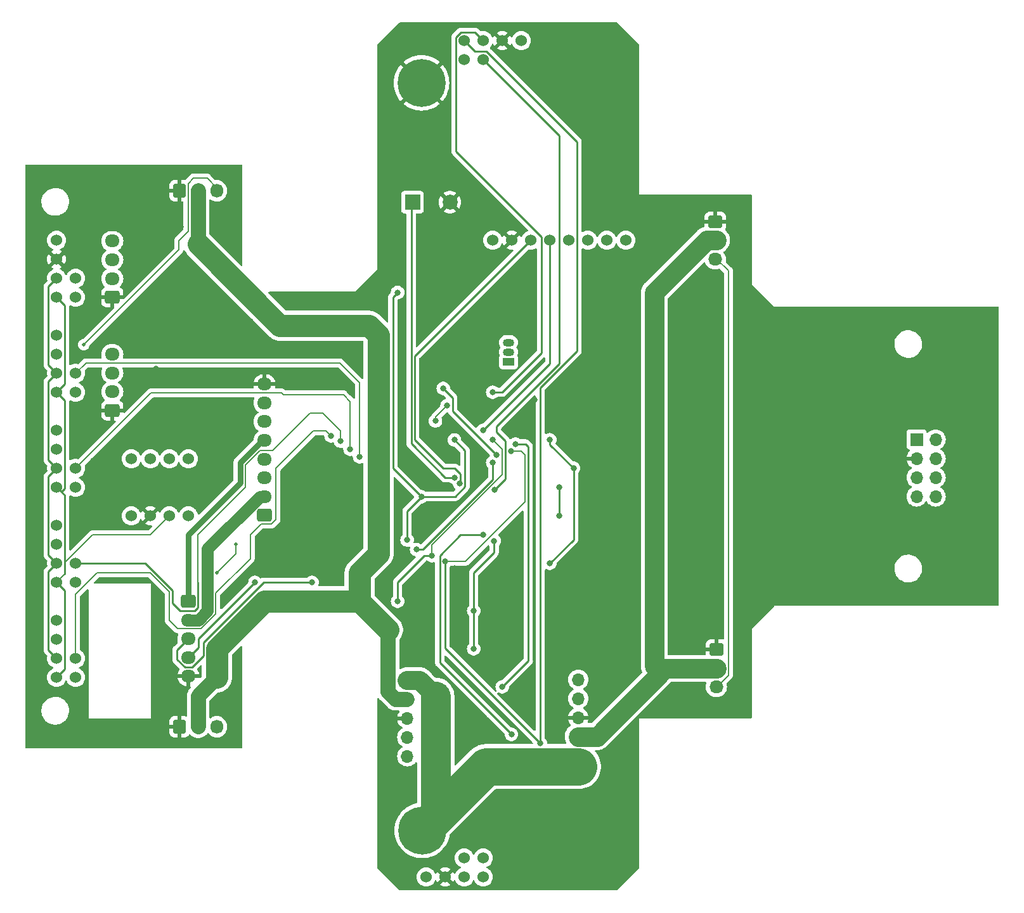
<source format=gbr>
%TF.GenerationSoftware,KiCad,Pcbnew,7.0.9*%
%TF.CreationDate,2024-12-19T19:35:33+09:00*%
%TF.ProjectId,01-MAIN,30312d4d-4149-44e2-9e6b-696361645f70,rev?*%
%TF.SameCoordinates,Original*%
%TF.FileFunction,Copper,L1,Top*%
%TF.FilePolarity,Positive*%
%FSLAX46Y46*%
G04 Gerber Fmt 4.6, Leading zero omitted, Abs format (unit mm)*
G04 Created by KiCad (PCBNEW 7.0.9) date 2024-12-19 19:35:33*
%MOMM*%
%LPD*%
G01*
G04 APERTURE LIST*
G04 Aperture macros list*
%AMRoundRect*
0 Rectangle with rounded corners*
0 $1 Rounding radius*
0 $2 $3 $4 $5 $6 $7 $8 $9 X,Y pos of 4 corners*
0 Add a 4 corners polygon primitive as box body*
4,1,4,$2,$3,$4,$5,$6,$7,$8,$9,$2,$3,0*
0 Add four circle primitives for the rounded corners*
1,1,$1+$1,$2,$3*
1,1,$1+$1,$4,$5*
1,1,$1+$1,$6,$7*
1,1,$1+$1,$8,$9*
0 Add four rect primitives between the rounded corners*
20,1,$1+$1,$2,$3,$4,$5,0*
20,1,$1+$1,$4,$5,$6,$7,0*
20,1,$1+$1,$6,$7,$8,$9,0*
20,1,$1+$1,$8,$9,$2,$3,0*%
G04 Aperture macros list end*
%TA.AperFunction,ComponentPad*%
%ADD10C,0.800000*%
%TD*%
%TA.AperFunction,ComponentPad*%
%ADD11C,6.400000*%
%TD*%
%TA.AperFunction,ComponentPad*%
%ADD12RoundRect,0.250000X-0.725000X0.600000X-0.725000X-0.600000X0.725000X-0.600000X0.725000X0.600000X0*%
%TD*%
%TA.AperFunction,ComponentPad*%
%ADD13O,1.950000X1.700000*%
%TD*%
%TA.AperFunction,ComponentPad*%
%ADD14RoundRect,0.250000X0.725000X-0.600000X0.725000X0.600000X-0.725000X0.600000X-0.725000X-0.600000X0*%
%TD*%
%TA.AperFunction,ComponentPad*%
%ADD15C,1.524000*%
%TD*%
%TA.AperFunction,ComponentPad*%
%ADD16RoundRect,0.250000X-0.600000X-0.675000X0.600000X-0.675000X0.600000X0.675000X-0.600000X0.675000X0*%
%TD*%
%TA.AperFunction,ComponentPad*%
%ADD17O,1.700000X1.850000*%
%TD*%
%TA.AperFunction,ComponentPad*%
%ADD18RoundRect,0.250000X-0.675000X0.600000X-0.675000X-0.600000X0.675000X-0.600000X0.675000X0.600000X0*%
%TD*%
%TA.AperFunction,ComponentPad*%
%ADD19O,1.850000X1.700000*%
%TD*%
%TA.AperFunction,ComponentPad*%
%ADD20R,2.000000X2.000000*%
%TD*%
%TA.AperFunction,ComponentPad*%
%ADD21C,2.000000*%
%TD*%
%TA.AperFunction,ComponentPad*%
%ADD22R,1.700000X1.700000*%
%TD*%
%TA.AperFunction,ComponentPad*%
%ADD23O,1.700000X1.700000*%
%TD*%
%TA.AperFunction,ComponentPad*%
%ADD24R,1.500000X1.050000*%
%TD*%
%TA.AperFunction,ComponentPad*%
%ADD25O,1.500000X1.050000*%
%TD*%
%TA.AperFunction,ViaPad*%
%ADD26C,0.800000*%
%TD*%
%TA.AperFunction,ViaPad*%
%ADD27C,0.500000*%
%TD*%
%TA.AperFunction,Conductor*%
%ADD28C,0.250000*%
%TD*%
%TA.AperFunction,Conductor*%
%ADD29C,1.600000*%
%TD*%
%TA.AperFunction,Conductor*%
%ADD30C,0.800000*%
%TD*%
%TA.AperFunction,Conductor*%
%ADD31C,5.000000*%
%TD*%
%TA.AperFunction,Conductor*%
%ADD32C,4.000000*%
%TD*%
%TA.AperFunction,Conductor*%
%ADD33C,2.500000*%
%TD*%
%TA.AperFunction,Conductor*%
%ADD34C,0.200000*%
%TD*%
%TA.AperFunction,Conductor*%
%ADD35C,2.600000*%
%TD*%
%TA.AperFunction,Conductor*%
%ADD36C,2.000000*%
%TD*%
%TA.AperFunction,Conductor*%
%ADD37C,3.000000*%
%TD*%
G04 APERTURE END LIST*
D10*
%TO.P,H2,1,1*%
%TO.N,GND*%
X95902944Y-47702944D03*
X97600000Y-51800000D03*
X97600000Y-48405888D03*
X98302944Y-50102944D03*
D11*
X95902944Y-50102944D03*
D10*
X95902944Y-52502944D03*
X94205888Y-48405888D03*
X94205888Y-51800000D03*
X93502944Y-50102944D03*
%TD*%
D12*
%TO.P,J2,1,Pin_1*%
%TO.N,+5V*%
X64770000Y-119380000D03*
D13*
%TO.P,J2,2,Pin_2*%
%TO.N,+3V3*%
X64770000Y-121880000D03*
%TO.P,J2,3,Pin_3*%
%TO.N,UART2_TX*%
X64770000Y-124380000D03*
%TO.P,J2,4,Pin_4*%
%TO.N,UART2_RX*%
X64770000Y-126880000D03*
%TO.P,J2,5,Pin_5*%
%TO.N,GND*%
X64770000Y-129380000D03*
%TD*%
D14*
%TO.P,J7,1,Pin_1*%
%TO.N,GND*%
X54610000Y-78740000D03*
D13*
%TO.P,J7,2,Pin_2*%
%TO.N,Net-(J7-Pin_2)*%
X54610000Y-76240000D03*
%TO.P,J7,3,Pin_3*%
%TO.N,Net-(J7-Pin_3)*%
X54610000Y-73740000D03*
%TO.P,J7,4,Pin_4*%
%TO.N,+3V3*%
X54610000Y-71240000D03*
%TD*%
D15*
%TO.P,U10,1,3V3*%
%TO.N,+3V3*%
X47173000Y-96520000D03*
%TO.P,U10,2,GND*%
%TO.N,GND*%
X47173000Y-99060000D03*
%TO.P,U10,3,SCL*%
%TO.N,I2C1_SCL*%
X47173000Y-101600000D03*
%TO.P,U10,4,SDA*%
%TO.N,I2C1_SDA*%
X47173000Y-104140000D03*
%TO.P,U10,5,XSHUT*%
%TO.N,XSHUT5*%
X49713000Y-101600000D03*
%TO.P,U10,6,GPIO*%
%TO.N,unconnected-(U10-GPIO-Pad6)*%
X49713000Y-104140000D03*
%TD*%
%TO.P,U14,1,VCC*%
%TO.N,+3V3*%
X105410000Y-71120000D03*
%TO.P,U14,2,GND*%
%TO.N,GND*%
X107950000Y-71120000D03*
%TO.P,U14,3,SCL*%
%TO.N,I2C2_SCL*%
X110490000Y-71120000D03*
%TO.P,U14,4,SDA*%
%TO.N,I2C2_SDA*%
X113030000Y-71120000D03*
%TO.P,U14,5,XDA*%
%TO.N,unconnected-(U14-XDA-Pad5)*%
X115570000Y-71120000D03*
%TO.P,U14,6,XCL*%
%TO.N,unconnected-(U14-XCL-Pad6)*%
X118110000Y-71120000D03*
%TO.P,U14,7,AD0*%
%TO.N,unconnected-(U14-AD0-Pad7)*%
X120650000Y-71120000D03*
%TO.P,U14,8,INT*%
%TO.N,unconnected-(U14-INT-Pad8)*%
X123190000Y-71120000D03*
%TD*%
D16*
%TO.P,J6,1,Pin_1*%
%TO.N,GND*%
X63580000Y-136144000D03*
D17*
%TO.P,J6,2,Pin_2*%
%TO.N,Net-(J5-Pin_2)*%
X66080000Y-136144000D03*
%TO.P,J6,3,Pin_3*%
%TO.N,STS_SIG*%
X68580000Y-136144000D03*
%TD*%
D15*
%TO.P,U6,1,3V3*%
%TO.N,+3V3*%
X109220000Y-44450000D03*
%TO.P,U6,2,GND*%
%TO.N,GND*%
X106680000Y-44450000D03*
%TO.P,U6,3,SCL*%
%TO.N,I2C1_SCL*%
X104140000Y-44450000D03*
%TO.P,U6,4,SDA*%
%TO.N,I2C1_SDA*%
X101600000Y-44450000D03*
%TO.P,U6,5,XSHUT*%
%TO.N,XSHUT1*%
X104140000Y-46990000D03*
%TO.P,U6,6,GPIO*%
%TO.N,unconnected-(U6-GPIO-Pad6)*%
X101600000Y-46990000D03*
%TD*%
%TO.P,U8,1,3V3*%
%TO.N,+3V3*%
X47173000Y-71120000D03*
%TO.P,U8,2,GND*%
%TO.N,GND*%
X47173000Y-73660000D03*
%TO.P,U8,3,SCL*%
%TO.N,I2C1_SCL*%
X47173000Y-76200000D03*
%TO.P,U8,4,SDA*%
%TO.N,I2C1_SDA*%
X47173000Y-78740000D03*
%TO.P,U8,5,XSHUT*%
%TO.N,XSHUT3*%
X49713000Y-76200000D03*
%TO.P,U8,6,GPIO*%
%TO.N,unconnected-(U8-GPIO-Pad6)*%
X49713000Y-78740000D03*
%TD*%
%TO.P,U7,1,3V3*%
%TO.N,+3V3*%
X96520000Y-156210000D03*
%TO.P,U7,2,GND*%
%TO.N,GND*%
X99060000Y-156210000D03*
%TO.P,U7,3,SCL*%
%TO.N,I2C1_SCL*%
X101600000Y-156210000D03*
%TO.P,U7,4,SDA*%
%TO.N,I2C1_SDA*%
X104140000Y-156210000D03*
%TO.P,U7,5,XSHUT*%
%TO.N,XSHUT2*%
X101600000Y-153670000D03*
%TO.P,U7,6,GPIO*%
%TO.N,unconnected-(U7-GPIO-Pad6)*%
X104140000Y-153670000D03*
%TD*%
D18*
%TO.P,J3,1,Pin_1*%
%TO.N,GND*%
X135270000Y-125810000D03*
D19*
%TO.P,J3,2,Pin_2*%
%TO.N,Net-(J3-Pin_2)*%
X135270000Y-128310000D03*
%TO.P,J3,3,Pin_3*%
%TO.N,STS_SIG*%
X135270000Y-130810000D03*
%TD*%
D15*
%TO.P,U9,1,3V3*%
%TO.N,+3V3*%
X47173000Y-83820000D03*
%TO.P,U9,2,GND*%
%TO.N,GND*%
X47173000Y-86360000D03*
%TO.P,U9,3,SCL*%
%TO.N,I2C1_SCL*%
X47173000Y-88900000D03*
%TO.P,U9,4,SDA*%
%TO.N,I2C1_SDA*%
X47173000Y-91440000D03*
%TO.P,U9,5,XSHUT*%
%TO.N,XSHUT4*%
X49713000Y-88900000D03*
%TO.P,U9,6,GPIO*%
%TO.N,unconnected-(U9-GPIO-Pad6)*%
X49713000Y-91440000D03*
%TD*%
%TO.P,U13,1,VIN*%
%TO.N,+3V3*%
X57150000Y-107950000D03*
%TO.P,U13,2,GND*%
%TO.N,GND*%
X59690000Y-107950000D03*
%TO.P,U13,3,SDA*%
%TO.N,I2C1_SDA*%
X62230000Y-107950000D03*
%TO.P,U13,4,SCL*%
%TO.N,I2C1_SCL*%
X64770000Y-107950000D03*
%TO.P,U13,5,RST*%
%TO.N,unconnected-(U13-RST-Pad5)*%
X64770000Y-100330000D03*
%TO.P,U13,6,INT*%
%TO.N,unconnected-(U13-INT-Pad6)*%
X62230000Y-100330000D03*
%TO.P,U13,7,GND*%
%TO.N,unconnected-(U13-GND-Pad7)*%
X59690000Y-100330000D03*
%TO.P,U13,8,VOUT*%
%TO.N,unconnected-(U13-VOUT-Pad8)*%
X57150000Y-100330000D03*
%TD*%
D14*
%TO.P,J8,1,Pin_1*%
%TO.N,GND*%
X54610000Y-93860000D03*
D13*
%TO.P,J8,2,Pin_2*%
%TO.N,Net-(J8-Pin_2)*%
X54610000Y-91360000D03*
%TO.P,J8,3,Pin_3*%
%TO.N,Net-(J8-Pin_3)*%
X54610000Y-88860000D03*
%TO.P,J8,4,Pin_4*%
%TO.N,+3V3*%
X54610000Y-86360000D03*
%TD*%
D20*
%TO.P,BZ1,1,-*%
%TO.N,buzzer*%
X94695000Y-66040000D03*
D21*
%TO.P,BZ1,2,+*%
%TO.N,GND*%
X99695000Y-66040000D03*
%TD*%
D18*
%TO.P,J4,1,Pin_1*%
%TO.N,GND*%
X135128000Y-68660000D03*
D19*
%TO.P,J4,2,Pin_2*%
%TO.N,Net-(J3-Pin_2)*%
X135128000Y-71160000D03*
%TO.P,J4,3,Pin_3*%
%TO.N,STS_SIG*%
X135128000Y-73660000D03*
%TD*%
D16*
%TO.P,J5,1,Pin_1*%
%TO.N,GND*%
X63580000Y-64516000D03*
D17*
%TO.P,J5,2,Pin_2*%
%TO.N,Net-(J5-Pin_2)*%
X66080000Y-64516000D03*
%TO.P,J5,3,Pin_3*%
%TO.N,STS_SIG*%
X68580000Y-64516000D03*
%TD*%
D15*
%TO.P,U11,1,3V3*%
%TO.N,+3V3*%
X47173000Y-109220000D03*
%TO.P,U11,2,GND*%
%TO.N,GND*%
X47173000Y-111760000D03*
%TO.P,U11,3,SCL*%
%TO.N,I2C1_SCL*%
X47173000Y-114300000D03*
%TO.P,U11,4,SDA*%
%TO.N,I2C1_SDA*%
X47173000Y-116840000D03*
%TO.P,U11,5,XSHUT*%
%TO.N,XSHUT6*%
X49713000Y-114300000D03*
%TO.P,U11,6,GPIO*%
%TO.N,unconnected-(U11-GPIO-Pad6)*%
X49713000Y-116840000D03*
%TD*%
D22*
%TO.P,U2,1,VIN*%
%TO.N,VDD*%
X116840000Y-140000000D03*
D23*
%TO.P,U2,2,VOUT*%
%TO.N,Net-(J3-Pin_2)*%
X116840000Y-137460000D03*
%TO.P,U2,3,GND*%
%TO.N,GND*%
X116840000Y-134920000D03*
%TO.P,U2,4,EN*%
%TO.N,unconnected-(U2-EN-Pad4)*%
X116840000Y-132380000D03*
%TO.P,U2,5,Trim*%
%TO.N,Net-(U2-Trim)*%
X116840000Y-129840000D03*
%TD*%
D15*
%TO.P,U12,1,3V3*%
%TO.N,+3V3*%
X47173000Y-121920000D03*
%TO.P,U12,2,GND*%
%TO.N,GND*%
X47173000Y-124460000D03*
%TO.P,U12,3,SCL*%
%TO.N,I2C1_SCL*%
X47173000Y-127000000D03*
%TO.P,U12,4,SDA*%
%TO.N,I2C1_SDA*%
X47173000Y-129540000D03*
%TO.P,U12,5,XSHUT*%
%TO.N,XSHUT7*%
X49713000Y-127000000D03*
%TO.P,U12,6,GPIO*%
%TO.N,unconnected-(U12-GPIO-Pad6)*%
X49713000Y-129540000D03*
%TD*%
D14*
%TO.P,J9,1,Pin_1*%
%TO.N,LoPSwitch*%
X74930000Y-107870000D03*
D13*
%TO.P,J9,2,Pin_2*%
%TO.N,+3V3*%
X74930000Y-105370000D03*
%TO.P,J9,3,Pin_3*%
%TO.N,OpenMV->MAIN*%
X74930000Y-102870000D03*
%TO.P,J9,4,Pin_4*%
%TO.N,MAIN->OpenMV*%
X74930000Y-100370000D03*
%TO.P,J9,5,Pin_5*%
%TO.N,+5V*%
X74930000Y-97870000D03*
%TO.P,J9,6,Pin_6*%
%TO.N,PWR->MAIN*%
X74930000Y-95370000D03*
%TO.P,J9,7,Pin_7*%
%TO.N,MAIN->PWR*%
X74930000Y-92870000D03*
%TO.P,J9,8,Pin_8*%
%TO.N,GND*%
X74930000Y-90370000D03*
%TD*%
D22*
%TO.P,U3,1,VIN*%
%TO.N,VDD*%
X94000000Y-129925000D03*
D23*
%TO.P,U3,2,VOUT*%
%TO.N,Net-(J5-Pin_2)*%
X94000000Y-132465000D03*
%TO.P,U3,3,GND*%
%TO.N,GND*%
X94000000Y-135005000D03*
%TO.P,U3,4,EN*%
%TO.N,unconnected-(U3-EN-Pad4)*%
X94000000Y-137545000D03*
%TO.P,U3,5,Trim*%
%TO.N,Net-(U3-Trim)*%
X94000000Y-140085000D03*
%TD*%
D10*
%TO.P,H1,1,1*%
%TO.N,VDD*%
X93600000Y-150000000D03*
X94302944Y-148302944D03*
X94302944Y-151697056D03*
X96000000Y-147600000D03*
D11*
X96000000Y-150000000D03*
D10*
X96000000Y-152400000D03*
X97697056Y-148302944D03*
X97697056Y-151697056D03*
X98400000Y-150000000D03*
%TD*%
D24*
%TO.P,Q1,1,E*%
%TO.N,Net-(Q1-E)*%
X107513500Y-87348500D03*
D25*
%TO.P,Q1,2,C*%
%TO.N,+5V*%
X107513500Y-86078500D03*
%TO.P,Q1,3,B*%
%TO.N,Net-(Q1-B)*%
X107513500Y-84808500D03*
%TD*%
D22*
%TO.P,J1,1,Pin_1*%
%TO.N,+3V3*%
X162015000Y-97750000D03*
D23*
%TO.P,J1,2,Pin_2*%
%TO.N,unconnected-(J1-Pin_2-Pad2)*%
X164555000Y-97750000D03*
%TO.P,J1,3,Pin_3*%
%TO.N,GND*%
X162015000Y-100290000D03*
%TO.P,J1,4,Pin_4*%
%TO.N,BOOT0*%
X164555000Y-100290000D03*
%TO.P,J1,5,Pin_5*%
%TO.N,UART1_TX*%
X162015000Y-102830000D03*
%TO.P,J1,6,Pin_6*%
%TO.N,NRST*%
X164555000Y-102830000D03*
%TO.P,J1,7,Pin_7*%
%TO.N,UART1_RX*%
X162015000Y-105370000D03*
%TO.P,J1,8,Pin_8*%
%TO.N,unconnected-(J1-Pin_8-Pad8)*%
X164555000Y-105370000D03*
%TD*%
D26*
%TO.N,buzzer*%
X100330000Y-102870000D03*
%TO.N,GND*%
X171450000Y-82550000D03*
X124460000Y-100076000D03*
X56515000Y-96520000D03*
X138176000Y-78232000D03*
X64135000Y-74295000D03*
X71120000Y-62230000D03*
X160020000Y-94615000D03*
X110490000Y-76454000D03*
X58166000Y-86106000D03*
X113284000Y-94488000D03*
X128905000Y-133350000D03*
X118110000Y-76200000D03*
X171450000Y-108585000D03*
X49530000Y-111125000D03*
X92710000Y-106680000D03*
X53340000Y-96520000D03*
X96520000Y-114935000D03*
X43815000Y-122555000D03*
X100965000Y-139700000D03*
X60452000Y-88271500D03*
X67310000Y-106045000D03*
X50038000Y-80518000D03*
X121920000Y-45085000D03*
X138430000Y-133350000D03*
X135128000Y-75692000D03*
X93345000Y-96520000D03*
X123952000Y-108204000D03*
X138430000Y-74295000D03*
X71120000Y-72390000D03*
X121920000Y-154305000D03*
X51308000Y-79502000D03*
X139065000Y-108585000D03*
X54610000Y-98425000D03*
X76835000Y-78740000D03*
X58420000Y-135890000D03*
X125730000Y-71120000D03*
X107315000Y-46990000D03*
X130175000Y-125730000D03*
X69850000Y-118745000D03*
X100330000Y-118110000D03*
X99060000Y-43180000D03*
X108585000Y-116840000D03*
X107954299Y-96769701D03*
X92710000Y-114935000D03*
X110998000Y-92456000D03*
X146050000Y-81280000D03*
X93980000Y-126365000D03*
X118110000Y-68580000D03*
X106045000Y-151765000D03*
X49276000Y-84836000D03*
X71120000Y-127635000D03*
X135255000Y-108585000D03*
X73660000Y-114935000D03*
X118110000Y-104140000D03*
X44450000Y-69850000D03*
X43815000Y-137795000D03*
X135636000Y-100076000D03*
X60960000Y-106045000D03*
X106680000Y-156845000D03*
X95885000Y-73025000D03*
X70485000Y-137795000D03*
X92075000Y-140970000D03*
X138430000Y-66675000D03*
X43815000Y-62230000D03*
X92710000Y-44450000D03*
X50165000Y-135255000D03*
X63500000Y-105410000D03*
X43815000Y-96520000D03*
X81915000Y-98425000D03*
X94615000Y-101600000D03*
X125476000Y-76200000D03*
X103886000Y-92964000D03*
X55245000Y-62230000D03*
X97790000Y-108585000D03*
X68580000Y-90170000D03*
X100330000Y-114935000D03*
X121920000Y-140335000D03*
X49530000Y-93345000D03*
X67310000Y-93345000D03*
X138684000Y-100076000D03*
X78105000Y-102235000D03*
X86995000Y-102235000D03*
X50800000Y-119380000D03*
X157988000Y-99568000D03*
X75565000Y-112395000D03*
X109855000Y-145415000D03*
X140208000Y-120396000D03*
X90170000Y-76835000D03*
X73025000Y-81915000D03*
X49530000Y-99695000D03*
X63754000Y-69342000D03*
X129794000Y-78994000D03*
X107188000Y-76454000D03*
X49276000Y-82550000D03*
X94488000Y-155346400D03*
X49276000Y-87122000D03*
X124206000Y-128524000D03*
X113665000Y-137795000D03*
X52070000Y-100584000D03*
X129540000Y-100076000D03*
X171450000Y-118110000D03*
X105664000Y-89154000D03*
X59055000Y-74930000D03*
X107950000Y-109220000D03*
X43815000Y-83820000D03*
X118618000Y-100076000D03*
X104140000Y-118110000D03*
X172085000Y-94615000D03*
X123825000Y-66040000D03*
X54610000Y-82804000D03*
X59690000Y-93345000D03*
%TO.N,+3V3*%
X113030000Y-114300000D03*
X100307535Y-97812465D03*
X113030000Y-97790000D03*
X102870000Y-125730000D03*
X116205000Y-101600000D03*
X105587122Y-111302122D03*
X102870000Y-120650000D03*
X93980000Y-111189500D03*
X95885000Y-105410000D03*
X92710000Y-78105000D03*
%TO.N,UART2_RX*%
X73662439Y-116842439D03*
%TO.N,UART2_TX*%
X114300000Y-104140000D03*
X114300000Y-107950000D03*
X81280000Y-116840000D03*
D27*
%TO.N,STS_SIG*%
X71120000Y-111760000D03*
X50800000Y-85090000D03*
X68580000Y-115570000D03*
D26*
%TO.N,LOADCEL_R*%
X105918000Y-99822000D03*
X98806000Y-90932000D03*
%TO.N,LOADCEL_L*%
X95250000Y-112459500D03*
X105410000Y-100838000D03*
%TO.N,I2C1_SCL*%
X105410000Y-91440000D03*
X105410000Y-97790000D03*
X97282000Y-113284000D03*
X92710000Y-119380000D03*
%TO.N,I2C1_SDA*%
X111760000Y-138360500D03*
X107829500Y-99314000D03*
X99060000Y-114046000D03*
%TO.N,I2C2_SCL*%
X100988801Y-103621656D03*
%TO.N,I2C2_SDA*%
X104140000Y-96520000D03*
%TO.N,XSHUT1*%
X105688112Y-104436171D03*
%TO.N,XSHUT2*%
X107910000Y-137160000D03*
X104140000Y-110490000D03*
%TO.N,XSHUT4*%
X87630000Y-100069706D03*
%TO.N,XSHUT5*%
X86360000Y-99060000D03*
%TO.N,XSHUT6*%
X85090000Y-97975206D03*
%TO.N,XSHUT7*%
X83820000Y-97275706D03*
X99314000Y-93218000D03*
X97767535Y-95272465D03*
%TO.N,Battery_obs*%
X106680000Y-130810000D03*
X108446131Y-98355247D03*
%TD*%
D28*
%TO.N,buzzer*%
X99060000Y-102870000D02*
X94525000Y-98335000D01*
X94525000Y-98335000D02*
X94525000Y-66210000D01*
X94525000Y-66210000D02*
X94695000Y-66040000D01*
X100330000Y-102870000D02*
X99060000Y-102870000D01*
%TO.N,GND*%
X158710000Y-100290000D02*
X157988000Y-99568000D01*
X103886000Y-90932000D02*
X105664000Y-89154000D01*
X162015000Y-100290000D02*
X158710000Y-100290000D01*
X110998000Y-93726000D02*
X110998000Y-92456000D01*
X107954299Y-96769701D02*
X110998000Y-93726000D01*
X103886000Y-92964000D02*
X103886000Y-90932000D01*
%TO.N,+3V3*%
X116205000Y-101600000D02*
X116205000Y-111125000D01*
D29*
X67310000Y-120650000D02*
X67310000Y-112390306D01*
X74330306Y-105370000D02*
X74930000Y-105370000D01*
X66080000Y-121880000D02*
X67310000Y-120650000D01*
D28*
X113030000Y-97790000D02*
X113030000Y-98425000D01*
X92075000Y-101600000D02*
X95885000Y-105410000D01*
X92710000Y-78105000D02*
X92075000Y-78740000D01*
X105587122Y-111302122D02*
X105587122Y-112852878D01*
X92075000Y-78740000D02*
X92075000Y-101600000D01*
X93980000Y-107315000D02*
X95885000Y-105410000D01*
X113030000Y-98425000D02*
X116205000Y-101600000D01*
X101713801Y-99218731D02*
X100307535Y-97812465D01*
X100370000Y-105370000D02*
X101713801Y-104026199D01*
X95925000Y-105370000D02*
X100370000Y-105370000D01*
X105587122Y-112852878D02*
X102870000Y-115570000D01*
X102870000Y-115570000D02*
X102870000Y-120650000D01*
X95885000Y-105410000D02*
X95925000Y-105370000D01*
D29*
X64770000Y-121880000D02*
X66080000Y-121880000D01*
X67310000Y-112390306D02*
X74330306Y-105370000D01*
D28*
X93980000Y-111189500D02*
X93980000Y-107315000D01*
X102870000Y-125730000D02*
X102870000Y-120650000D01*
X101713801Y-104026199D02*
X101713801Y-99218731D01*
X116205000Y-111125000D02*
X113030000Y-114300000D01*
D30*
%TO.N,+5V*%
X74688704Y-97870000D02*
X74930000Y-97870000D01*
X64770000Y-110490000D02*
X71690000Y-103570000D01*
X64770000Y-119380000D02*
X64770000Y-110490000D01*
X71690000Y-103570000D02*
X71690000Y-100868704D01*
X71690000Y-100868704D02*
X74688704Y-97870000D01*
D31*
%TO.N,VDD*%
X104540000Y-141460000D02*
X116840000Y-141460000D01*
D32*
X97790000Y-132080000D02*
X97790000Y-148210000D01*
D33*
X94000000Y-129925000D02*
X95635000Y-129925000D01*
X97790000Y-148210000D02*
X96000000Y-150000000D01*
X95635000Y-129925000D02*
X97790000Y-132080000D01*
D31*
X96000000Y-150000000D02*
X104540000Y-141460000D01*
D28*
%TO.N,UART2_RX*%
X66124878Y-125525122D02*
X64770000Y-126880000D01*
X73662439Y-116842439D02*
X66124878Y-124380000D01*
X66124878Y-124380000D02*
X66124878Y-125525122D01*
%TO.N,UART2_TX*%
X66755000Y-126681701D02*
X65231701Y-128205000D01*
X114300000Y-107950000D02*
X114300000Y-104140000D01*
X74810000Y-116840000D02*
X66755000Y-124895000D01*
X63246000Y-125904000D02*
X64770000Y-124380000D01*
X64308299Y-128205000D02*
X63246000Y-127142701D01*
X65231701Y-128205000D02*
X64308299Y-128205000D01*
X63246000Y-127142701D02*
X63246000Y-125904000D01*
X65220000Y-124830000D02*
X64770000Y-124380000D01*
X81280000Y-116840000D02*
X74810000Y-116840000D01*
X66755000Y-124895000D02*
X66755000Y-126681701D01*
D34*
%TO.N,STS_SIG*%
X65435000Y-62835000D02*
X64730000Y-63540000D01*
X63500000Y-71160000D02*
X63500000Y-72390000D01*
X64730000Y-63540000D02*
X64730000Y-69930000D01*
X64730000Y-69930000D02*
X63500000Y-71160000D01*
X135270000Y-130850000D02*
X136870000Y-129250000D01*
X71120000Y-113030000D02*
X68580000Y-115570000D01*
X136870000Y-129250000D02*
X136870000Y-75220000D01*
X136870000Y-75220000D02*
X135270000Y-73620000D01*
X67280000Y-62835000D02*
X65435000Y-62835000D01*
X71120000Y-111760000D02*
X71120000Y-113030000D01*
X68580000Y-64135000D02*
X67280000Y-62835000D01*
X63500000Y-72390000D02*
X50800000Y-85090000D01*
D35*
%TO.N,Net-(J3-Pin_2)*%
X127000000Y-78133198D02*
X134013198Y-71120000D01*
X134013198Y-71120000D02*
X135270000Y-71120000D01*
X128442893Y-128350000D02*
X119332893Y-137460000D01*
X119332893Y-137460000D02*
X116840000Y-137460000D01*
X135270000Y-128350000D02*
X128442893Y-128350000D01*
X127000000Y-128000000D02*
X127000000Y-78133198D01*
X135270000Y-128350000D02*
X127350000Y-128350000D01*
X127350000Y-128350000D02*
X127000000Y-128000000D01*
D36*
%TO.N,Net-(J5-Pin_2)*%
X91440000Y-123190000D02*
X91440000Y-131465000D01*
D37*
X87630000Y-119380000D02*
X74930000Y-119380000D01*
X88900000Y-82550000D02*
X90170000Y-83820000D01*
D36*
X68580000Y-129540000D02*
X66080000Y-132040000D01*
D37*
X76995862Y-82550000D02*
X88900000Y-82550000D01*
X90170000Y-113030000D02*
X87630000Y-115570000D01*
D36*
X91440000Y-131465000D02*
X92440000Y-132465000D01*
D37*
X66080000Y-71634138D02*
X76995862Y-82550000D01*
D36*
X66080000Y-64516000D02*
X66080000Y-71634138D01*
D37*
X74930000Y-119380000D02*
X68580000Y-125730000D01*
D36*
X92440000Y-132465000D02*
X94000000Y-132465000D01*
D37*
X68580000Y-125730000D02*
X68580000Y-129540000D01*
D36*
X66080000Y-133096000D02*
X66080000Y-136144000D01*
D37*
X87630000Y-115570000D02*
X87630000Y-119380000D01*
X90170000Y-83820000D02*
X90170000Y-113030000D01*
X87630000Y-119380000D02*
X91440000Y-123190000D01*
D36*
X66080000Y-132040000D02*
X66080000Y-133096000D01*
D28*
%TO.N,LOADCEL_R*%
X100039000Y-93943000D02*
X100039000Y-92165000D01*
X100039000Y-92165000D02*
X98806000Y-90932000D01*
X105918000Y-99822000D02*
X100039000Y-93943000D01*
%TO.N,LOADCEL_L*%
X96074500Y-112459500D02*
X95250000Y-112459500D01*
X105410000Y-103124000D02*
X96074500Y-112459500D01*
X105410000Y-100838000D02*
X105410000Y-103124000D01*
%TO.N,I2C1_SCL*%
X100513000Y-43999749D02*
X100513000Y-59239749D01*
X104140000Y-44450000D02*
X103053000Y-43363000D01*
X47173000Y-101600000D02*
X46086000Y-100513000D01*
X96266000Y-113284000D02*
X97282000Y-113284000D01*
X46086000Y-113213000D02*
X47173000Y-114300000D01*
X103053000Y-43363000D02*
X101149749Y-43363000D01*
X47173000Y-76200000D02*
X46086000Y-77287000D01*
X46086000Y-77287000D02*
X46086000Y-87813000D01*
X46086000Y-115387000D02*
X46086000Y-125913000D01*
X46086000Y-89987000D02*
X47173000Y-88900000D01*
X101149749Y-43363000D02*
X100513000Y-43999749D01*
X46086000Y-102687000D02*
X46086000Y-113213000D01*
X47173000Y-101600000D02*
X46086000Y-102687000D01*
D34*
X106680000Y-99060000D02*
X106680000Y-102455040D01*
D28*
X106680000Y-91440000D02*
X105410000Y-91440000D01*
X111943000Y-86177000D02*
X106680000Y-91440000D01*
X46086000Y-87813000D02*
X47173000Y-88900000D01*
X46086000Y-100513000D02*
X46086000Y-89987000D01*
X100513000Y-59239749D02*
X111943000Y-70669749D01*
X47173000Y-114300000D02*
X46086000Y-115387000D01*
D34*
X105410000Y-97790000D02*
X106680000Y-99060000D01*
D28*
X111943000Y-70669749D02*
X111943000Y-86177000D01*
X92710000Y-119380000D02*
X92710000Y-116840000D01*
D34*
X106680000Y-102455040D02*
X97282000Y-111853040D01*
D28*
X92710000Y-116840000D02*
X96266000Y-113284000D01*
X46086000Y-125913000D02*
X47173000Y-127000000D01*
D34*
X97282000Y-111853040D02*
X97282000Y-113284000D01*
D28*
%TO.N,I2C1_SDA*%
X99060000Y-125660500D02*
X99060000Y-114046000D01*
D34*
X107829500Y-99314000D02*
X109251636Y-99314000D01*
D28*
X47173000Y-78740000D02*
X48260000Y-79827000D01*
X48260000Y-79827000D02*
X48260000Y-90353000D01*
D34*
X48260000Y-115753000D02*
X47173000Y-116840000D01*
D28*
X48260000Y-90353000D02*
X47173000Y-91440000D01*
X48260000Y-105227000D02*
X48260000Y-115753000D01*
X47173000Y-116840000D02*
X48260000Y-117927000D01*
X47173000Y-104140000D02*
X47793000Y-104760000D01*
D34*
X109251636Y-99314000D02*
X109728000Y-99790364D01*
D28*
X101600000Y-44450000D02*
X103053000Y-45903000D01*
X111760000Y-138360500D02*
X99060000Y-125660500D01*
X47793000Y-104760000D02*
X48260000Y-105227000D01*
X48260000Y-92527000D02*
X48260000Y-104293000D01*
X48260000Y-104293000D02*
X47793000Y-104760000D01*
D34*
X48260000Y-114251105D02*
X48260000Y-115753000D01*
D28*
X48260000Y-117927000D02*
X48260000Y-128453000D01*
X111760000Y-90806396D02*
X111760000Y-138360500D01*
X116657000Y-85909396D02*
X111760000Y-90806396D01*
X103053000Y-45903000D02*
X104590251Y-45903000D01*
D34*
X101727000Y-114046000D02*
X99060000Y-114046000D01*
D28*
X116657000Y-57969749D02*
X116657000Y-85909396D01*
X104590251Y-45903000D02*
X116657000Y-57969749D01*
D34*
X62230000Y-107950000D02*
X59690000Y-110490000D01*
D28*
X48260000Y-128453000D02*
X47173000Y-129540000D01*
D34*
X52021105Y-110490000D02*
X48260000Y-114251105D01*
X109728000Y-99790364D02*
X109728000Y-106045000D01*
X59690000Y-110490000D02*
X52021105Y-110490000D01*
X109728000Y-106045000D02*
X101727000Y-114046000D01*
D28*
X47173000Y-91440000D02*
X48260000Y-92527000D01*
%TO.N,I2C2_SCL*%
X100330000Y-101600000D02*
X98815305Y-101600000D01*
X101055000Y-103170305D02*
X101055000Y-102325000D01*
X100988801Y-103621656D02*
X100988801Y-103236504D01*
X94975000Y-86635000D02*
X110490000Y-71120000D01*
X98815305Y-101600000D02*
X94975000Y-97759695D01*
X100988801Y-103236504D02*
X101055000Y-103170305D01*
X94975000Y-97759695D02*
X94975000Y-86635000D01*
X101055000Y-102325000D02*
X100330000Y-101600000D01*
%TO.N,I2C2_SDA*%
X113030000Y-71120000D02*
X113030000Y-87630000D01*
X113030000Y-87630000D02*
X104140000Y-96520000D01*
%TO.N,XSHUT1*%
X107105000Y-98215000D02*
X107088644Y-98198644D01*
X105918000Y-96012000D02*
X114300000Y-87630000D01*
X107088644Y-97944644D02*
X105918000Y-96774000D01*
X114300000Y-57150000D02*
X104140000Y-46990000D01*
X105918000Y-96774000D02*
X105918000Y-96012000D01*
X107088644Y-98198644D02*
X107088644Y-97944644D01*
X114300000Y-87630000D02*
X114300000Y-57150000D01*
X107105000Y-103019283D02*
X107105000Y-98215000D01*
X105688112Y-104436171D02*
X107105000Y-103019283D01*
%TO.N,XSHUT2*%
X101101305Y-110490000D02*
X98335000Y-113256305D01*
X104140000Y-110490000D02*
X101101305Y-110490000D01*
X98335000Y-127585000D02*
X107910000Y-137160000D01*
X98335000Y-113256305D02*
X98335000Y-127585000D01*
D34*
%TO.N,XSHUT4*%
X87630000Y-100069706D02*
X87630000Y-90163706D01*
X51103000Y-87510000D02*
X49713000Y-88900000D01*
X87630000Y-90163706D02*
X84970000Y-87503706D01*
X84970000Y-87510000D02*
X51103000Y-87510000D01*
%TO.N,XSHUT5*%
X59793000Y-91520000D02*
X49713000Y-101600000D01*
X77470000Y-91800000D02*
X77190000Y-91520000D01*
X85478809Y-91793706D02*
X85054897Y-91793706D01*
X86360000Y-99060000D02*
X86360000Y-92674897D01*
X85054897Y-91800000D02*
X77470000Y-91800000D01*
X77190000Y-91520000D02*
X59793000Y-91520000D01*
X86360000Y-92674897D02*
X85478809Y-91793706D01*
D28*
%TO.N,XSHUT6*%
X63697450Y-120650000D02*
X62655000Y-119607550D01*
X66070000Y-116870000D02*
X66070000Y-120225100D01*
D34*
X76040000Y-99220000D02*
X74328654Y-99220000D01*
D28*
X66040000Y-116840000D02*
X66070000Y-116870000D01*
D34*
X82740572Y-94227706D02*
X81032294Y-94227706D01*
X72390000Y-101158654D02*
X72390000Y-104140000D01*
D28*
X62655000Y-119607550D02*
X62655000Y-117933960D01*
D34*
X85090000Y-97975206D02*
X85090000Y-96577134D01*
X72390000Y-104140000D02*
X66040000Y-110490000D01*
D28*
X59021040Y-114300000D02*
X49713000Y-114300000D01*
X66070000Y-120225100D02*
X65645100Y-120650000D01*
D34*
X85090000Y-96577134D02*
X82740572Y-94227706D01*
X66040000Y-110490000D02*
X66040000Y-116840000D01*
D28*
X65645100Y-120650000D02*
X63697450Y-120650000D01*
D34*
X74328654Y-99220000D02*
X72390000Y-101158654D01*
D28*
X62655000Y-117933960D02*
X59021040Y-114300000D01*
D34*
X81032294Y-94227706D02*
X76040000Y-99220000D01*
%TO.N,XSHUT7*%
X49713000Y-118435000D02*
X49713000Y-127000000D01*
X68410000Y-118280000D02*
X68410000Y-121105634D01*
X63340000Y-123030000D02*
X62230000Y-121920000D01*
X74495000Y-109020000D02*
X73025000Y-110490000D01*
X66485634Y-123030000D02*
X63340000Y-123030000D01*
X62230000Y-121920000D02*
X62230000Y-118110000D01*
X76478046Y-101600000D02*
X76478046Y-108431698D01*
X59690000Y-115570000D02*
X52578000Y-115570000D01*
X73025000Y-110490000D02*
X73025000Y-113665000D01*
X81484340Y-96593706D02*
X76478046Y-101600000D01*
X83138000Y-96593706D02*
X81484340Y-96593706D01*
X73025000Y-113665000D02*
X68410000Y-118280000D01*
X97767535Y-95272465D02*
X97767535Y-94764465D01*
X83820000Y-97275706D02*
X83138000Y-96593706D01*
X75889744Y-109020000D02*
X74495000Y-109020000D01*
X68410000Y-121105634D02*
X66485634Y-123030000D01*
X62230000Y-118110000D02*
X59690000Y-115570000D01*
X52578000Y-115570000D02*
X49713000Y-118435000D01*
X76478046Y-108431698D02*
X75889744Y-109020000D01*
X97767535Y-94764465D02*
X99314000Y-93218000D01*
D28*
%TO.N,Battery_obs*%
X109785247Y-98355247D02*
X110153000Y-98723000D01*
X110153000Y-98723000D02*
X110153000Y-127337000D01*
X110153000Y-127337000D02*
X106680000Y-130810000D01*
X108446131Y-98355247D02*
X109785247Y-98355247D01*
%TD*%
%TA.AperFunction,Conductor*%
%TO.N,GND*%
G36*
X97759364Y-51605811D02*
G01*
X97697545Y-51564505D01*
X97624624Y-51550000D01*
X97575376Y-51550000D01*
X97502455Y-51564505D01*
X97419760Y-51619760D01*
X97364505Y-51702455D01*
X97345102Y-51800000D01*
X97364505Y-51897545D01*
X97405811Y-51959364D01*
X96847124Y-51400677D01*
X97037814Y-51237814D01*
X97200677Y-51047124D01*
X97759364Y-51605811D01*
G37*
%TD.AperFunction*%
%TA.AperFunction,Conductor*%
G36*
X94768074Y-51237814D02*
G01*
X94958763Y-51400677D01*
X94400079Y-51959360D01*
X94441383Y-51897545D01*
X94460786Y-51800000D01*
X94441383Y-51702455D01*
X94386128Y-51619760D01*
X94303433Y-51564505D01*
X94230512Y-51550000D01*
X94181264Y-51550000D01*
X94108343Y-51564505D01*
X94046521Y-51605812D01*
X94605210Y-51047124D01*
X94768074Y-51237814D01*
G37*
%TD.AperFunction*%
%TA.AperFunction,Conductor*%
G36*
X94958763Y-48805210D02*
G01*
X94768074Y-48968074D01*
X94605210Y-49158762D01*
X94046526Y-48600078D01*
X94108343Y-48641383D01*
X94181264Y-48655888D01*
X94230512Y-48655888D01*
X94303433Y-48641383D01*
X94386128Y-48586128D01*
X94441383Y-48503433D01*
X94460786Y-48405888D01*
X94441383Y-48308343D01*
X94400077Y-48246525D01*
X94958763Y-48805210D01*
G37*
%TD.AperFunction*%
%TA.AperFunction,Conductor*%
G36*
X97364505Y-48308343D02*
G01*
X97345102Y-48405888D01*
X97364505Y-48503433D01*
X97419760Y-48586128D01*
X97502455Y-48641383D01*
X97575376Y-48655888D01*
X97624624Y-48655888D01*
X97697545Y-48641383D01*
X97759359Y-48600079D01*
X97200676Y-49158762D01*
X97037814Y-48968074D01*
X96847124Y-48805210D01*
X97405811Y-48246522D01*
X97364505Y-48308343D01*
G37*
%TD.AperFunction*%
%TA.AperFunction,Conductor*%
G36*
X122015469Y-42020184D02*
G01*
X122036111Y-42036818D01*
X124963181Y-44963887D01*
X124996666Y-45025210D01*
X124999500Y-45051568D01*
X124999500Y-64975466D01*
X124999416Y-64975888D01*
X124999459Y-65000000D01*
X124999500Y-65000098D01*
X124999616Y-65000381D01*
X124999618Y-65000383D01*
X124999808Y-65000461D01*
X125000000Y-65000540D01*
X125000002Y-65000538D01*
X125024616Y-65000523D01*
X125024616Y-65000527D01*
X125024760Y-65000499D01*
X139875500Y-65000499D01*
X139942539Y-65020184D01*
X139988294Y-65072988D01*
X139999500Y-65124499D01*
X139999500Y-76975368D01*
X139999419Y-76975774D01*
X139999457Y-76999999D01*
X139999576Y-77000284D01*
X139999616Y-77000382D01*
X140010806Y-77011514D01*
X141507199Y-78507906D01*
X142982197Y-79982904D01*
X142982488Y-79983339D01*
X142999616Y-80000381D01*
X142999617Y-80000383D01*
X142999717Y-80000424D01*
X143000000Y-80000542D01*
X143024585Y-80000553D01*
X143024856Y-80000500D01*
X172875501Y-80000500D01*
X172942540Y-80020185D01*
X172988295Y-80072989D01*
X172999501Y-80124500D01*
X172999501Y-119875499D01*
X172979816Y-119942538D01*
X172927012Y-119988293D01*
X172875501Y-119999499D01*
X143024856Y-119999499D01*
X143024703Y-119999468D01*
X143024703Y-119999477D01*
X143000000Y-119999456D01*
X142999756Y-119999558D01*
X142999616Y-119999616D01*
X142982558Y-120016634D01*
X142982357Y-120016933D01*
X140016995Y-122982294D01*
X140016819Y-122982412D01*
X139999616Y-122999615D01*
X139999457Y-122999994D01*
X139999461Y-123024664D01*
X139999500Y-123024854D01*
X139999500Y-134875500D01*
X139979815Y-134942539D01*
X139927011Y-134988294D01*
X139875500Y-134999500D01*
X125024202Y-134999500D01*
X125023477Y-134999358D01*
X124999997Y-134999460D01*
X124999900Y-134999501D01*
X124999618Y-134999616D01*
X124999615Y-134999619D01*
X124999459Y-135000000D01*
X124999476Y-135024617D01*
X124999471Y-135024617D01*
X124999500Y-135024760D01*
X124999500Y-154948431D01*
X124979815Y-155015470D01*
X124963181Y-155036112D01*
X122036111Y-157963182D01*
X121974788Y-157996667D01*
X121948430Y-157999501D01*
X93051569Y-157999501D01*
X92984530Y-157979816D01*
X92963888Y-157963182D01*
X91210709Y-156210002D01*
X95252677Y-156210002D01*
X95271929Y-156430062D01*
X95271930Y-156430070D01*
X95329104Y-156643445D01*
X95329105Y-156643447D01*
X95329106Y-156643450D01*
X95362106Y-156714219D01*
X95422466Y-156843662D01*
X95422468Y-156843666D01*
X95549170Y-157024615D01*
X95549175Y-157024621D01*
X95705378Y-157180824D01*
X95705384Y-157180829D01*
X95886333Y-157307531D01*
X95886335Y-157307532D01*
X95886338Y-157307534D01*
X96086550Y-157400894D01*
X96299932Y-157458070D01*
X96457123Y-157471822D01*
X96519998Y-157477323D01*
X96520000Y-157477323D01*
X96520002Y-157477323D01*
X96575017Y-157472509D01*
X96740068Y-157458070D01*
X96953450Y-157400894D01*
X97153662Y-157307534D01*
X97334620Y-157180826D01*
X97490826Y-157024620D01*
X97617534Y-156843662D01*
X97677894Y-156714218D01*
X97724066Y-156661779D01*
X97791259Y-156642627D01*
X97858141Y-156662843D01*
X97902658Y-156714219D01*
X97962899Y-156843407D01*
X97962900Y-156843409D01*
X98008258Y-156908187D01*
X98675096Y-156241349D01*
X98675051Y-156241898D01*
X98706266Y-156365162D01*
X98775813Y-156471612D01*
X98876157Y-156549713D01*
X98996422Y-156591000D01*
X99032553Y-156591000D01*
X98361811Y-157261741D01*
X98426582Y-157307094D01*
X98426592Y-157307100D01*
X98626715Y-157400419D01*
X98626729Y-157400424D01*
X98840013Y-157457573D01*
X98840023Y-157457575D01*
X99059999Y-157476821D01*
X99060001Y-157476821D01*
X99279976Y-157457575D01*
X99279986Y-157457573D01*
X99493270Y-157400424D01*
X99493284Y-157400419D01*
X99693408Y-157307100D01*
X99693420Y-157307093D01*
X99758186Y-157261742D01*
X99758187Y-157261740D01*
X99087448Y-156591000D01*
X99091569Y-156591000D01*
X99185421Y-156575339D01*
X99297251Y-156514820D01*
X99383371Y-156421269D01*
X99434448Y-156304823D01*
X99440105Y-156236552D01*
X100111740Y-156908187D01*
X100111742Y-156908186D01*
X100157093Y-156843420D01*
X100157100Y-156843408D01*
X100217342Y-156714219D01*
X100263514Y-156661779D01*
X100330707Y-156642627D01*
X100397588Y-156662842D01*
X100442106Y-156714219D01*
X100502464Y-156843658D01*
X100502468Y-156843666D01*
X100629170Y-157024615D01*
X100629175Y-157024621D01*
X100785378Y-157180824D01*
X100785384Y-157180829D01*
X100966333Y-157307531D01*
X100966335Y-157307532D01*
X100966338Y-157307534D01*
X101166550Y-157400894D01*
X101379932Y-157458070D01*
X101537123Y-157471822D01*
X101599998Y-157477323D01*
X101600000Y-157477323D01*
X101600002Y-157477323D01*
X101655017Y-157472509D01*
X101820068Y-157458070D01*
X102033450Y-157400894D01*
X102233662Y-157307534D01*
X102414620Y-157180826D01*
X102570826Y-157024620D01*
X102697534Y-156843662D01*
X102757618Y-156714811D01*
X102803790Y-156662371D01*
X102870983Y-156643219D01*
X102937865Y-156663435D01*
X102982382Y-156714811D01*
X103042464Y-156843658D01*
X103042468Y-156843666D01*
X103169170Y-157024615D01*
X103169175Y-157024621D01*
X103325378Y-157180824D01*
X103325384Y-157180829D01*
X103506333Y-157307531D01*
X103506335Y-157307532D01*
X103506338Y-157307534D01*
X103706550Y-157400894D01*
X103919932Y-157458070D01*
X104077123Y-157471822D01*
X104139998Y-157477323D01*
X104140000Y-157477323D01*
X104140002Y-157477323D01*
X104195017Y-157472509D01*
X104360068Y-157458070D01*
X104573450Y-157400894D01*
X104773662Y-157307534D01*
X104954620Y-157180826D01*
X105110826Y-157024620D01*
X105237534Y-156843662D01*
X105330894Y-156643450D01*
X105388070Y-156430068D01*
X105407323Y-156210000D01*
X105404532Y-156178102D01*
X105393748Y-156054838D01*
X105388070Y-155989932D01*
X105330894Y-155776550D01*
X105237534Y-155576339D01*
X105110826Y-155395380D01*
X104954620Y-155239174D01*
X104954616Y-155239171D01*
X104954615Y-155239170D01*
X104773666Y-155112468D01*
X104773658Y-155112464D01*
X104644811Y-155052382D01*
X104592371Y-155006210D01*
X104573219Y-154939017D01*
X104593435Y-154872135D01*
X104644811Y-154827618D01*
X104650802Y-154824824D01*
X104773662Y-154767534D01*
X104954620Y-154640826D01*
X105110826Y-154484620D01*
X105237534Y-154303662D01*
X105330894Y-154103450D01*
X105388070Y-153890068D01*
X105404210Y-153705578D01*
X105407323Y-153670002D01*
X105407323Y-153669997D01*
X105400103Y-153587474D01*
X105388070Y-153449932D01*
X105330894Y-153236550D01*
X105237534Y-153036339D01*
X105110826Y-152855380D01*
X104954620Y-152699174D01*
X104954616Y-152699171D01*
X104954615Y-152699170D01*
X104773666Y-152572468D01*
X104773662Y-152572466D01*
X104773660Y-152572465D01*
X104573450Y-152479106D01*
X104573447Y-152479105D01*
X104573445Y-152479104D01*
X104360070Y-152421930D01*
X104360062Y-152421929D01*
X104140002Y-152402677D01*
X104139998Y-152402677D01*
X103919937Y-152421929D01*
X103919929Y-152421930D01*
X103706554Y-152479104D01*
X103706550Y-152479106D01*
X103705671Y-152479516D01*
X103506340Y-152572465D01*
X103506338Y-152572466D01*
X103325377Y-152699175D01*
X103169175Y-152855377D01*
X103042466Y-153036338D01*
X103042465Y-153036340D01*
X102982382Y-153165189D01*
X102936209Y-153217628D01*
X102869016Y-153236780D01*
X102802135Y-153216564D01*
X102757618Y-153165189D01*
X102697534Y-153036340D01*
X102697533Y-153036338D01*
X102570827Y-152855381D01*
X102570823Y-152855377D01*
X102414620Y-152699174D01*
X102414616Y-152699171D01*
X102414615Y-152699170D01*
X102233666Y-152572468D01*
X102233662Y-152572466D01*
X102233660Y-152572465D01*
X102033450Y-152479106D01*
X102033447Y-152479105D01*
X102033445Y-152479104D01*
X101820070Y-152421930D01*
X101820062Y-152421929D01*
X101600002Y-152402677D01*
X101599998Y-152402677D01*
X101379937Y-152421929D01*
X101379929Y-152421930D01*
X101166554Y-152479104D01*
X101166550Y-152479106D01*
X101165671Y-152479516D01*
X100966340Y-152572465D01*
X100966338Y-152572466D01*
X100785377Y-152699175D01*
X100629175Y-152855377D01*
X100502466Y-153036338D01*
X100502465Y-153036340D01*
X100409107Y-153236548D01*
X100409104Y-153236554D01*
X100351930Y-153449929D01*
X100351929Y-153449937D01*
X100332677Y-153669997D01*
X100332677Y-153670002D01*
X100351929Y-153890062D01*
X100351930Y-153890070D01*
X100409104Y-154103445D01*
X100409105Y-154103447D01*
X100409106Y-154103450D01*
X100442382Y-154174811D01*
X100502466Y-154303662D01*
X100502468Y-154303666D01*
X100629170Y-154484615D01*
X100629175Y-154484621D01*
X100785378Y-154640824D01*
X100785384Y-154640829D01*
X100966333Y-154767531D01*
X100966335Y-154767532D01*
X100966338Y-154767534D01*
X101085748Y-154823215D01*
X101095189Y-154827618D01*
X101147628Y-154873790D01*
X101166780Y-154940984D01*
X101146564Y-155007865D01*
X101095189Y-155052382D01*
X100966340Y-155112465D01*
X100966338Y-155112466D01*
X100785377Y-155239175D01*
X100629175Y-155395377D01*
X100502467Y-155576337D01*
X100502466Y-155576339D01*
X100502348Y-155576593D01*
X100442105Y-155705782D01*
X100395932Y-155758221D01*
X100328738Y-155777372D01*
X100261857Y-155757156D01*
X100217341Y-155705780D01*
X100157100Y-155576593D01*
X100157099Y-155576591D01*
X100111740Y-155511811D01*
X99444903Y-156178648D01*
X99444949Y-156178102D01*
X99413734Y-156054838D01*
X99344187Y-155948388D01*
X99243843Y-155870287D01*
X99123578Y-155829000D01*
X99087447Y-155829000D01*
X99758187Y-155158258D01*
X99693409Y-155112900D01*
X99693407Y-155112899D01*
X99493284Y-155019580D01*
X99493270Y-155019575D01*
X99279986Y-154962426D01*
X99279976Y-154962424D01*
X99060001Y-154943179D01*
X99059999Y-154943179D01*
X98840023Y-154962424D01*
X98840013Y-154962426D01*
X98626729Y-155019575D01*
X98626720Y-155019579D01*
X98426586Y-155112903D01*
X98361812Y-155158257D01*
X98361811Y-155158258D01*
X99032554Y-155829000D01*
X99028431Y-155829000D01*
X98934579Y-155844661D01*
X98822749Y-155905180D01*
X98736629Y-155998731D01*
X98685552Y-156115177D01*
X98679894Y-156183447D01*
X98008258Y-155511811D01*
X98008257Y-155511812D01*
X97962903Y-155576586D01*
X97902658Y-155705781D01*
X97856485Y-155758220D01*
X97789292Y-155777372D01*
X97722411Y-155757156D01*
X97677894Y-155705781D01*
X97617652Y-155576593D01*
X97617534Y-155576339D01*
X97490826Y-155395380D01*
X97334620Y-155239174D01*
X97334616Y-155239171D01*
X97334615Y-155239170D01*
X97153666Y-155112468D01*
X97153662Y-155112466D01*
X97153658Y-155112464D01*
X96953450Y-155019106D01*
X96953447Y-155019105D01*
X96953445Y-155019104D01*
X96740070Y-154961930D01*
X96740062Y-154961929D01*
X96520002Y-154942677D01*
X96519998Y-154942677D01*
X96299937Y-154961929D01*
X96299929Y-154961930D01*
X96086554Y-155019104D01*
X96086548Y-155019107D01*
X95886340Y-155112465D01*
X95886338Y-155112466D01*
X95705377Y-155239175D01*
X95549175Y-155395377D01*
X95422466Y-155576338D01*
X95422465Y-155576340D01*
X95329107Y-155776548D01*
X95329104Y-155776554D01*
X95271930Y-155989929D01*
X95271929Y-155989937D01*
X95252677Y-156209997D01*
X95252677Y-156210002D01*
X91210709Y-156210002D01*
X90036819Y-155036112D01*
X90003334Y-154974789D01*
X90000500Y-154948431D01*
X90000500Y-132425334D01*
X90020185Y-132358295D01*
X90072989Y-132312540D01*
X90142147Y-132302596D01*
X90205703Y-132331621D01*
X90219116Y-132345186D01*
X90230219Y-132358295D01*
X90232289Y-132360739D01*
X90236887Y-132366904D01*
X90251836Y-132389785D01*
X90251837Y-132389786D01*
X90315033Y-132458435D01*
X90335100Y-132482129D01*
X90357049Y-132504078D01*
X90420257Y-132572739D01*
X90441822Y-132589524D01*
X90447587Y-132594615D01*
X91310392Y-133457419D01*
X91315476Y-133463177D01*
X91332258Y-133484739D01*
X91332265Y-133484747D01*
X91400933Y-133547961D01*
X91422872Y-133569900D01*
X91446554Y-133589957D01*
X91515215Y-133653164D01*
X91515216Y-133653165D01*
X91538089Y-133668108D01*
X91544252Y-133672704D01*
X91565102Y-133690363D01*
X91565106Y-133690366D01*
X91595679Y-133708583D01*
X91645275Y-133738137D01*
X91717600Y-133785388D01*
X91723393Y-133789173D01*
X91748418Y-133800150D01*
X91755248Y-133803665D01*
X91778727Y-133817656D01*
X91865667Y-133851580D01*
X91951119Y-133889063D01*
X91977623Y-133895774D01*
X91984920Y-133898112D01*
X92010386Y-133908050D01*
X92101725Y-133927202D01*
X92192179Y-133950108D01*
X92192183Y-133950108D01*
X92192187Y-133950109D01*
X92219406Y-133952364D01*
X92227016Y-133953473D01*
X92239727Y-133956138D01*
X92253763Y-133959081D01*
X92347009Y-133962937D01*
X92377933Y-133965500D01*
X92377934Y-133965500D01*
X92408965Y-133965500D01*
X92502221Y-133969357D01*
X92529347Y-133965975D01*
X92537019Y-133965500D01*
X92841618Y-133965500D01*
X92908657Y-133985185D01*
X92954412Y-134037989D01*
X92964356Y-134107147D01*
X92943193Y-134160623D01*
X92826400Y-134327420D01*
X92826399Y-134327422D01*
X92726570Y-134541507D01*
X92726567Y-134541513D01*
X92669364Y-134754999D01*
X92669364Y-134755000D01*
X93566314Y-134755000D01*
X93540507Y-134795156D01*
X93500000Y-134933111D01*
X93500000Y-135076889D01*
X93540507Y-135214844D01*
X93566314Y-135255000D01*
X92669364Y-135255000D01*
X92726567Y-135468486D01*
X92726570Y-135468492D01*
X92826399Y-135682578D01*
X92961894Y-135876082D01*
X93128917Y-136043105D01*
X93314595Y-136173119D01*
X93358219Y-136227696D01*
X93365412Y-136297195D01*
X93333890Y-136359549D01*
X93314595Y-136376269D01*
X93128594Y-136506508D01*
X92961505Y-136673597D01*
X92825965Y-136867169D01*
X92825964Y-136867171D01*
X92726098Y-137081335D01*
X92726094Y-137081344D01*
X92664938Y-137309586D01*
X92664936Y-137309596D01*
X92644341Y-137544999D01*
X92644341Y-137545000D01*
X92664936Y-137780403D01*
X92664938Y-137780413D01*
X92726094Y-138008655D01*
X92726096Y-138008659D01*
X92726097Y-138008663D01*
X92802376Y-138172244D01*
X92825965Y-138222830D01*
X92825967Y-138222834D01*
X92961501Y-138416395D01*
X92961506Y-138416402D01*
X93128597Y-138583493D01*
X93128603Y-138583498D01*
X93314158Y-138713425D01*
X93357783Y-138768002D01*
X93364977Y-138837500D01*
X93333454Y-138899855D01*
X93314158Y-138916575D01*
X93128597Y-139046505D01*
X92961505Y-139213597D01*
X92825965Y-139407169D01*
X92825964Y-139407171D01*
X92726098Y-139621335D01*
X92726094Y-139621344D01*
X92664938Y-139849586D01*
X92664936Y-139849596D01*
X92644341Y-140084999D01*
X92644341Y-140085000D01*
X92664936Y-140320403D01*
X92664938Y-140320413D01*
X92726094Y-140548655D01*
X92726096Y-140548659D01*
X92726097Y-140548663D01*
X92749099Y-140597990D01*
X92825965Y-140762830D01*
X92825967Y-140762834D01*
X92900491Y-140869264D01*
X92961505Y-140956401D01*
X93128599Y-141123495D01*
X93190429Y-141166789D01*
X93322165Y-141259032D01*
X93322167Y-141259033D01*
X93322170Y-141259035D01*
X93536337Y-141358903D01*
X93764592Y-141420063D01*
X93952918Y-141436539D01*
X93999999Y-141440659D01*
X94000000Y-141440659D01*
X94000001Y-141440659D01*
X94039234Y-141437226D01*
X94235408Y-141420063D01*
X94463663Y-141358903D01*
X94677830Y-141259035D01*
X94871401Y-141123495D01*
X95038495Y-140956401D01*
X95063926Y-140920080D01*
X95118501Y-140876458D01*
X95187999Y-140869264D01*
X95250354Y-140900786D01*
X95285769Y-140961016D01*
X95289500Y-140991206D01*
X95289500Y-146264190D01*
X95269815Y-146331229D01*
X95217011Y-146376984D01*
X95197594Y-146383965D01*
X94854905Y-146475788D01*
X94492802Y-146614787D01*
X94147206Y-146790877D01*
X93821917Y-147002122D01*
X93520488Y-147246215D01*
X93520480Y-147246222D01*
X93246222Y-147520480D01*
X93246215Y-147520488D01*
X93002122Y-147821917D01*
X92790877Y-148147206D01*
X92614787Y-148492802D01*
X92475788Y-148854905D01*
X92375397Y-149229570D01*
X92375397Y-149229572D01*
X92314722Y-149612660D01*
X92294422Y-149999999D01*
X92294422Y-150000000D01*
X92314722Y-150387339D01*
X92375397Y-150770427D01*
X92375397Y-150770429D01*
X92475788Y-151145094D01*
X92614787Y-151507197D01*
X92790877Y-151852793D01*
X93002122Y-152178082D01*
X93002124Y-152178084D01*
X93246219Y-152479516D01*
X93520484Y-152753781D01*
X93688375Y-152889737D01*
X93821917Y-152997877D01*
X93881145Y-153036340D01*
X94147211Y-153209125D01*
X94492806Y-153385214D01*
X94854913Y-153524214D01*
X95229567Y-153624602D01*
X95612662Y-153685278D01*
X95978576Y-153704455D01*
X95999999Y-153705578D01*
X96000000Y-153705578D01*
X96000001Y-153705578D01*
X96020301Y-153704514D01*
X96387338Y-153685278D01*
X96770433Y-153624602D01*
X97145087Y-153524214D01*
X97507194Y-153385214D01*
X97852789Y-153209125D01*
X98178084Y-152997876D01*
X98479516Y-152753781D01*
X98753781Y-152479516D01*
X98997876Y-152178084D01*
X99209125Y-151852789D01*
X99385214Y-151507194D01*
X99524214Y-151145087D01*
X99624602Y-150770433D01*
X99646845Y-150629990D01*
X99676772Y-150566860D01*
X99681618Y-150561728D01*
X105746529Y-144496819D01*
X105807852Y-144463334D01*
X105834210Y-144460500D01*
X116927303Y-144460500D01*
X116927305Y-144460500D01*
X117188927Y-144445262D01*
X117232854Y-144437516D01*
X117533127Y-144384571D01*
X117533130Y-144384569D01*
X117533136Y-144384569D01*
X117867971Y-144284326D01*
X118188904Y-144145889D01*
X118491596Y-143971130D01*
X118771953Y-143762412D01*
X119026183Y-143522558D01*
X119250849Y-143254811D01*
X119442913Y-142962793D01*
X119599777Y-142650451D01*
X119719319Y-142322011D01*
X119799923Y-141981914D01*
X119840500Y-141634759D01*
X119840500Y-141285241D01*
X119799923Y-140938086D01*
X119719319Y-140597989D01*
X119599777Y-140269549D01*
X119442913Y-139957207D01*
X119442911Y-139957203D01*
X119250854Y-139665196D01*
X119250852Y-139665193D01*
X119250849Y-139665189D01*
X119082203Y-139464204D01*
X119054192Y-139400197D01*
X119065231Y-139331205D01*
X119111818Y-139279134D01*
X119177194Y-139260500D01*
X119299219Y-139260500D01*
X119400405Y-139264286D01*
X119501011Y-139252950D01*
X119601996Y-139245383D01*
X119631574Y-139238631D01*
X119638415Y-139237468D01*
X119668566Y-139234072D01*
X119766356Y-139207868D01*
X119865076Y-139185337D01*
X119865078Y-139185336D01*
X119865088Y-139185334D01*
X119893342Y-139174244D01*
X119899925Y-139172078D01*
X119929228Y-139164227D01*
X120022035Y-139123736D01*
X120116291Y-139086743D01*
X120142557Y-139071577D01*
X120148755Y-139068448D01*
X120176570Y-139056314D01*
X120262317Y-139002435D01*
X120349995Y-138951815D01*
X120373709Y-138932902D01*
X120379385Y-138928876D01*
X120405065Y-138912741D01*
X120481824Y-138846684D01*
X120560978Y-138783561D01*
X120629844Y-138709340D01*
X129152365Y-130186819D01*
X129213688Y-130153334D01*
X129240046Y-130150500D01*
X133817777Y-130150500D01*
X133884816Y-130170185D01*
X133930571Y-130222989D01*
X133940515Y-130292147D01*
X133930159Y-130326903D01*
X133926713Y-130334293D01*
X133921097Y-130346335D01*
X133921094Y-130346344D01*
X133859938Y-130574586D01*
X133859936Y-130574596D01*
X133839341Y-130809999D01*
X133839341Y-130810000D01*
X133859936Y-131045403D01*
X133859938Y-131045413D01*
X133921094Y-131273655D01*
X133921096Y-131273659D01*
X133921097Y-131273663D01*
X133952733Y-131341506D01*
X134020964Y-131487828D01*
X134020965Y-131487830D01*
X134156505Y-131681402D01*
X134323597Y-131848494D01*
X134517169Y-131984034D01*
X134517171Y-131984035D01*
X134731337Y-132083903D01*
X134959592Y-132145063D01*
X135136034Y-132160500D01*
X135403966Y-132160500D01*
X135580408Y-132145063D01*
X135808663Y-132083903D01*
X136022829Y-131984035D01*
X136216401Y-131848495D01*
X136383495Y-131681401D01*
X136519035Y-131487830D01*
X136618903Y-131273663D01*
X136680063Y-131045408D01*
X136700659Y-130810000D01*
X136680063Y-130574592D01*
X136638275Y-130418635D01*
X136639938Y-130348789D01*
X136670367Y-130298866D01*
X137263922Y-129705311D01*
X137269999Y-129699983D01*
X137298282Y-129678282D01*
X137394536Y-129552841D01*
X137455044Y-129406762D01*
X137456850Y-129393042D01*
X137475682Y-129250000D01*
X137471030Y-129214669D01*
X137470500Y-129206571D01*
X137470500Y-115067763D01*
X159045787Y-115067763D01*
X159075413Y-115337013D01*
X159075415Y-115337024D01*
X159143273Y-115596583D01*
X159143928Y-115599088D01*
X159249870Y-115848390D01*
X159376480Y-116055848D01*
X159390979Y-116079605D01*
X159390986Y-116079615D01*
X159564253Y-116287819D01*
X159564259Y-116287824D01*
X159687876Y-116398585D01*
X159765998Y-116468582D01*
X159991910Y-116618044D01*
X160237176Y-116733020D01*
X160237183Y-116733022D01*
X160237185Y-116733023D01*
X160496557Y-116811057D01*
X160496564Y-116811058D01*
X160496569Y-116811060D01*
X160764561Y-116850500D01*
X160764566Y-116850500D01*
X160967636Y-116850500D01*
X161019133Y-116846730D01*
X161170156Y-116835677D01*
X161282758Y-116810593D01*
X161434546Y-116776782D01*
X161434548Y-116776781D01*
X161434553Y-116776780D01*
X161687558Y-116680014D01*
X161923777Y-116547441D01*
X162138177Y-116381888D01*
X162326186Y-116186881D01*
X162483799Y-115966579D01*
X162588006Y-115763895D01*
X162607649Y-115725690D01*
X162607651Y-115725684D01*
X162607656Y-115725675D01*
X162695118Y-115469305D01*
X162744319Y-115202933D01*
X162754212Y-114932235D01*
X162724586Y-114662982D01*
X162656072Y-114400912D01*
X162550130Y-114151610D01*
X162409018Y-113920390D01*
X162361392Y-113863161D01*
X162235746Y-113712180D01*
X162235740Y-113712175D01*
X162034002Y-113531418D01*
X161808092Y-113381957D01*
X161789211Y-113373106D01*
X161562824Y-113266980D01*
X161562819Y-113266978D01*
X161562814Y-113266976D01*
X161303442Y-113188942D01*
X161303428Y-113188939D01*
X161187791Y-113171921D01*
X161035439Y-113149500D01*
X160832369Y-113149500D01*
X160832364Y-113149500D01*
X160629844Y-113164323D01*
X160629831Y-113164325D01*
X160365453Y-113223217D01*
X160365446Y-113223220D01*
X160112439Y-113319987D01*
X159876226Y-113452557D01*
X159876224Y-113452558D01*
X159876223Y-113452559D01*
X159837515Y-113482448D01*
X159661822Y-113618112D01*
X159473822Y-113813109D01*
X159473816Y-113813116D01*
X159316202Y-114033419D01*
X159316199Y-114033424D01*
X159192350Y-114274309D01*
X159192343Y-114274327D01*
X159104884Y-114530685D01*
X159104881Y-114530699D01*
X159055681Y-114797068D01*
X159055680Y-114797075D01*
X159045787Y-115067763D01*
X137470500Y-115067763D01*
X137470500Y-105370000D01*
X160659341Y-105370000D01*
X160679936Y-105605403D01*
X160679938Y-105605413D01*
X160741094Y-105833655D01*
X160741096Y-105833659D01*
X160741097Y-105833663D01*
X160787630Y-105933453D01*
X160840965Y-106047830D01*
X160840967Y-106047834D01*
X160865516Y-106082893D01*
X160976505Y-106241401D01*
X161143599Y-106408495D01*
X161192453Y-106442703D01*
X161337165Y-106544032D01*
X161337167Y-106544033D01*
X161337170Y-106544035D01*
X161551337Y-106643903D01*
X161779592Y-106705063D01*
X161967918Y-106721539D01*
X162014999Y-106725659D01*
X162015000Y-106725659D01*
X162015001Y-106725659D01*
X162054234Y-106722226D01*
X162250408Y-106705063D01*
X162478663Y-106643903D01*
X162692830Y-106544035D01*
X162886401Y-106408495D01*
X163053495Y-106241401D01*
X163183425Y-106055842D01*
X163238002Y-106012217D01*
X163307500Y-106005023D01*
X163369855Y-106036546D01*
X163386575Y-106055842D01*
X163516500Y-106241395D01*
X163516505Y-106241401D01*
X163683599Y-106408495D01*
X163732453Y-106442703D01*
X163877165Y-106544032D01*
X163877167Y-106544033D01*
X163877170Y-106544035D01*
X164091337Y-106643903D01*
X164319592Y-106705063D01*
X164507918Y-106721539D01*
X164554999Y-106725659D01*
X164555000Y-106725659D01*
X164555001Y-106725659D01*
X164594234Y-106722226D01*
X164790408Y-106705063D01*
X165018663Y-106643903D01*
X165232830Y-106544035D01*
X165426401Y-106408495D01*
X165593495Y-106241401D01*
X165729035Y-106047830D01*
X165828903Y-105833663D01*
X165890063Y-105605408D01*
X165910659Y-105370000D01*
X165890063Y-105134592D01*
X165828903Y-104906337D01*
X165729035Y-104692171D01*
X165723425Y-104684158D01*
X165593494Y-104498597D01*
X165426402Y-104331506D01*
X165426396Y-104331501D01*
X165240842Y-104201575D01*
X165197217Y-104146998D01*
X165190023Y-104077500D01*
X165221546Y-104015145D01*
X165240842Y-103998425D01*
X165263026Y-103982891D01*
X165426401Y-103868495D01*
X165593495Y-103701401D01*
X165729035Y-103507830D01*
X165828903Y-103293663D01*
X165890063Y-103065408D01*
X165910659Y-102830000D01*
X165890063Y-102594592D01*
X165828903Y-102366337D01*
X165729035Y-102152171D01*
X165723425Y-102144158D01*
X165593494Y-101958597D01*
X165426402Y-101791506D01*
X165426396Y-101791501D01*
X165240842Y-101661575D01*
X165197217Y-101606998D01*
X165190023Y-101537500D01*
X165221546Y-101475145D01*
X165240842Y-101458425D01*
X165312149Y-101408495D01*
X165426401Y-101328495D01*
X165593495Y-101161401D01*
X165729035Y-100967830D01*
X165828903Y-100753663D01*
X165890063Y-100525408D01*
X165910659Y-100290000D01*
X165890063Y-100054592D01*
X165833193Y-99842348D01*
X165828905Y-99826344D01*
X165828904Y-99826343D01*
X165828903Y-99826337D01*
X165729035Y-99612171D01*
X165723731Y-99604595D01*
X165593494Y-99418597D01*
X165426402Y-99251506D01*
X165426396Y-99251501D01*
X165240842Y-99121575D01*
X165197217Y-99066998D01*
X165190023Y-98997500D01*
X165221546Y-98935145D01*
X165240842Y-98918425D01*
X165307509Y-98871744D01*
X165426401Y-98788495D01*
X165593495Y-98621401D01*
X165729035Y-98427830D01*
X165828903Y-98213663D01*
X165890063Y-97985408D01*
X165910659Y-97750000D01*
X165910004Y-97742519D01*
X165901384Y-97643990D01*
X165890063Y-97514592D01*
X165828903Y-97286337D01*
X165729035Y-97072171D01*
X165715063Y-97052216D01*
X165593494Y-96878597D01*
X165426402Y-96711506D01*
X165426395Y-96711501D01*
X165421766Y-96708260D01*
X165349518Y-96657671D01*
X165232834Y-96575967D01*
X165232830Y-96575965D01*
X165226476Y-96573002D01*
X165018663Y-96476097D01*
X165018659Y-96476096D01*
X165018655Y-96476094D01*
X164790413Y-96414938D01*
X164790403Y-96414936D01*
X164555001Y-96394341D01*
X164554999Y-96394341D01*
X164319596Y-96414936D01*
X164319586Y-96414938D01*
X164091344Y-96476094D01*
X164091335Y-96476098D01*
X163877171Y-96575964D01*
X163877169Y-96575965D01*
X163683600Y-96711503D01*
X163561673Y-96833430D01*
X163500350Y-96866914D01*
X163430658Y-96861930D01*
X163374725Y-96820058D01*
X163357810Y-96789081D01*
X163308797Y-96657671D01*
X163308793Y-96657664D01*
X163222547Y-96542455D01*
X163222544Y-96542452D01*
X163107335Y-96456206D01*
X163107328Y-96456202D01*
X162972482Y-96405908D01*
X162972483Y-96405908D01*
X162912883Y-96399501D01*
X162912881Y-96399500D01*
X162912873Y-96399500D01*
X162912864Y-96399500D01*
X161117129Y-96399500D01*
X161117123Y-96399501D01*
X161057516Y-96405908D01*
X160922671Y-96456202D01*
X160922664Y-96456206D01*
X160807455Y-96542452D01*
X160807452Y-96542455D01*
X160721206Y-96657664D01*
X160721202Y-96657671D01*
X160670908Y-96792517D01*
X160664501Y-96852116D01*
X160664500Y-96852135D01*
X160664500Y-98647870D01*
X160664501Y-98647876D01*
X160670908Y-98707483D01*
X160721202Y-98842328D01*
X160721206Y-98842335D01*
X160807452Y-98957544D01*
X160807455Y-98957547D01*
X160922664Y-99043793D01*
X160922671Y-99043797D01*
X160973292Y-99062677D01*
X161054598Y-99093002D01*
X161110531Y-99134873D01*
X161134949Y-99200337D01*
X161120098Y-99268610D01*
X161098947Y-99296865D01*
X160976886Y-99418926D01*
X160841400Y-99612420D01*
X160841399Y-99612422D01*
X160741570Y-99826507D01*
X160741567Y-99826513D01*
X160684364Y-100039999D01*
X160684364Y-100040000D01*
X161581314Y-100040000D01*
X161555507Y-100080156D01*
X161515000Y-100218111D01*
X161515000Y-100361889D01*
X161555507Y-100499844D01*
X161581314Y-100540000D01*
X160684364Y-100540000D01*
X160741567Y-100753486D01*
X160741570Y-100753492D01*
X160841399Y-100967578D01*
X160976894Y-101161082D01*
X161143917Y-101328105D01*
X161329595Y-101458119D01*
X161373219Y-101512696D01*
X161380412Y-101582195D01*
X161348890Y-101644549D01*
X161329595Y-101661269D01*
X161143594Y-101791508D01*
X160976505Y-101958597D01*
X160840965Y-102152169D01*
X160840964Y-102152171D01*
X160772643Y-102298687D01*
X160741223Y-102366068D01*
X160741098Y-102366335D01*
X160741094Y-102366344D01*
X160679938Y-102594586D01*
X160679936Y-102594596D01*
X160659341Y-102829999D01*
X160659341Y-102830000D01*
X160679936Y-103065403D01*
X160679938Y-103065413D01*
X160741094Y-103293655D01*
X160741096Y-103293659D01*
X160741097Y-103293663D01*
X160821004Y-103465023D01*
X160840965Y-103507830D01*
X160840967Y-103507834D01*
X160910954Y-103607785D01*
X160976501Y-103701396D01*
X160976506Y-103701402D01*
X161143597Y-103868493D01*
X161143603Y-103868498D01*
X161329158Y-103998425D01*
X161372783Y-104053002D01*
X161379977Y-104122500D01*
X161348454Y-104184855D01*
X161329158Y-104201575D01*
X161143597Y-104331505D01*
X160976505Y-104498597D01*
X160840965Y-104692169D01*
X160840964Y-104692171D01*
X160741098Y-104906335D01*
X160741094Y-104906344D01*
X160679938Y-105134586D01*
X160679936Y-105134596D01*
X160659341Y-105369999D01*
X160659341Y-105370000D01*
X137470500Y-105370000D01*
X137470500Y-85067763D01*
X159045787Y-85067763D01*
X159075413Y-85337013D01*
X159075415Y-85337024D01*
X159143890Y-85598943D01*
X159143928Y-85599088D01*
X159249870Y-85848390D01*
X159339138Y-85994661D01*
X159390979Y-86079605D01*
X159390986Y-86079615D01*
X159564253Y-86287819D01*
X159564259Y-86287824D01*
X159627804Y-86344760D01*
X159765998Y-86468582D01*
X159991910Y-86618044D01*
X160237176Y-86733020D01*
X160237183Y-86733022D01*
X160237185Y-86733023D01*
X160496557Y-86811057D01*
X160496564Y-86811058D01*
X160496569Y-86811060D01*
X160764561Y-86850500D01*
X160764566Y-86850500D01*
X160967636Y-86850500D01*
X161019133Y-86846730D01*
X161170156Y-86835677D01*
X161282758Y-86810593D01*
X161434546Y-86776782D01*
X161434548Y-86776781D01*
X161434553Y-86776780D01*
X161687558Y-86680014D01*
X161923777Y-86547441D01*
X162138177Y-86381888D01*
X162326186Y-86186881D01*
X162483799Y-85966579D01*
X162584635Y-85770452D01*
X162607649Y-85725690D01*
X162607651Y-85725684D01*
X162607656Y-85725675D01*
X162695118Y-85469305D01*
X162744319Y-85202933D01*
X162754212Y-84932235D01*
X162724586Y-84662982D01*
X162656072Y-84400912D01*
X162550130Y-84151610D01*
X162409018Y-83920390D01*
X162361587Y-83863395D01*
X162235746Y-83712180D01*
X162235740Y-83712175D01*
X162034002Y-83531418D01*
X161808092Y-83381957D01*
X161808090Y-83381956D01*
X161562824Y-83266980D01*
X161562819Y-83266978D01*
X161562814Y-83266976D01*
X161303442Y-83188942D01*
X161303428Y-83188939D01*
X161187791Y-83171921D01*
X161035439Y-83149500D01*
X160832369Y-83149500D01*
X160832364Y-83149500D01*
X160629844Y-83164323D01*
X160629831Y-83164325D01*
X160365453Y-83223217D01*
X160365446Y-83223220D01*
X160112439Y-83319987D01*
X159876226Y-83452557D01*
X159661822Y-83618112D01*
X159473822Y-83813109D01*
X159473816Y-83813116D01*
X159316202Y-84033419D01*
X159316199Y-84033424D01*
X159192350Y-84274309D01*
X159192343Y-84274327D01*
X159104884Y-84530685D01*
X159104881Y-84530699D01*
X159055681Y-84797068D01*
X159055680Y-84797075D01*
X159045787Y-85067763D01*
X137470500Y-85067763D01*
X137470500Y-75263427D01*
X137471031Y-75255326D01*
X137475682Y-75220000D01*
X137475682Y-75219998D01*
X137455044Y-75063239D01*
X137455044Y-75063238D01*
X137394536Y-74917159D01*
X137385158Y-74904937D01*
X137298282Y-74791718D01*
X137270005Y-74770020D01*
X137263904Y-74764669D01*
X136558377Y-74059142D01*
X136524892Y-73997819D01*
X136526283Y-73939368D01*
X136538063Y-73895408D01*
X136558659Y-73660000D01*
X136538063Y-73424592D01*
X136476903Y-73196337D01*
X136377035Y-72982171D01*
X136244091Y-72792307D01*
X136221765Y-72726102D01*
X136238775Y-72658335D01*
X136283678Y-72613792D01*
X136284943Y-72613061D01*
X136287102Y-72611815D01*
X136498085Y-72443561D01*
X136499870Y-72441638D01*
X136568133Y-72368067D01*
X136681635Y-72245741D01*
X136833651Y-72022775D01*
X136950738Y-71779641D01*
X137030280Y-71521772D01*
X137035772Y-71485339D01*
X137070499Y-71254936D01*
X137070500Y-71254927D01*
X137070500Y-70985072D01*
X137070499Y-70985063D01*
X137030281Y-70718232D01*
X137030279Y-70718226D01*
X136950738Y-70460359D01*
X136833651Y-70217226D01*
X136681635Y-69994259D01*
X136498085Y-69796439D01*
X136498083Y-69796438D01*
X136498081Y-69796435D01*
X136486963Y-69787569D01*
X136446821Y-69730381D01*
X136443971Y-69660570D01*
X136458737Y-69625522D01*
X136487354Y-69579128D01*
X136487358Y-69579119D01*
X136542505Y-69412697D01*
X136542506Y-69412690D01*
X136552999Y-69309986D01*
X136553000Y-69309973D01*
X136553000Y-68910000D01*
X135477607Y-68910000D01*
X135537238Y-68792969D01*
X135558298Y-68660000D01*
X135537238Y-68527031D01*
X135477607Y-68410000D01*
X136552999Y-68410000D01*
X136552999Y-68010028D01*
X136552998Y-68010013D01*
X136542505Y-67907302D01*
X136487358Y-67740880D01*
X136487356Y-67740875D01*
X136395315Y-67591654D01*
X136271345Y-67467684D01*
X136122124Y-67375643D01*
X136122119Y-67375641D01*
X135955697Y-67320494D01*
X135955690Y-67320493D01*
X135852986Y-67310000D01*
X135378000Y-67310000D01*
X135378000Y-68310392D01*
X135260969Y-68250762D01*
X135161451Y-68235000D01*
X135094549Y-68235000D01*
X134995031Y-68250762D01*
X134878000Y-68310392D01*
X134878000Y-67310000D01*
X134403028Y-67310000D01*
X134403012Y-67310001D01*
X134300302Y-67320494D01*
X134133880Y-67375641D01*
X134133875Y-67375643D01*
X133984654Y-67467684D01*
X133860684Y-67591654D01*
X133768643Y-67740875D01*
X133768641Y-67740880D01*
X133713494Y-67907302D01*
X133713493Y-67907309D01*
X133703000Y-68010013D01*
X133703000Y-68410000D01*
X134778393Y-68410000D01*
X134718762Y-68527031D01*
X134697702Y-68660000D01*
X134718762Y-68792969D01*
X134778393Y-68910000D01*
X133703001Y-68910000D01*
X133703001Y-69243953D01*
X133683316Y-69310992D01*
X133630512Y-69356747D01*
X133611096Y-69363727D01*
X133579734Y-69372131D01*
X133481001Y-69394666D01*
X133452757Y-69405750D01*
X133446156Y-69407922D01*
X133436289Y-69410567D01*
X133416865Y-69415772D01*
X133416863Y-69415772D01*
X133324059Y-69456262D01*
X133229800Y-69493256D01*
X133203536Y-69508420D01*
X133197328Y-69511554D01*
X133169523Y-69523685D01*
X133169510Y-69523692D01*
X133083780Y-69577560D01*
X132996090Y-69628188D01*
X132972381Y-69647095D01*
X132966710Y-69651119D01*
X132941027Y-69667257D01*
X132864266Y-69733315D01*
X132785114Y-69796437D01*
X132785110Y-69796441D01*
X132716246Y-69870659D01*
X125750659Y-76836246D01*
X125676441Y-76905110D01*
X125676437Y-76905114D01*
X125613315Y-76984266D01*
X125547261Y-77061022D01*
X125531116Y-77086714D01*
X125527094Y-77092383D01*
X125511929Y-77111401D01*
X125508185Y-77116096D01*
X125457564Y-77203773D01*
X125403686Y-77289521D01*
X125403683Y-77289526D01*
X125403680Y-77289533D01*
X125391551Y-77317331D01*
X125388418Y-77323536D01*
X125373257Y-77349799D01*
X125336263Y-77444055D01*
X125295774Y-77536858D01*
X125295772Y-77536865D01*
X125287924Y-77566153D01*
X125285750Y-77572757D01*
X125274666Y-77601001D01*
X125252131Y-77699734D01*
X125225927Y-77797527D01*
X125222532Y-77827663D01*
X125221366Y-77834522D01*
X125214617Y-77864092D01*
X125214615Y-77864100D01*
X125207049Y-77965079D01*
X125195713Y-78065685D01*
X125195713Y-78065686D01*
X125199500Y-78166872D01*
X125199500Y-127966325D01*
X125195713Y-128067512D01*
X125195713Y-128067513D01*
X125207049Y-128168118D01*
X125214616Y-128269102D01*
X125214616Y-128269103D01*
X125221366Y-128298677D01*
X125222532Y-128305535D01*
X125225927Y-128335670D01*
X125252131Y-128433463D01*
X125274665Y-128532193D01*
X125285750Y-128560440D01*
X125287923Y-128567044D01*
X125295773Y-128596337D01*
X125321036Y-128654241D01*
X125336263Y-128689142D01*
X125368947Y-128772417D01*
X125375116Y-128842012D01*
X125342679Y-128903896D01*
X125341200Y-128905400D01*
X118623420Y-135623181D01*
X118562097Y-135656666D01*
X118535739Y-135659500D01*
X118179367Y-135659500D01*
X118112328Y-135639815D01*
X118066573Y-135587011D01*
X118056629Y-135517853D01*
X118066985Y-135483096D01*
X118113428Y-135383497D01*
X118113432Y-135383486D01*
X118170636Y-135170000D01*
X117273686Y-135170000D01*
X117299493Y-135129844D01*
X117340000Y-134991889D01*
X117340000Y-134848111D01*
X117299493Y-134710156D01*
X117273686Y-134670000D01*
X118170636Y-134670000D01*
X118170635Y-134669999D01*
X118113432Y-134456513D01*
X118113429Y-134456507D01*
X118013600Y-134242422D01*
X118013599Y-134242420D01*
X117878113Y-134048926D01*
X117878108Y-134048920D01*
X117711078Y-133881890D01*
X117525405Y-133751879D01*
X117481780Y-133697302D01*
X117474588Y-133627804D01*
X117506110Y-133565449D01*
X117525406Y-133548730D01*
X117711401Y-133418495D01*
X117878495Y-133251401D01*
X118014035Y-133057830D01*
X118113903Y-132843663D01*
X118175063Y-132615408D01*
X118195659Y-132380000D01*
X118175063Y-132144592D01*
X118113903Y-131916337D01*
X118014035Y-131702171D01*
X117999493Y-131681402D01*
X117878494Y-131508597D01*
X117711402Y-131341506D01*
X117711396Y-131341501D01*
X117525842Y-131211575D01*
X117482217Y-131156998D01*
X117475023Y-131087500D01*
X117506546Y-131025145D01*
X117525842Y-131008425D01*
X117548026Y-130992891D01*
X117711401Y-130878495D01*
X117878495Y-130711401D01*
X118014035Y-130517830D01*
X118113903Y-130303663D01*
X118175063Y-130075408D01*
X118195659Y-129840000D01*
X118175063Y-129604592D01*
X118113903Y-129376337D01*
X118014035Y-129162171D01*
X117878495Y-128968599D01*
X117878494Y-128968597D01*
X117711402Y-128801506D01*
X117711395Y-128801501D01*
X117705585Y-128797433D01*
X117662613Y-128767343D01*
X117517834Y-128665967D01*
X117517830Y-128665965D01*
X117433062Y-128626437D01*
X117303663Y-128566097D01*
X117303659Y-128566096D01*
X117303655Y-128566094D01*
X117075413Y-128504938D01*
X117075403Y-128504936D01*
X116840001Y-128484341D01*
X116839999Y-128484341D01*
X116604596Y-128504936D01*
X116604586Y-128504938D01*
X116376344Y-128566094D01*
X116376335Y-128566098D01*
X116162171Y-128665964D01*
X116162169Y-128665965D01*
X115968597Y-128801505D01*
X115801505Y-128968597D01*
X115665965Y-129162169D01*
X115665964Y-129162171D01*
X115566098Y-129376335D01*
X115566094Y-129376344D01*
X115504938Y-129604586D01*
X115504936Y-129604596D01*
X115484341Y-129839999D01*
X115484341Y-129840000D01*
X115504936Y-130075403D01*
X115504938Y-130075413D01*
X115566094Y-130303655D01*
X115566096Y-130303659D01*
X115566097Y-130303663D01*
X115630475Y-130441722D01*
X115665965Y-130517830D01*
X115665967Y-130517834D01*
X115801501Y-130711395D01*
X115801506Y-130711402D01*
X115968597Y-130878493D01*
X115968603Y-130878498D01*
X116154158Y-131008425D01*
X116197783Y-131063002D01*
X116204977Y-131132500D01*
X116173454Y-131194855D01*
X116154158Y-131211575D01*
X115968597Y-131341505D01*
X115801505Y-131508597D01*
X115665965Y-131702169D01*
X115665964Y-131702171D01*
X115566098Y-131916335D01*
X115566094Y-131916344D01*
X115504938Y-132144586D01*
X115504936Y-132144596D01*
X115484341Y-132379999D01*
X115484341Y-132380000D01*
X115504936Y-132615403D01*
X115504938Y-132615413D01*
X115566094Y-132843655D01*
X115566096Y-132843659D01*
X115566097Y-132843663D01*
X115654582Y-133033419D01*
X115665965Y-133057830D01*
X115665967Y-133057834D01*
X115774281Y-133212521D01*
X115801505Y-133251401D01*
X115968599Y-133418495D01*
X116153495Y-133547961D01*
X116154594Y-133548730D01*
X116198219Y-133603307D01*
X116205413Y-133672805D01*
X116173890Y-133735160D01*
X116154595Y-133751880D01*
X115968922Y-133881890D01*
X115968920Y-133881891D01*
X115801891Y-134048920D01*
X115801886Y-134048926D01*
X115666400Y-134242420D01*
X115666399Y-134242422D01*
X115566570Y-134456507D01*
X115566567Y-134456513D01*
X115509364Y-134669999D01*
X115509364Y-134670000D01*
X116406314Y-134670000D01*
X116380507Y-134710156D01*
X116340000Y-134848111D01*
X116340000Y-134991889D01*
X116380507Y-135129844D01*
X116406314Y-135170000D01*
X115509364Y-135170000D01*
X115566567Y-135383486D01*
X115566570Y-135383492D01*
X115666399Y-135597578D01*
X115801894Y-135791082D01*
X115811626Y-135800814D01*
X115845111Y-135862137D01*
X115840127Y-135931829D01*
X115801258Y-135985442D01*
X115611910Y-136136442D01*
X115428365Y-136334258D01*
X115276345Y-136557231D01*
X115276344Y-136557232D01*
X115159263Y-136800355D01*
X115079720Y-137058226D01*
X115079718Y-137058232D01*
X115039500Y-137325063D01*
X115039500Y-137594936D01*
X115079718Y-137861767D01*
X115079720Y-137861773D01*
X115119958Y-137992222D01*
X115159262Y-138119641D01*
X115220989Y-138247819D01*
X115237305Y-138281698D01*
X115248657Y-138350640D01*
X115220935Y-138414774D01*
X115162940Y-138453740D01*
X115125585Y-138459500D01*
X112787515Y-138459500D01*
X112720476Y-138439815D01*
X112674721Y-138387011D01*
X112664195Y-138348465D01*
X112645674Y-138172244D01*
X112587179Y-137992216D01*
X112492533Y-137828284D01*
X112449430Y-137780413D01*
X112417350Y-137744784D01*
X112387120Y-137681792D01*
X112385500Y-137661812D01*
X112385500Y-115188185D01*
X112405185Y-115121146D01*
X112457989Y-115075391D01*
X112527147Y-115065447D01*
X112570373Y-115083087D01*
X112571637Y-115080899D01*
X112577270Y-115084151D01*
X112750192Y-115161142D01*
X112750197Y-115161144D01*
X112935354Y-115200500D01*
X112935355Y-115200500D01*
X113124644Y-115200500D01*
X113124646Y-115200500D01*
X113309803Y-115161144D01*
X113482730Y-115084151D01*
X113635871Y-114972888D01*
X113762533Y-114832216D01*
X113857179Y-114668284D01*
X113915674Y-114488256D01*
X113933321Y-114320344D01*
X113959904Y-114255734D01*
X113968951Y-114245638D01*
X116588788Y-111625801D01*
X116601042Y-111615986D01*
X116600859Y-111615764D01*
X116606866Y-111610792D01*
X116606877Y-111610786D01*
X116637775Y-111577882D01*
X116654227Y-111560364D01*
X116664671Y-111549918D01*
X116675120Y-111539471D01*
X116679379Y-111533978D01*
X116683152Y-111529561D01*
X116715062Y-111495582D01*
X116724715Y-111478020D01*
X116735389Y-111461770D01*
X116747673Y-111445936D01*
X116766180Y-111403167D01*
X116768749Y-111397924D01*
X116779835Y-111377759D01*
X116791197Y-111357092D01*
X116796177Y-111337691D01*
X116802478Y-111319288D01*
X116810438Y-111300896D01*
X116817730Y-111254849D01*
X116818911Y-111249152D01*
X116830500Y-111204019D01*
X116830500Y-111183983D01*
X116832027Y-111164582D01*
X116835160Y-111144804D01*
X116830775Y-111098415D01*
X116830500Y-111092577D01*
X116830500Y-102298687D01*
X116850185Y-102231648D01*
X116862350Y-102215715D01*
X116883550Y-102192170D01*
X116937533Y-102132216D01*
X117032179Y-101968284D01*
X117090674Y-101788256D01*
X117110460Y-101600000D01*
X117090674Y-101411744D01*
X117032179Y-101231716D01*
X116937533Y-101067784D01*
X116810871Y-100927112D01*
X116807397Y-100924588D01*
X116657734Y-100815851D01*
X116657729Y-100815848D01*
X116484807Y-100738857D01*
X116484802Y-100738855D01*
X116321240Y-100704090D01*
X116299646Y-100699500D01*
X116299645Y-100699500D01*
X116240452Y-100699500D01*
X116173413Y-100679815D01*
X116152771Y-100663181D01*
X113847848Y-98358257D01*
X113814363Y-98296934D01*
X113819347Y-98227242D01*
X113828136Y-98208586D01*
X113857179Y-98158284D01*
X113915674Y-97978256D01*
X113935460Y-97790000D01*
X113915674Y-97601744D01*
X113857179Y-97421716D01*
X113762533Y-97257784D01*
X113635871Y-97117112D01*
X113635870Y-97117111D01*
X113482734Y-97005851D01*
X113482729Y-97005848D01*
X113309807Y-96928857D01*
X113309802Y-96928855D01*
X113164001Y-96897865D01*
X113124646Y-96889500D01*
X112935354Y-96889500D01*
X112902897Y-96896398D01*
X112750197Y-96928855D01*
X112750192Y-96928857D01*
X112577270Y-97005848D01*
X112571637Y-97009101D01*
X112570145Y-97006517D01*
X112516483Y-97025617D01*
X112448441Y-97009739D01*
X112399785Y-96959595D01*
X112385500Y-96901814D01*
X112385500Y-91116848D01*
X112405185Y-91049809D01*
X112421819Y-91029167D01*
X114590987Y-88859999D01*
X117040788Y-86410197D01*
X117053042Y-86400382D01*
X117052859Y-86400160D01*
X117058866Y-86395188D01*
X117058877Y-86395182D01*
X117091916Y-86359999D01*
X117106227Y-86344760D01*
X117116671Y-86334314D01*
X117127120Y-86323867D01*
X117131379Y-86318374D01*
X117135152Y-86313957D01*
X117167062Y-86279978D01*
X117176715Y-86262416D01*
X117187389Y-86246166D01*
X117199673Y-86230332D01*
X117218180Y-86187563D01*
X117220749Y-86182320D01*
X117243196Y-86141489D01*
X117243197Y-86141488D01*
X117248177Y-86122087D01*
X117254478Y-86103684D01*
X117262438Y-86085292D01*
X117269730Y-86039245D01*
X117270911Y-86033548D01*
X117274316Y-86020287D01*
X117282500Y-85988415D01*
X117282500Y-85968379D01*
X117284027Y-85948978D01*
X117287160Y-85929200D01*
X117282775Y-85882811D01*
X117282500Y-85876973D01*
X117282500Y-72320009D01*
X117302185Y-72252970D01*
X117354989Y-72207215D01*
X117424147Y-72197271D01*
X117471061Y-72215837D01*
X117471646Y-72214825D01*
X117476334Y-72217531D01*
X117476338Y-72217534D01*
X117676550Y-72310894D01*
X117889932Y-72368070D01*
X118047123Y-72381822D01*
X118109998Y-72387323D01*
X118110000Y-72387323D01*
X118110002Y-72387323D01*
X118165017Y-72382509D01*
X118330068Y-72368070D01*
X118543450Y-72310894D01*
X118743662Y-72217534D01*
X118924620Y-72090826D01*
X119080826Y-71934620D01*
X119207534Y-71753662D01*
X119267618Y-71624811D01*
X119313790Y-71572371D01*
X119380983Y-71553219D01*
X119447865Y-71573435D01*
X119492382Y-71624811D01*
X119552464Y-71753658D01*
X119552468Y-71753666D01*
X119679170Y-71934615D01*
X119679175Y-71934621D01*
X119835378Y-72090824D01*
X119835384Y-72090829D01*
X120016333Y-72217531D01*
X120016335Y-72217532D01*
X120016338Y-72217534D01*
X120216550Y-72310894D01*
X120429932Y-72368070D01*
X120587123Y-72381822D01*
X120649998Y-72387323D01*
X120650000Y-72387323D01*
X120650002Y-72387323D01*
X120705017Y-72382509D01*
X120870068Y-72368070D01*
X121083450Y-72310894D01*
X121283662Y-72217534D01*
X121464620Y-72090826D01*
X121620826Y-71934620D01*
X121747534Y-71753662D01*
X121807618Y-71624811D01*
X121853790Y-71572371D01*
X121920983Y-71553219D01*
X121987865Y-71573435D01*
X122032382Y-71624811D01*
X122092464Y-71753658D01*
X122092468Y-71753666D01*
X122219170Y-71934615D01*
X122219175Y-71934621D01*
X122375378Y-72090824D01*
X122375384Y-72090829D01*
X122556333Y-72217531D01*
X122556335Y-72217532D01*
X122556338Y-72217534D01*
X122756550Y-72310894D01*
X122969932Y-72368070D01*
X123127123Y-72381822D01*
X123189998Y-72387323D01*
X123190000Y-72387323D01*
X123190002Y-72387323D01*
X123245017Y-72382509D01*
X123410068Y-72368070D01*
X123623450Y-72310894D01*
X123823662Y-72217534D01*
X124004620Y-72090826D01*
X124160826Y-71934620D01*
X124287534Y-71753662D01*
X124380894Y-71553450D01*
X124438070Y-71340068D01*
X124457323Y-71120000D01*
X124454532Y-71088102D01*
X124447108Y-71003237D01*
X124438070Y-70899932D01*
X124380894Y-70686550D01*
X124287534Y-70486339D01*
X124205091Y-70368597D01*
X124160827Y-70305381D01*
X124109588Y-70254142D01*
X124004620Y-70149174D01*
X124004616Y-70149171D01*
X124004615Y-70149170D01*
X123823666Y-70022468D01*
X123823662Y-70022466D01*
X123823660Y-70022465D01*
X123623450Y-69929106D01*
X123623447Y-69929105D01*
X123623445Y-69929104D01*
X123410070Y-69871930D01*
X123410062Y-69871929D01*
X123190002Y-69852677D01*
X123189998Y-69852677D01*
X122969937Y-69871929D01*
X122969929Y-69871930D01*
X122756554Y-69929104D01*
X122756548Y-69929107D01*
X122556340Y-70022465D01*
X122556338Y-70022466D01*
X122375377Y-70149175D01*
X122219175Y-70305377D01*
X122092466Y-70486338D01*
X122092465Y-70486340D01*
X122032382Y-70615189D01*
X121986209Y-70667628D01*
X121919016Y-70686780D01*
X121852135Y-70666564D01*
X121807618Y-70615189D01*
X121747652Y-70486593D01*
X121747534Y-70486339D01*
X121665091Y-70368597D01*
X121620827Y-70305381D01*
X121569588Y-70254142D01*
X121464620Y-70149174D01*
X121464616Y-70149171D01*
X121464615Y-70149170D01*
X121283666Y-70022468D01*
X121283662Y-70022466D01*
X121283660Y-70022465D01*
X121083450Y-69929106D01*
X121083447Y-69929105D01*
X121083445Y-69929104D01*
X120870070Y-69871930D01*
X120870062Y-69871929D01*
X120650002Y-69852677D01*
X120649998Y-69852677D01*
X120429937Y-69871929D01*
X120429929Y-69871930D01*
X120216554Y-69929104D01*
X120216548Y-69929107D01*
X120016340Y-70022465D01*
X120016338Y-70022466D01*
X119835377Y-70149175D01*
X119679175Y-70305377D01*
X119552466Y-70486338D01*
X119552465Y-70486340D01*
X119492382Y-70615189D01*
X119446209Y-70667628D01*
X119379016Y-70686780D01*
X119312135Y-70666564D01*
X119267618Y-70615189D01*
X119207652Y-70486593D01*
X119207534Y-70486339D01*
X119125091Y-70368597D01*
X119080827Y-70305381D01*
X119029588Y-70254142D01*
X118924620Y-70149174D01*
X118924616Y-70149171D01*
X118924615Y-70149170D01*
X118743666Y-70022468D01*
X118743662Y-70022466D01*
X118743660Y-70022465D01*
X118543450Y-69929106D01*
X118543447Y-69929105D01*
X118543445Y-69929104D01*
X118330070Y-69871930D01*
X118330062Y-69871929D01*
X118110002Y-69852677D01*
X118109998Y-69852677D01*
X117889937Y-69871929D01*
X117889929Y-69871930D01*
X117676554Y-69929104D01*
X117676548Y-69929107D01*
X117476340Y-70022465D01*
X117471653Y-70025172D01*
X117470884Y-70023841D01*
X117411408Y-70043895D01*
X117343642Y-70026879D01*
X117295833Y-69975928D01*
X117282500Y-69919992D01*
X117282500Y-58052487D01*
X117284224Y-58036873D01*
X117283938Y-58036846D01*
X117284672Y-58029083D01*
X117282500Y-57959952D01*
X117282500Y-57930400D01*
X117282500Y-57930399D01*
X117281629Y-57923508D01*
X117281172Y-57917694D01*
X117279709Y-57871121D01*
X117274122Y-57851893D01*
X117270174Y-57832833D01*
X117267663Y-57812953D01*
X117250512Y-57769636D01*
X117248619Y-57764107D01*
X117235618Y-57719358D01*
X117235616Y-57719355D01*
X117225423Y-57702120D01*
X117216861Y-57684643D01*
X117209487Y-57666019D01*
X117209486Y-57666017D01*
X117182079Y-57628294D01*
X117178888Y-57623435D01*
X117155172Y-57583332D01*
X117155165Y-57583323D01*
X117141006Y-57569164D01*
X117128368Y-57554368D01*
X117116594Y-57538162D01*
X117080688Y-57508458D01*
X117076376Y-57504535D01*
X105091054Y-45519212D01*
X105081231Y-45506950D01*
X105081010Y-45507134D01*
X105076038Y-45501123D01*
X105065288Y-45491029D01*
X105029893Y-45430788D01*
X105032685Y-45360974D01*
X105062489Y-45312955D01*
X105110826Y-45264620D01*
X105237534Y-45083662D01*
X105297894Y-44954218D01*
X105344066Y-44901779D01*
X105411259Y-44882627D01*
X105478141Y-44902843D01*
X105522658Y-44954219D01*
X105582899Y-45083407D01*
X105582900Y-45083409D01*
X105628258Y-45148187D01*
X106295096Y-44481349D01*
X106295051Y-44481898D01*
X106326266Y-44605162D01*
X106395813Y-44711612D01*
X106496157Y-44789713D01*
X106616422Y-44831000D01*
X106652553Y-44831000D01*
X105981811Y-45501741D01*
X106046582Y-45547094D01*
X106046592Y-45547100D01*
X106246715Y-45640419D01*
X106246729Y-45640424D01*
X106460013Y-45697573D01*
X106460023Y-45697575D01*
X106679999Y-45716821D01*
X106680001Y-45716821D01*
X106899976Y-45697575D01*
X106899986Y-45697573D01*
X107113270Y-45640424D01*
X107113284Y-45640419D01*
X107313408Y-45547100D01*
X107313420Y-45547093D01*
X107378186Y-45501742D01*
X107378187Y-45501740D01*
X106707448Y-44831000D01*
X106711569Y-44831000D01*
X106805421Y-44815339D01*
X106917251Y-44754820D01*
X107003371Y-44661269D01*
X107054448Y-44544823D01*
X107060105Y-44476552D01*
X107731740Y-45148187D01*
X107731742Y-45148186D01*
X107777093Y-45083420D01*
X107777100Y-45083408D01*
X107837342Y-44954219D01*
X107883514Y-44901779D01*
X107950707Y-44882627D01*
X108017588Y-44902842D01*
X108062106Y-44954219D01*
X108122464Y-45083658D01*
X108122468Y-45083666D01*
X108249170Y-45264615D01*
X108249175Y-45264621D01*
X108405378Y-45420824D01*
X108405384Y-45420829D01*
X108586333Y-45547531D01*
X108586335Y-45547532D01*
X108586338Y-45547534D01*
X108786550Y-45640894D01*
X108999932Y-45698070D01*
X109157123Y-45711822D01*
X109219998Y-45717323D01*
X109220000Y-45717323D01*
X109220002Y-45717323D01*
X109275017Y-45712509D01*
X109440068Y-45698070D01*
X109653450Y-45640894D01*
X109853662Y-45547534D01*
X110034620Y-45420826D01*
X110190826Y-45264620D01*
X110317534Y-45083662D01*
X110410894Y-44883450D01*
X110468070Y-44670068D01*
X110487323Y-44450000D01*
X110484532Y-44418102D01*
X110473748Y-44294838D01*
X110468070Y-44229932D01*
X110410894Y-44016550D01*
X110317534Y-43816339D01*
X110190826Y-43635380D01*
X110034620Y-43479174D01*
X110034616Y-43479171D01*
X110034615Y-43479170D01*
X109853666Y-43352468D01*
X109853662Y-43352466D01*
X109853660Y-43352465D01*
X109653450Y-43259106D01*
X109653447Y-43259105D01*
X109653445Y-43259104D01*
X109440070Y-43201930D01*
X109440062Y-43201929D01*
X109220002Y-43182677D01*
X109219998Y-43182677D01*
X108999937Y-43201929D01*
X108999929Y-43201930D01*
X108786554Y-43259104D01*
X108786548Y-43259107D01*
X108586340Y-43352465D01*
X108586338Y-43352466D01*
X108405377Y-43479175D01*
X108249175Y-43635377D01*
X108130084Y-43805459D01*
X108122466Y-43816339D01*
X108122348Y-43816593D01*
X108062105Y-43945782D01*
X108015932Y-43998221D01*
X107948738Y-44017372D01*
X107881857Y-43997156D01*
X107837341Y-43945780D01*
X107777100Y-43816593D01*
X107777099Y-43816591D01*
X107731740Y-43751811D01*
X107064903Y-44418648D01*
X107064949Y-44418102D01*
X107033734Y-44294838D01*
X106964187Y-44188388D01*
X106863843Y-44110287D01*
X106743578Y-44069000D01*
X106707447Y-44069000D01*
X107378187Y-43398258D01*
X107313409Y-43352900D01*
X107313407Y-43352899D01*
X107113284Y-43259580D01*
X107113270Y-43259575D01*
X106899986Y-43202426D01*
X106899976Y-43202424D01*
X106680001Y-43183179D01*
X106679999Y-43183179D01*
X106460023Y-43202424D01*
X106460013Y-43202426D01*
X106246729Y-43259575D01*
X106246720Y-43259579D01*
X106046586Y-43352903D01*
X105981812Y-43398257D01*
X105981811Y-43398258D01*
X106652554Y-44069000D01*
X106648431Y-44069000D01*
X106554579Y-44084661D01*
X106442749Y-44145180D01*
X106356629Y-44238731D01*
X106305552Y-44355177D01*
X106299894Y-44423447D01*
X105628258Y-43751811D01*
X105628257Y-43751812D01*
X105582903Y-43816586D01*
X105522658Y-43945781D01*
X105476485Y-43998220D01*
X105409292Y-44017372D01*
X105342411Y-43997156D01*
X105297894Y-43945781D01*
X105282906Y-43913639D01*
X105237534Y-43816339D01*
X105110826Y-43635380D01*
X104954620Y-43479174D01*
X104954616Y-43479171D01*
X104954615Y-43479170D01*
X104773666Y-43352468D01*
X104773662Y-43352466D01*
X104773660Y-43352465D01*
X104573450Y-43259106D01*
X104573447Y-43259105D01*
X104573445Y-43259104D01*
X104360070Y-43201930D01*
X104360062Y-43201929D01*
X104140002Y-43182677D01*
X104139998Y-43182677D01*
X103993288Y-43195512D01*
X103919932Y-43201930D01*
X103919930Y-43201930D01*
X103919926Y-43201931D01*
X103875977Y-43213707D01*
X103806127Y-43212044D01*
X103756204Y-43181613D01*
X103553803Y-42979212D01*
X103543980Y-42966950D01*
X103543759Y-42967134D01*
X103538786Y-42961123D01*
X103520159Y-42943631D01*
X103488364Y-42913773D01*
X103477919Y-42903328D01*
X103467475Y-42892883D01*
X103461986Y-42888625D01*
X103457561Y-42884847D01*
X103423582Y-42852938D01*
X103423580Y-42852936D01*
X103423577Y-42852935D01*
X103406029Y-42843288D01*
X103389763Y-42832604D01*
X103373933Y-42820325D01*
X103331168Y-42801818D01*
X103325922Y-42799248D01*
X103285093Y-42776803D01*
X103285092Y-42776802D01*
X103265693Y-42771822D01*
X103247281Y-42765518D01*
X103228898Y-42757562D01*
X103228892Y-42757560D01*
X103182874Y-42750272D01*
X103177152Y-42749087D01*
X103132021Y-42737500D01*
X103132019Y-42737500D01*
X103111984Y-42737500D01*
X103092586Y-42735973D01*
X103085162Y-42734797D01*
X103072805Y-42732840D01*
X103072804Y-42732840D01*
X103026416Y-42737225D01*
X103020578Y-42737500D01*
X101232487Y-42737500D01*
X101216870Y-42735776D01*
X101216843Y-42736062D01*
X101209081Y-42735327D01*
X101139953Y-42737500D01*
X101110399Y-42737500D01*
X101109678Y-42737590D01*
X101103506Y-42738369D01*
X101097694Y-42738826D01*
X101051122Y-42740290D01*
X101051121Y-42740290D01*
X101031878Y-42745881D01*
X101012828Y-42749825D01*
X100992960Y-42752334D01*
X100949633Y-42769488D01*
X100944107Y-42771379D01*
X100899363Y-42784379D01*
X100899359Y-42784381D01*
X100882115Y-42794579D01*
X100864654Y-42803133D01*
X100846023Y-42810510D01*
X100846011Y-42810517D01*
X100808319Y-42837902D01*
X100803436Y-42841109D01*
X100763329Y-42864829D01*
X100749163Y-42878995D01*
X100734373Y-42891627D01*
X100718163Y-42903404D01*
X100718160Y-42903407D01*
X100688459Y-42939309D01*
X100684526Y-42943631D01*
X100129208Y-43498948D01*
X100116951Y-43508769D01*
X100117134Y-43508990D01*
X100111123Y-43513962D01*
X100063772Y-43564385D01*
X100042889Y-43585268D01*
X100042877Y-43585281D01*
X100038621Y-43590766D01*
X100034837Y-43595196D01*
X100002937Y-43629167D01*
X100002936Y-43629169D01*
X99993284Y-43646725D01*
X99982610Y-43662975D01*
X99970329Y-43678810D01*
X99970324Y-43678817D01*
X99951815Y-43721587D01*
X99949245Y-43726833D01*
X99926803Y-43767655D01*
X99921822Y-43787056D01*
X99915521Y-43805459D01*
X99907562Y-43823851D01*
X99907561Y-43823854D01*
X99900271Y-43869876D01*
X99899087Y-43875595D01*
X99887501Y-43920721D01*
X99887500Y-43920731D01*
X99887500Y-43940765D01*
X99885973Y-43960164D01*
X99882840Y-43979943D01*
X99882840Y-43979944D01*
X99887225Y-44026332D01*
X99887500Y-44032170D01*
X99887500Y-59157004D01*
X99885775Y-59172621D01*
X99886061Y-59172648D01*
X99885326Y-59180414D01*
X99887500Y-59249563D01*
X99887500Y-59279092D01*
X99887501Y-59279109D01*
X99888368Y-59285980D01*
X99888826Y-59291799D01*
X99890290Y-59338373D01*
X99890291Y-59338376D01*
X99895880Y-59357616D01*
X99899824Y-59376660D01*
X99902336Y-59396540D01*
X99919490Y-59439868D01*
X99921382Y-59445396D01*
X99934381Y-59490137D01*
X99944580Y-59507383D01*
X99953138Y-59524852D01*
X99960514Y-59543481D01*
X99987898Y-59581172D01*
X99991106Y-59586056D01*
X100014827Y-59626165D01*
X100014833Y-59626173D01*
X100028990Y-59640329D01*
X100041628Y-59655125D01*
X100053405Y-59671335D01*
X100053406Y-59671336D01*
X100089309Y-59701037D01*
X100093620Y-59704959D01*
X107652269Y-67263609D01*
X110110696Y-69722036D01*
X110144181Y-69783359D01*
X110139197Y-69853051D01*
X110097325Y-69908984D01*
X110061345Y-69926467D01*
X110061633Y-69927256D01*
X110056553Y-69929104D01*
X109856340Y-70022465D01*
X109856338Y-70022466D01*
X109675377Y-70149175D01*
X109519175Y-70305377D01*
X109410657Y-70460359D01*
X109392466Y-70486339D01*
X109392348Y-70486593D01*
X109332105Y-70615782D01*
X109285932Y-70668221D01*
X109218738Y-70687372D01*
X109151857Y-70667156D01*
X109107341Y-70615780D01*
X109047100Y-70486593D01*
X109047099Y-70486591D01*
X109001740Y-70421811D01*
X108334903Y-71088648D01*
X108334949Y-71088102D01*
X108303734Y-70964838D01*
X108234187Y-70858388D01*
X108133843Y-70780287D01*
X108013578Y-70739000D01*
X107977447Y-70739000D01*
X108648187Y-70068258D01*
X108583409Y-70022900D01*
X108583407Y-70022899D01*
X108383284Y-69929580D01*
X108383270Y-69929575D01*
X108169986Y-69872426D01*
X108169976Y-69872424D01*
X107950001Y-69853179D01*
X107949999Y-69853179D01*
X107730023Y-69872424D01*
X107730013Y-69872426D01*
X107516729Y-69929575D01*
X107516720Y-69929579D01*
X107316586Y-70022903D01*
X107251812Y-70068257D01*
X107251811Y-70068258D01*
X107922554Y-70739000D01*
X107918431Y-70739000D01*
X107824579Y-70754661D01*
X107712749Y-70815180D01*
X107626629Y-70908731D01*
X107575552Y-71025177D01*
X107569894Y-71093447D01*
X106898258Y-70421811D01*
X106898257Y-70421812D01*
X106852903Y-70486586D01*
X106792658Y-70615781D01*
X106746485Y-70668220D01*
X106679292Y-70687372D01*
X106612411Y-70667156D01*
X106567894Y-70615781D01*
X106507652Y-70486593D01*
X106507534Y-70486339D01*
X106425091Y-70368597D01*
X106380827Y-70305381D01*
X106329588Y-70254142D01*
X106224620Y-70149174D01*
X106224616Y-70149171D01*
X106224615Y-70149170D01*
X106043666Y-70022468D01*
X106043662Y-70022466D01*
X106043660Y-70022465D01*
X105843450Y-69929106D01*
X105843447Y-69929105D01*
X105843445Y-69929104D01*
X105630070Y-69871930D01*
X105630062Y-69871929D01*
X105410002Y-69852677D01*
X105409998Y-69852677D01*
X105189937Y-69871929D01*
X105189929Y-69871930D01*
X104976554Y-69929104D01*
X104976548Y-69929107D01*
X104776340Y-70022465D01*
X104776338Y-70022466D01*
X104595377Y-70149175D01*
X104439175Y-70305377D01*
X104312466Y-70486338D01*
X104312465Y-70486340D01*
X104219107Y-70686548D01*
X104219104Y-70686554D01*
X104161930Y-70899929D01*
X104161929Y-70899937D01*
X104142677Y-71119997D01*
X104142677Y-71120002D01*
X104161929Y-71340062D01*
X104161930Y-71340070D01*
X104219104Y-71553445D01*
X104219105Y-71553447D01*
X104219106Y-71553450D01*
X104289151Y-71703663D01*
X104312466Y-71753662D01*
X104312468Y-71753666D01*
X104439170Y-71934615D01*
X104439175Y-71934621D01*
X104595378Y-72090824D01*
X104595384Y-72090829D01*
X104776333Y-72217531D01*
X104776335Y-72217532D01*
X104776338Y-72217534D01*
X104976550Y-72310894D01*
X105189932Y-72368070D01*
X105347123Y-72381822D01*
X105409998Y-72387323D01*
X105410000Y-72387323D01*
X105410002Y-72387323D01*
X105465017Y-72382509D01*
X105630068Y-72368070D01*
X105843450Y-72310894D01*
X106043662Y-72217534D01*
X106224620Y-72090826D01*
X106380826Y-71934620D01*
X106507534Y-71753662D01*
X106567894Y-71624218D01*
X106614066Y-71571779D01*
X106681259Y-71552627D01*
X106748141Y-71572843D01*
X106792658Y-71624219D01*
X106852899Y-71753407D01*
X106852900Y-71753409D01*
X106898258Y-71818187D01*
X107565096Y-71151349D01*
X107565051Y-71151898D01*
X107596266Y-71275162D01*
X107665813Y-71381612D01*
X107766157Y-71459713D01*
X107886422Y-71501000D01*
X107922553Y-71501000D01*
X107251811Y-72171741D01*
X107316582Y-72217094D01*
X107316592Y-72217100D01*
X107516715Y-72310419D01*
X107516729Y-72310424D01*
X107730013Y-72367573D01*
X107730023Y-72367575D01*
X107949999Y-72386821D01*
X107950001Y-72386821D01*
X108036451Y-72379257D01*
X108104951Y-72393023D01*
X108155134Y-72441638D01*
X108171068Y-72509667D01*
X108147693Y-72575510D01*
X108134940Y-72590466D01*
X95362181Y-85363227D01*
X95300858Y-85396712D01*
X95231166Y-85391728D01*
X95175233Y-85349856D01*
X95150816Y-85284392D01*
X95150500Y-85275546D01*
X95150500Y-67664499D01*
X95170185Y-67597460D01*
X95222989Y-67551705D01*
X95274500Y-67540499D01*
X95742871Y-67540499D01*
X95742872Y-67540499D01*
X95802483Y-67534091D01*
X95937331Y-67483796D01*
X96052546Y-67397546D01*
X96138796Y-67282331D01*
X96189091Y-67147483D01*
X96195500Y-67087873D01*
X96195500Y-66040005D01*
X98189859Y-66040005D01*
X98210385Y-66287729D01*
X98210387Y-66287738D01*
X98271412Y-66528717D01*
X98371266Y-66756364D01*
X98471564Y-66909882D01*
X99211923Y-66169523D01*
X99235507Y-66249844D01*
X99313239Y-66370798D01*
X99421900Y-66464952D01*
X99552685Y-66524680D01*
X99562466Y-66526086D01*
X98824942Y-67263609D01*
X98871768Y-67300055D01*
X98871770Y-67300056D01*
X99090385Y-67418364D01*
X99090396Y-67418369D01*
X99325506Y-67499083D01*
X99570707Y-67540000D01*
X99819293Y-67540000D01*
X100064493Y-67499083D01*
X100299603Y-67418369D01*
X100299614Y-67418364D01*
X100518228Y-67300057D01*
X100518231Y-67300055D01*
X100565056Y-67263609D01*
X99827533Y-66526086D01*
X99837315Y-66524680D01*
X99968100Y-66464952D01*
X100076761Y-66370798D01*
X100154493Y-66249844D01*
X100178076Y-66169524D01*
X100918434Y-66909882D01*
X101018731Y-66756369D01*
X101118587Y-66528717D01*
X101179612Y-66287738D01*
X101179614Y-66287729D01*
X101200141Y-66040005D01*
X101200141Y-66039994D01*
X101179614Y-65792270D01*
X101179612Y-65792261D01*
X101118587Y-65551282D01*
X101018731Y-65323630D01*
X100918434Y-65170116D01*
X100178076Y-65910475D01*
X100154493Y-65830156D01*
X100076761Y-65709202D01*
X99968100Y-65615048D01*
X99837315Y-65555320D01*
X99827534Y-65553913D01*
X100565057Y-64816390D01*
X100565056Y-64816389D01*
X100518229Y-64779943D01*
X100299614Y-64661635D01*
X100299603Y-64661630D01*
X100064493Y-64580916D01*
X99819293Y-64540000D01*
X99570707Y-64540000D01*
X99325506Y-64580916D01*
X99090396Y-64661630D01*
X99090390Y-64661632D01*
X98871761Y-64779949D01*
X98824942Y-64816388D01*
X98824942Y-64816390D01*
X99562466Y-65553913D01*
X99552685Y-65555320D01*
X99421900Y-65615048D01*
X99313239Y-65709202D01*
X99235507Y-65830156D01*
X99211923Y-65910475D01*
X98471564Y-65170116D01*
X98371267Y-65323632D01*
X98271412Y-65551282D01*
X98210387Y-65792261D01*
X98210385Y-65792270D01*
X98189859Y-66039994D01*
X98189859Y-66040005D01*
X96195500Y-66040005D01*
X96195499Y-64992128D01*
X96189091Y-64932517D01*
X96184569Y-64920394D01*
X96138797Y-64797671D01*
X96138793Y-64797664D01*
X96052547Y-64682455D01*
X96052544Y-64682452D01*
X95937335Y-64596206D01*
X95937328Y-64596202D01*
X95802482Y-64545908D01*
X95802483Y-64545908D01*
X95742883Y-64539501D01*
X95742881Y-64539500D01*
X95742873Y-64539500D01*
X95742864Y-64539500D01*
X93647129Y-64539500D01*
X93647123Y-64539501D01*
X93587516Y-64545908D01*
X93452671Y-64596202D01*
X93452664Y-64596206D01*
X93337455Y-64682452D01*
X93337452Y-64682455D01*
X93251206Y-64797664D01*
X93251202Y-64797671D01*
X93200908Y-64932517D01*
X93196291Y-64975466D01*
X93194501Y-64992123D01*
X93194500Y-64992135D01*
X93194500Y-67087870D01*
X93194501Y-67087876D01*
X93200908Y-67147483D01*
X93251202Y-67282328D01*
X93251206Y-67282335D01*
X93337452Y-67397544D01*
X93337455Y-67397547D01*
X93452664Y-67483793D01*
X93452671Y-67483797D01*
X93493656Y-67499083D01*
X93587517Y-67534091D01*
X93647127Y-67540500D01*
X93775500Y-67540499D01*
X93842539Y-67560183D01*
X93888294Y-67612987D01*
X93899500Y-67664499D01*
X93899500Y-98252255D01*
X93897775Y-98267872D01*
X93898061Y-98267899D01*
X93897326Y-98275665D01*
X93899500Y-98344814D01*
X93899500Y-98374343D01*
X93899501Y-98374360D01*
X93900368Y-98381231D01*
X93900826Y-98387050D01*
X93902290Y-98433624D01*
X93902291Y-98433627D01*
X93907880Y-98452867D01*
X93911824Y-98471911D01*
X93914336Y-98491792D01*
X93925568Y-98520162D01*
X93931490Y-98535119D01*
X93933382Y-98540647D01*
X93945336Y-98581792D01*
X93946382Y-98585390D01*
X93946792Y-98586084D01*
X93956580Y-98602634D01*
X93965136Y-98620100D01*
X93972514Y-98638732D01*
X93997853Y-98673609D01*
X93999898Y-98676423D01*
X94003106Y-98681307D01*
X94026827Y-98721416D01*
X94026833Y-98721424D01*
X94040990Y-98735580D01*
X94053627Y-98750375D01*
X94065406Y-98766587D01*
X94096183Y-98792048D01*
X94101309Y-98796288D01*
X94105620Y-98800210D01*
X96341658Y-101036248D01*
X98559194Y-103253784D01*
X98569019Y-103266048D01*
X98569240Y-103265866D01*
X98574210Y-103271873D01*
X98574213Y-103271876D01*
X98574214Y-103271877D01*
X98624651Y-103319241D01*
X98645530Y-103340120D01*
X98651004Y-103344366D01*
X98655442Y-103348156D01*
X98689418Y-103380062D01*
X98689422Y-103380064D01*
X98706973Y-103389713D01*
X98723231Y-103400392D01*
X98739064Y-103412674D01*
X98761015Y-103422172D01*
X98781837Y-103431183D01*
X98787081Y-103433752D01*
X98827908Y-103456197D01*
X98847312Y-103461179D01*
X98865710Y-103467478D01*
X98884105Y-103475438D01*
X98930129Y-103482726D01*
X98935832Y-103483907D01*
X98980981Y-103495500D01*
X99001016Y-103495500D01*
X99020413Y-103497026D01*
X99040196Y-103500160D01*
X99086584Y-103495775D01*
X99092422Y-103495500D01*
X99626252Y-103495500D01*
X99693291Y-103515185D01*
X99718400Y-103536526D01*
X99724126Y-103542885D01*
X99724130Y-103542889D01*
X99877265Y-103654148D01*
X99877270Y-103654151D01*
X100032448Y-103723242D01*
X100085685Y-103768492D01*
X100100470Y-103803942D01*
X100101119Y-103803732D01*
X100161619Y-103989933D01*
X100161622Y-103989940D01*
X100256268Y-104153872D01*
X100350293Y-104258297D01*
X100387279Y-104299374D01*
X100385398Y-104301067D01*
X100416099Y-104350889D01*
X100414776Y-104420746D01*
X100384163Y-104471245D01*
X100147228Y-104708181D01*
X100085905Y-104741666D01*
X100059547Y-104744500D01*
X96541329Y-104744500D01*
X96474290Y-104724815D01*
X96468462Y-104720831D01*
X96337730Y-104625849D01*
X96337729Y-104625848D01*
X96164807Y-104548857D01*
X96164802Y-104548855D01*
X96014733Y-104516958D01*
X95979646Y-104509500D01*
X95979645Y-104509500D01*
X95920452Y-104509500D01*
X95853413Y-104489815D01*
X95832771Y-104473181D01*
X92736819Y-101377228D01*
X92703334Y-101315905D01*
X92700500Y-101289547D01*
X92700500Y-79128049D01*
X92720185Y-79061010D01*
X92772989Y-79015255D01*
X92798720Y-79006759D01*
X92804643Y-79005500D01*
X92804646Y-79005500D01*
X92989803Y-78966144D01*
X93162730Y-78889151D01*
X93315871Y-78777888D01*
X93442533Y-78637216D01*
X93537179Y-78473284D01*
X93595674Y-78293256D01*
X93615460Y-78105000D01*
X93595674Y-77916744D01*
X93537179Y-77736716D01*
X93442533Y-77572784D01*
X93315871Y-77432112D01*
X93315870Y-77432111D01*
X93162734Y-77320851D01*
X93162729Y-77320848D01*
X92989807Y-77243857D01*
X92989802Y-77243855D01*
X92844001Y-77212865D01*
X92804646Y-77204500D01*
X92615354Y-77204500D01*
X92582897Y-77211398D01*
X92430197Y-77243855D01*
X92430192Y-77243857D01*
X92257270Y-77320848D01*
X92257265Y-77320851D01*
X92104129Y-77432111D01*
X91977466Y-77572785D01*
X91882821Y-77736715D01*
X91882818Y-77736722D01*
X91841431Y-77864100D01*
X91824326Y-77916744D01*
X91815531Y-78000424D01*
X91806679Y-78084649D01*
X91780094Y-78149263D01*
X91771039Y-78159368D01*
X91691208Y-78239199D01*
X91678951Y-78249020D01*
X91679134Y-78249241D01*
X91673123Y-78254213D01*
X91625772Y-78304636D01*
X91604889Y-78325519D01*
X91604877Y-78325532D01*
X91600621Y-78331017D01*
X91596837Y-78335447D01*
X91564937Y-78369418D01*
X91564936Y-78369420D01*
X91555284Y-78386976D01*
X91544610Y-78403226D01*
X91532329Y-78419061D01*
X91532324Y-78419068D01*
X91513815Y-78461838D01*
X91511245Y-78467084D01*
X91488803Y-78507906D01*
X91483822Y-78527307D01*
X91477521Y-78545710D01*
X91469562Y-78564102D01*
X91469561Y-78564105D01*
X91462271Y-78610127D01*
X91461087Y-78615846D01*
X91449501Y-78660972D01*
X91449500Y-78660982D01*
X91449500Y-78681016D01*
X91447973Y-78700415D01*
X91444840Y-78720194D01*
X91444840Y-78720195D01*
X91449225Y-78766583D01*
X91449500Y-78772421D01*
X91449500Y-81971004D01*
X91429815Y-82038043D01*
X91377011Y-82083798D01*
X91307853Y-82093742D01*
X91244297Y-82064717D01*
X91237819Y-82058685D01*
X91150138Y-81971004D01*
X90264046Y-81084912D01*
X90238724Y-81059590D01*
X90213404Y-81034269D01*
X90213393Y-81034259D01*
X90157825Y-80992661D01*
X90154378Y-80989884D01*
X90101923Y-80944430D01*
X90101918Y-80944427D01*
X90101917Y-80944426D01*
X90043499Y-80906883D01*
X90039875Y-80904366D01*
X89984315Y-80862774D01*
X89984310Y-80862771D01*
X89984309Y-80862770D01*
X89923396Y-80829509D01*
X89919589Y-80827250D01*
X89861192Y-80789720D01*
X89861182Y-80789715D01*
X89823929Y-80772703D01*
X89798034Y-80760877D01*
X89794104Y-80758910D01*
X89733161Y-80725633D01*
X89668117Y-80701372D01*
X89664029Y-80699678D01*
X89600891Y-80670845D01*
X89534292Y-80651289D01*
X89530092Y-80649891D01*
X89465047Y-80625631D01*
X89465050Y-80625631D01*
X89397205Y-80610873D01*
X89392915Y-80609778D01*
X89326331Y-80590227D01*
X89326318Y-80590224D01*
X89257616Y-80580346D01*
X89253272Y-80579562D01*
X89224415Y-80573285D01*
X89185431Y-80564804D01*
X89116184Y-80559850D01*
X89111784Y-80559377D01*
X89043082Y-80549500D01*
X89043079Y-80549500D01*
X88971448Y-80549500D01*
X77875858Y-80549500D01*
X77808819Y-80529815D01*
X77788177Y-80513181D01*
X75487177Y-78212181D01*
X75453692Y-78150858D01*
X75458676Y-78081166D01*
X75500548Y-78025233D01*
X75566012Y-78000816D01*
X75574858Y-78000500D01*
X86975145Y-78000500D01*
X86975334Y-78000538D01*
X86999997Y-78000540D01*
X87000000Y-78000542D01*
X87000284Y-78000424D01*
X87000284Y-78000423D01*
X87000414Y-78000370D01*
X87002654Y-77999464D01*
X87008831Y-77991934D01*
X87018147Y-77982618D01*
X87018260Y-77982446D01*
X89982518Y-75018187D01*
X89982644Y-75018104D01*
X90000381Y-75000385D01*
X90000381Y-75000383D01*
X90000383Y-75000383D01*
X90000440Y-75000243D01*
X90000542Y-75000000D01*
X90000541Y-74999997D01*
X90000542Y-74999996D01*
X90000624Y-74975996D01*
X90000500Y-74975367D01*
X90000500Y-50102944D01*
X92197866Y-50102944D01*
X92218163Y-50490231D01*
X92278830Y-50873267D01*
X92278831Y-50873274D01*
X92379206Y-51247880D01*
X92518188Y-51609938D01*
X92694254Y-51955487D01*
X92905475Y-52280737D01*
X93114039Y-52538294D01*
X93114040Y-52538294D01*
X94011700Y-51640633D01*
X93970393Y-51702455D01*
X93950990Y-51800000D01*
X93970393Y-51897545D01*
X94025648Y-51980240D01*
X94108343Y-52035495D01*
X94181264Y-52050000D01*
X94230512Y-52050000D01*
X94303433Y-52035495D01*
X94365248Y-51994191D01*
X93467592Y-52891847D01*
X93467593Y-52891848D01*
X93725150Y-53100412D01*
X94050400Y-53311633D01*
X94395949Y-53487699D01*
X94758007Y-53626681D01*
X95132613Y-53727056D01*
X95132620Y-53727057D01*
X95515656Y-53787724D01*
X95902943Y-53808022D01*
X95902945Y-53808022D01*
X96290231Y-53787724D01*
X96673267Y-53727057D01*
X96673274Y-53727056D01*
X97047880Y-53626681D01*
X97409938Y-53487699D01*
X97755487Y-53311633D01*
X98080727Y-53100420D01*
X98080729Y-53100419D01*
X98338293Y-52891846D01*
X97440635Y-51994188D01*
X97502455Y-52035495D01*
X97575376Y-52050000D01*
X97624624Y-52050000D01*
X97697545Y-52035495D01*
X97780240Y-51980240D01*
X97835495Y-51897545D01*
X97854898Y-51800000D01*
X97835495Y-51702455D01*
X97794188Y-51640635D01*
X98691846Y-52538293D01*
X98900419Y-52280729D01*
X98900420Y-52280727D01*
X99111633Y-51955487D01*
X99287699Y-51609938D01*
X99426681Y-51247880D01*
X99527056Y-50873274D01*
X99527057Y-50873267D01*
X99587724Y-50490231D01*
X99608022Y-50102944D01*
X99608022Y-50102943D01*
X99587724Y-49715656D01*
X99527057Y-49332620D01*
X99527056Y-49332613D01*
X99426681Y-48958007D01*
X99287699Y-48595949D01*
X99111633Y-48250400D01*
X98900412Y-47925150D01*
X98691848Y-47667593D01*
X98691847Y-47667592D01*
X97794191Y-48565247D01*
X97835495Y-48503433D01*
X97854898Y-48405888D01*
X97835495Y-48308343D01*
X97780240Y-48225648D01*
X97697545Y-48170393D01*
X97624624Y-48155888D01*
X97575376Y-48155888D01*
X97502455Y-48170393D01*
X97440634Y-48211699D01*
X98338294Y-47314040D01*
X98338294Y-47314039D01*
X98080737Y-47105475D01*
X97755487Y-46894254D01*
X97409938Y-46718188D01*
X97047880Y-46579206D01*
X96673274Y-46478831D01*
X96673267Y-46478830D01*
X96290231Y-46418163D01*
X95902945Y-46397866D01*
X95902943Y-46397866D01*
X95515656Y-46418163D01*
X95132620Y-46478830D01*
X95132613Y-46478831D01*
X94758007Y-46579206D01*
X94395949Y-46718188D01*
X94050400Y-46894254D01*
X93725150Y-47105475D01*
X93467592Y-47314039D01*
X93467592Y-47314040D01*
X94365250Y-48211698D01*
X94303433Y-48170393D01*
X94230512Y-48155888D01*
X94181264Y-48155888D01*
X94108343Y-48170393D01*
X94025648Y-48225648D01*
X93970393Y-48308343D01*
X93950990Y-48405888D01*
X93970393Y-48503433D01*
X94011697Y-48565249D01*
X93114040Y-47667592D01*
X93114039Y-47667592D01*
X92905475Y-47925150D01*
X92694254Y-48250400D01*
X92518188Y-48595949D01*
X92379206Y-48958007D01*
X92278831Y-49332613D01*
X92278830Y-49332620D01*
X92218163Y-49715656D01*
X92197866Y-50102943D01*
X92197866Y-50102944D01*
X90000500Y-50102944D01*
X90000500Y-45051568D01*
X90020185Y-44984529D01*
X90036819Y-44963887D01*
X92963888Y-42036818D01*
X93025211Y-42003333D01*
X93051569Y-42000499D01*
X121948430Y-42000499D01*
X122015469Y-42020184D01*
G37*
%TD.AperFunction*%
%TA.AperFunction,Conductor*%
G36*
X92375703Y-102785739D02*
G01*
X92382181Y-102791771D01*
X94912728Y-105322318D01*
X94946213Y-105383641D01*
X94941229Y-105453333D01*
X94912728Y-105497680D01*
X93596208Y-106814199D01*
X93583951Y-106824020D01*
X93584134Y-106824241D01*
X93578123Y-106829213D01*
X93530772Y-106879636D01*
X93509889Y-106900519D01*
X93509877Y-106900532D01*
X93505621Y-106906017D01*
X93501837Y-106910447D01*
X93469937Y-106944418D01*
X93469936Y-106944420D01*
X93460284Y-106961976D01*
X93449610Y-106978226D01*
X93437329Y-106994061D01*
X93437324Y-106994068D01*
X93418815Y-107036838D01*
X93416245Y-107042084D01*
X93393803Y-107082906D01*
X93388822Y-107102307D01*
X93382521Y-107120710D01*
X93374562Y-107139102D01*
X93374561Y-107139105D01*
X93367271Y-107185127D01*
X93366087Y-107190846D01*
X93354501Y-107235972D01*
X93354500Y-107235982D01*
X93354500Y-107256016D01*
X93352973Y-107275413D01*
X93349840Y-107295196D01*
X93351863Y-107316593D01*
X93354225Y-107341583D01*
X93354500Y-107347421D01*
X93354500Y-110490812D01*
X93334815Y-110557851D01*
X93322650Y-110573784D01*
X93247466Y-110657284D01*
X93152821Y-110821215D01*
X93152818Y-110821222D01*
X93099329Y-110985846D01*
X93094326Y-111001244D01*
X93074540Y-111189500D01*
X93094326Y-111377756D01*
X93094327Y-111377759D01*
X93152818Y-111557777D01*
X93152821Y-111557784D01*
X93247467Y-111721716D01*
X93310802Y-111792056D01*
X93374129Y-111862388D01*
X93527265Y-111973648D01*
X93527270Y-111973651D01*
X93700192Y-112050642D01*
X93700197Y-112050644D01*
X93885354Y-112090000D01*
X93885355Y-112090000D01*
X94074644Y-112090000D01*
X94074646Y-112090000D01*
X94238994Y-112055067D01*
X94308661Y-112060383D01*
X94364395Y-112102520D01*
X94388500Y-112168100D01*
X94382706Y-112214674D01*
X94364327Y-112271239D01*
X94364326Y-112271241D01*
X94364326Y-112271244D01*
X94344540Y-112459500D01*
X94364326Y-112647756D01*
X94364327Y-112647759D01*
X94422818Y-112827777D01*
X94422821Y-112827784D01*
X94517467Y-112991716D01*
X94623166Y-113109106D01*
X94644129Y-113132388D01*
X94797265Y-113243648D01*
X94797270Y-113243651D01*
X94970191Y-113320642D01*
X94970193Y-113320642D01*
X94970197Y-113320644D01*
X95055718Y-113338822D01*
X95117197Y-113372013D01*
X95150974Y-113433175D01*
X95146322Y-113502890D01*
X95117616Y-113547792D01*
X92326208Y-116339199D01*
X92313951Y-116349020D01*
X92314134Y-116349241D01*
X92308123Y-116354213D01*
X92260772Y-116404636D01*
X92239889Y-116425519D01*
X92239877Y-116425532D01*
X92235621Y-116431017D01*
X92231837Y-116435447D01*
X92199937Y-116469418D01*
X92199936Y-116469420D01*
X92190284Y-116486976D01*
X92179610Y-116503226D01*
X92167329Y-116519061D01*
X92167324Y-116519068D01*
X92148815Y-116561838D01*
X92146245Y-116567084D01*
X92123803Y-116607906D01*
X92118822Y-116627307D01*
X92112521Y-116645710D01*
X92104562Y-116664102D01*
X92104561Y-116664105D01*
X92097271Y-116710127D01*
X92096087Y-116715846D01*
X92084501Y-116760972D01*
X92084500Y-116760982D01*
X92084500Y-116781016D01*
X92082973Y-116800415D01*
X92079840Y-116820194D01*
X92079840Y-116820195D01*
X92084225Y-116866583D01*
X92084500Y-116872421D01*
X92084500Y-118681312D01*
X92064815Y-118748351D01*
X92052650Y-118764284D01*
X91977466Y-118847784D01*
X91882821Y-119011715D01*
X91882818Y-119011722D01*
X91824327Y-119191740D01*
X91824326Y-119191744D01*
X91804540Y-119380000D01*
X91824326Y-119568256D01*
X91824327Y-119568259D01*
X91882818Y-119748277D01*
X91882821Y-119748284D01*
X91977467Y-119912216D01*
X92071486Y-120016634D01*
X92104129Y-120052888D01*
X92257265Y-120164148D01*
X92257270Y-120164151D01*
X92430192Y-120241142D01*
X92430197Y-120241144D01*
X92615354Y-120280500D01*
X92615355Y-120280500D01*
X92804644Y-120280500D01*
X92804646Y-120280500D01*
X92989803Y-120241144D01*
X93162730Y-120164151D01*
X93315871Y-120052888D01*
X93442533Y-119912216D01*
X93537179Y-119748284D01*
X93595674Y-119568256D01*
X93615460Y-119380000D01*
X93595674Y-119191744D01*
X93537179Y-119011716D01*
X93442533Y-118847784D01*
X93367350Y-118764284D01*
X93337120Y-118701292D01*
X93335500Y-118681312D01*
X93335500Y-117150452D01*
X93355185Y-117083413D01*
X93371819Y-117062771D01*
X96488772Y-113945819D01*
X96550095Y-113912334D01*
X96576453Y-113909500D01*
X96578252Y-113909500D01*
X96645291Y-113929185D01*
X96670400Y-113950526D01*
X96676126Y-113956885D01*
X96676130Y-113956889D01*
X96829265Y-114068148D01*
X96829270Y-114068151D01*
X97002192Y-114145142D01*
X97002197Y-114145144D01*
X97187354Y-114184500D01*
X97187355Y-114184500D01*
X97376644Y-114184500D01*
X97376646Y-114184500D01*
X97559719Y-114145587D01*
X97629386Y-114150903D01*
X97685120Y-114193040D01*
X97709225Y-114258620D01*
X97709500Y-114266877D01*
X97709500Y-127502255D01*
X97707775Y-127517872D01*
X97708061Y-127517899D01*
X97707326Y-127525665D01*
X97709500Y-127594814D01*
X97709500Y-127624343D01*
X97709501Y-127624360D01*
X97710368Y-127631231D01*
X97710826Y-127637050D01*
X97712290Y-127683624D01*
X97712291Y-127683627D01*
X97717880Y-127702867D01*
X97721824Y-127721911D01*
X97724336Y-127741792D01*
X97736434Y-127772348D01*
X97741490Y-127785119D01*
X97743382Y-127790647D01*
X97754270Y-127828123D01*
X97756382Y-127835390D01*
X97757811Y-127837807D01*
X97766580Y-127852634D01*
X97775138Y-127870103D01*
X97782514Y-127888732D01*
X97809898Y-127926423D01*
X97813106Y-127931307D01*
X97836827Y-127971416D01*
X97836833Y-127971424D01*
X97850990Y-127985580D01*
X97863627Y-128000375D01*
X97875406Y-128016587D01*
X97905100Y-128041152D01*
X97911309Y-128046288D01*
X97915620Y-128050210D01*
X104713520Y-134848111D01*
X106971038Y-137105629D01*
X107004523Y-137166952D01*
X107006678Y-137180348D01*
X107010639Y-137218029D01*
X107024326Y-137348256D01*
X107024327Y-137348259D01*
X107082818Y-137528277D01*
X107082821Y-137528284D01*
X107177467Y-137692216D01*
X107224800Y-137744784D01*
X107304129Y-137832888D01*
X107457265Y-137944148D01*
X107457270Y-137944151D01*
X107630192Y-138021142D01*
X107630197Y-138021144D01*
X107815354Y-138060500D01*
X107815355Y-138060500D01*
X108004644Y-138060500D01*
X108004646Y-138060500D01*
X108189803Y-138021144D01*
X108362730Y-137944151D01*
X108515871Y-137832888D01*
X108642533Y-137692216D01*
X108737179Y-137528284D01*
X108795674Y-137348256D01*
X108815460Y-137160000D01*
X108795674Y-136971744D01*
X108737179Y-136791716D01*
X108642533Y-136627784D01*
X108515871Y-136487112D01*
X108470851Y-136454403D01*
X108362734Y-136375851D01*
X108362729Y-136375848D01*
X108189807Y-136298857D01*
X108189802Y-136298855D01*
X108044001Y-136267865D01*
X108004646Y-136259500D01*
X108004645Y-136259500D01*
X107945452Y-136259500D01*
X107878413Y-136239815D01*
X107857771Y-136223181D01*
X98996819Y-127362228D01*
X98963334Y-127300905D01*
X98960500Y-127274547D01*
X98960500Y-126744952D01*
X98980185Y-126677913D01*
X99032989Y-126632158D01*
X99102147Y-126622214D01*
X99165703Y-126651239D01*
X99172180Y-126657270D01*
X104967466Y-132452557D01*
X110762728Y-138247819D01*
X110796213Y-138309142D01*
X110791229Y-138378834D01*
X110749357Y-138434767D01*
X110683893Y-138459184D01*
X110675047Y-138459500D01*
X104673717Y-138459500D01*
X104668315Y-138459264D01*
X104657483Y-138458316D01*
X104627423Y-138455686D01*
X104627417Y-138455686D01*
X104627416Y-138455686D01*
X104512726Y-138459023D01*
X104496341Y-138459500D01*
X104452695Y-138459500D01*
X104420013Y-138461402D01*
X104409119Y-138462037D01*
X104278045Y-138465852D01*
X104237423Y-138471802D01*
X104232048Y-138472351D01*
X104201967Y-138474103D01*
X104191071Y-138474738D01*
X104191061Y-138474739D01*
X104061968Y-138497502D01*
X103932216Y-138516508D01*
X103892563Y-138527133D01*
X103887279Y-138528304D01*
X103846873Y-138535428D01*
X103846860Y-138535431D01*
X103721271Y-138573030D01*
X103594614Y-138606968D01*
X103594598Y-138606973D01*
X103556457Y-138622126D01*
X103551348Y-138623901D01*
X103512029Y-138635673D01*
X103391637Y-138687605D01*
X103269785Y-138736014D01*
X103245060Y-138749345D01*
X103233651Y-138755497D01*
X103228792Y-138757849D01*
X103191104Y-138774107D01*
X103191100Y-138774108D01*
X103077541Y-138839671D01*
X102962136Y-138901897D01*
X102928516Y-138925438D01*
X102923955Y-138928343D01*
X102888400Y-138948872D01*
X102888397Y-138948874D01*
X102783219Y-139027177D01*
X102675837Y-139102366D01*
X102675834Y-139102368D01*
X102645175Y-139129650D01*
X102640984Y-139133064D01*
X102608057Y-139157579D01*
X102608050Y-139157585D01*
X102578637Y-139185334D01*
X102512670Y-139247570D01*
X102480060Y-139276592D01*
X102465065Y-139291587D01*
X102449188Y-139307463D01*
X102353809Y-139397450D01*
X102327431Y-139428886D01*
X102323776Y-139432875D01*
X100502181Y-141254470D01*
X100440858Y-141287955D01*
X100371166Y-141282971D01*
X100315233Y-141241099D01*
X100290816Y-141175635D01*
X100290500Y-141166789D01*
X100290500Y-132001411D01*
X100275689Y-131765995D01*
X100275688Y-131765988D01*
X100275688Y-131765985D01*
X100216731Y-131456921D01*
X100119503Y-131157685D01*
X100111799Y-131141314D01*
X100051906Y-131014035D01*
X99985537Y-130872993D01*
X99917467Y-130765732D01*
X99816948Y-130607338D01*
X99816945Y-130607334D01*
X99616393Y-130364909D01*
X99616391Y-130364907D01*
X99605437Y-130354620D01*
X99387030Y-130149522D01*
X99387027Y-130149520D01*
X99387021Y-130149515D01*
X99132495Y-129964591D01*
X99132488Y-129964586D01*
X99132484Y-129964584D01*
X98856766Y-129813006D01*
X98856763Y-129813004D01*
X98856758Y-129813002D01*
X98856757Y-129813001D01*
X98564228Y-129697181D01*
X98564225Y-129697180D01*
X98259476Y-129618934D01*
X98259463Y-129618932D01*
X97947329Y-129579500D01*
X97947318Y-129579500D01*
X97816443Y-129579500D01*
X97749404Y-129559815D01*
X97728762Y-129543181D01*
X97315580Y-129129999D01*
X96895929Y-128710348D01*
X96851448Y-128662409D01*
X96828988Y-128638202D01*
X96828987Y-128638200D01*
X96752020Y-128576821D01*
X96677397Y-128512602D01*
X96652506Y-128496961D01*
X96646832Y-128492936D01*
X96623856Y-128474613D01*
X96538602Y-128425392D01*
X96455251Y-128373019D01*
X96455241Y-128373014D01*
X96428304Y-128361261D01*
X96422094Y-128358126D01*
X96396645Y-128343432D01*
X96396641Y-128343431D01*
X96304999Y-128307464D01*
X96214776Y-128268100D01*
X96214768Y-128268098D01*
X96186382Y-128260491D01*
X96179777Y-128258317D01*
X96152420Y-128247581D01*
X96056430Y-128225671D01*
X95961349Y-128200194D01*
X95937674Y-128197527D01*
X95932140Y-128196903D01*
X95925285Y-128195738D01*
X95896629Y-128189197D01*
X95896624Y-128189196D01*
X95798460Y-128181841D01*
X95700635Y-128170818D01*
X95602269Y-128174500D01*
X93934500Y-128174500D01*
X93738379Y-128189196D01*
X93738374Y-128189197D01*
X93482597Y-128247576D01*
X93482578Y-128247582D01*
X93238356Y-128343432D01*
X93126500Y-128408012D01*
X93058599Y-128424485D01*
X92992573Y-128401632D01*
X92949382Y-128346711D01*
X92940500Y-128300625D01*
X92940500Y-124559429D01*
X92960185Y-124492390D01*
X92970787Y-124478226D01*
X92977488Y-124470493D01*
X93045574Y-124391918D01*
X93200282Y-124151187D01*
X93200285Y-124151179D01*
X93200288Y-124151175D01*
X93319154Y-123890894D01*
X93319154Y-123890892D01*
X93319156Y-123890889D01*
X93399776Y-123616323D01*
X93440500Y-123333079D01*
X93440500Y-123046921D01*
X93399776Y-122763678D01*
X93319156Y-122489112D01*
X93319155Y-122489110D01*
X93319154Y-122489106D01*
X93200288Y-122228825D01*
X93200275Y-122228802D01*
X93045578Y-121988089D01*
X93045574Y-121988083D01*
X92905085Y-121825949D01*
X89666819Y-118587683D01*
X89633334Y-118526360D01*
X89630500Y-118500002D01*
X89630500Y-116449996D01*
X89650185Y-116382957D01*
X89666819Y-116362315D01*
X90641919Y-115387215D01*
X91635088Y-114394046D01*
X91685739Y-114343395D01*
X91727347Y-114287811D01*
X91730111Y-114284382D01*
X91775573Y-114231918D01*
X91813119Y-114173492D01*
X91815625Y-114169886D01*
X91857226Y-114114315D01*
X91890494Y-114053387D01*
X91892746Y-114049593D01*
X91903139Y-114033421D01*
X91930282Y-113991187D01*
X91959120Y-113928040D01*
X91961102Y-113924080D01*
X91967516Y-113912334D01*
X91994367Y-113863161D01*
X92018632Y-113798099D01*
X92020310Y-113794049D01*
X92049156Y-113730889D01*
X92068716Y-113664269D01*
X92070100Y-113660111D01*
X92094369Y-113595046D01*
X92109129Y-113527193D01*
X92110215Y-113522936D01*
X92129775Y-113456323D01*
X92139655Y-113387606D01*
X92140433Y-113383288D01*
X92155196Y-113315428D01*
X92160148Y-113246175D01*
X92160617Y-113241808D01*
X92170500Y-113173079D01*
X92170500Y-112886922D01*
X92170500Y-102879452D01*
X92190185Y-102812413D01*
X92242989Y-102766658D01*
X92312147Y-102756714D01*
X92375703Y-102785739D01*
G37*
%TD.AperFunction*%
%TA.AperFunction,Conductor*%
G36*
X71942539Y-61020186D02*
G01*
X71988294Y-61072990D01*
X71999500Y-61124501D01*
X71999500Y-74425142D01*
X71979815Y-74492181D01*
X71927011Y-74537936D01*
X71857853Y-74547880D01*
X71794297Y-74518855D01*
X71787819Y-74512823D01*
X67616819Y-70341823D01*
X67583334Y-70280500D01*
X67580500Y-70254142D01*
X67580500Y-65778001D01*
X67600185Y-65710962D01*
X67652989Y-65665207D01*
X67722147Y-65655263D01*
X67775622Y-65676425D01*
X67902170Y-65765035D01*
X68116337Y-65864903D01*
X68116343Y-65864904D01*
X68116344Y-65864905D01*
X68155356Y-65875358D01*
X68344592Y-65926063D01*
X68532918Y-65942539D01*
X68579999Y-65946659D01*
X68580000Y-65946659D01*
X68580001Y-65946659D01*
X68619234Y-65943226D01*
X68815408Y-65926063D01*
X69043663Y-65864903D01*
X69257829Y-65765035D01*
X69451401Y-65629495D01*
X69618495Y-65462401D01*
X69754035Y-65268829D01*
X69853903Y-65054663D01*
X69915063Y-64826408D01*
X69930500Y-64649966D01*
X69930500Y-64382034D01*
X69915063Y-64205592D01*
X69853903Y-63977337D01*
X69754035Y-63763171D01*
X69701617Y-63688309D01*
X69618494Y-63569597D01*
X69451402Y-63402506D01*
X69451395Y-63402501D01*
X69257834Y-63266967D01*
X69257830Y-63266965D01*
X69182386Y-63231785D01*
X69043663Y-63167097D01*
X69043659Y-63167096D01*
X69043655Y-63167094D01*
X68815413Y-63105938D01*
X68815403Y-63105936D01*
X68580001Y-63085341D01*
X68579998Y-63085341D01*
X68453301Y-63096425D01*
X68384801Y-63082658D01*
X68354813Y-63060578D01*
X68352818Y-63058583D01*
X67735320Y-62441085D01*
X67729979Y-62434994D01*
X67708282Y-62406718D01*
X67582841Y-62310464D01*
X67436762Y-62249956D01*
X67436760Y-62249955D01*
X67319361Y-62234500D01*
X67280000Y-62229318D01*
X67244670Y-62233969D01*
X67236572Y-62234500D01*
X65478434Y-62234500D01*
X65470334Y-62233969D01*
X65435000Y-62229317D01*
X65434999Y-62229317D01*
X65278238Y-62249955D01*
X65132157Y-62310464D01*
X65006719Y-62406716D01*
X64985019Y-62434994D01*
X64979668Y-62441096D01*
X64362180Y-63058583D01*
X64300857Y-63092068D01*
X64261899Y-63094260D01*
X64229993Y-63091001D01*
X64229974Y-63091000D01*
X63830000Y-63091000D01*
X63830000Y-64166392D01*
X63712969Y-64106762D01*
X63613451Y-64091000D01*
X63546549Y-64091000D01*
X63447031Y-64106762D01*
X63330000Y-64166392D01*
X63330000Y-63091000D01*
X62930028Y-63091000D01*
X62930012Y-63091001D01*
X62827302Y-63101494D01*
X62660880Y-63156641D01*
X62660875Y-63156643D01*
X62511654Y-63248684D01*
X62387684Y-63372654D01*
X62295643Y-63521875D01*
X62295641Y-63521880D01*
X62240494Y-63688302D01*
X62240493Y-63688309D01*
X62230000Y-63791013D01*
X62230000Y-64266000D01*
X63230393Y-64266000D01*
X63170762Y-64383031D01*
X63149702Y-64516000D01*
X63170762Y-64648969D01*
X63230393Y-64766000D01*
X62230001Y-64766000D01*
X62230001Y-65240986D01*
X62240494Y-65343697D01*
X62295641Y-65510119D01*
X62295643Y-65510124D01*
X62387684Y-65659345D01*
X62511654Y-65783315D01*
X62660875Y-65875356D01*
X62660880Y-65875358D01*
X62827302Y-65930505D01*
X62827309Y-65930506D01*
X62930019Y-65940999D01*
X63329999Y-65940999D01*
X63330000Y-65940998D01*
X63330000Y-64865607D01*
X63447031Y-64925238D01*
X63546549Y-64941000D01*
X63613451Y-64941000D01*
X63712969Y-64925238D01*
X63830000Y-64865607D01*
X63830000Y-65940999D01*
X64005500Y-65940999D01*
X64072539Y-65960684D01*
X64118294Y-66013488D01*
X64129500Y-66064999D01*
X64129500Y-69629902D01*
X64109815Y-69696941D01*
X64093181Y-69717583D01*
X63106096Y-70704668D01*
X63099994Y-70710019D01*
X63071716Y-70731719D01*
X62975464Y-70857157D01*
X62914956Y-71003237D01*
X62914955Y-71003239D01*
X62894318Y-71159998D01*
X62894318Y-71159999D01*
X62898969Y-71195326D01*
X62899500Y-71203428D01*
X62899500Y-72089902D01*
X62879815Y-72156941D01*
X62863181Y-72177583D01*
X56087083Y-78953681D01*
X56025760Y-78987166D01*
X55999402Y-78990000D01*
X55013969Y-78990000D01*
X55046519Y-78939351D01*
X55085000Y-78808295D01*
X55085000Y-78671705D01*
X55046519Y-78540649D01*
X55013969Y-78490000D01*
X56084999Y-78490000D01*
X56084999Y-78090028D01*
X56084998Y-78090013D01*
X56074505Y-77987302D01*
X56019358Y-77820880D01*
X56019356Y-77820875D01*
X55927315Y-77671654D01*
X55803344Y-77547683D01*
X55803340Y-77547680D01*
X55648516Y-77452183D01*
X55601791Y-77400235D01*
X55590570Y-77331273D01*
X55618413Y-77267191D01*
X55625932Y-77258964D01*
X55681123Y-77203773D01*
X55773495Y-77111401D01*
X55909035Y-76917830D01*
X56008903Y-76703663D01*
X56070063Y-76475408D01*
X56090659Y-76240000D01*
X56070063Y-76004592D01*
X56008903Y-75776337D01*
X55909035Y-75562171D01*
X55909034Y-75562169D01*
X55773494Y-75368597D01*
X55606403Y-75201506D01*
X55550187Y-75162144D01*
X55449401Y-75091573D01*
X55405778Y-75036999D01*
X55398584Y-74967500D01*
X55430106Y-74905145D01*
X55449398Y-74888428D01*
X55606401Y-74778495D01*
X55773495Y-74611401D01*
X55909035Y-74417830D01*
X56008903Y-74203663D01*
X56070063Y-73975408D01*
X56090659Y-73740000D01*
X56070063Y-73504592D01*
X56008903Y-73276337D01*
X55909035Y-73062171D01*
X55909034Y-73062169D01*
X55773494Y-72868597D01*
X55606403Y-72701506D01*
X55481133Y-72613792D01*
X55449401Y-72591573D01*
X55405778Y-72536999D01*
X55398584Y-72467500D01*
X55430106Y-72405145D01*
X55449398Y-72388428D01*
X55606401Y-72278495D01*
X55773495Y-72111401D01*
X55909035Y-71917830D01*
X56008903Y-71703663D01*
X56070063Y-71475408D01*
X56090659Y-71240000D01*
X56070063Y-71004592D01*
X56019311Y-70815180D01*
X56008905Y-70776344D01*
X56008904Y-70776343D01*
X56008903Y-70776337D01*
X55909035Y-70562171D01*
X55909034Y-70562169D01*
X55773494Y-70368597D01*
X55606402Y-70201505D01*
X55412830Y-70065965D01*
X55412828Y-70065964D01*
X55219745Y-69975928D01*
X55198663Y-69966097D01*
X55198659Y-69966096D01*
X55198655Y-69966094D01*
X54970413Y-69904938D01*
X54970403Y-69904936D01*
X54793966Y-69889500D01*
X54426034Y-69889500D01*
X54249596Y-69904936D01*
X54249586Y-69904938D01*
X54021344Y-69966094D01*
X54021335Y-69966098D01*
X53807171Y-70065964D01*
X53807169Y-70065965D01*
X53613597Y-70201505D01*
X53446506Y-70368597D01*
X53446501Y-70368604D01*
X53310967Y-70562165D01*
X53310965Y-70562169D01*
X53211098Y-70776335D01*
X53211094Y-70776344D01*
X53149938Y-71004586D01*
X53149936Y-71004596D01*
X53129341Y-71239999D01*
X53129341Y-71240000D01*
X53149936Y-71475403D01*
X53149938Y-71475413D01*
X53211094Y-71703655D01*
X53211096Y-71703659D01*
X53211097Y-71703663D01*
X53246528Y-71779644D01*
X53310964Y-71917828D01*
X53310965Y-71917830D01*
X53446505Y-72111402D01*
X53613597Y-72278494D01*
X53770595Y-72388425D01*
X53814220Y-72443002D01*
X53821414Y-72512500D01*
X53789891Y-72574855D01*
X53770595Y-72591575D01*
X53613597Y-72701505D01*
X53446506Y-72868597D01*
X53446501Y-72868604D01*
X53310967Y-73062165D01*
X53310965Y-73062169D01*
X53211098Y-73276335D01*
X53211094Y-73276344D01*
X53149938Y-73504586D01*
X53149936Y-73504596D01*
X53129341Y-73739999D01*
X53129341Y-73740000D01*
X53149936Y-73975403D01*
X53149938Y-73975413D01*
X53211094Y-74203655D01*
X53211096Y-74203659D01*
X53211097Y-74203663D01*
X53252946Y-74293407D01*
X53310964Y-74417828D01*
X53310965Y-74417830D01*
X53446505Y-74611402D01*
X53613597Y-74778494D01*
X53770595Y-74888425D01*
X53814220Y-74943002D01*
X53821414Y-75012500D01*
X53789891Y-75074855D01*
X53770595Y-75091575D01*
X53613597Y-75201505D01*
X53446506Y-75368597D01*
X53446501Y-75368604D01*
X53310967Y-75562165D01*
X53310965Y-75562169D01*
X53211098Y-75776335D01*
X53211094Y-75776344D01*
X53149938Y-76004586D01*
X53149936Y-76004596D01*
X53129341Y-76239999D01*
X53129341Y-76240000D01*
X53149936Y-76475403D01*
X53149938Y-76475413D01*
X53211094Y-76703655D01*
X53211096Y-76703659D01*
X53211097Y-76703663D01*
X53254098Y-76795878D01*
X53310964Y-76917828D01*
X53310965Y-76917830D01*
X53446505Y-77111402D01*
X53594067Y-77258964D01*
X53627552Y-77320287D01*
X53622568Y-77389979D01*
X53580696Y-77445912D01*
X53571483Y-77452183D01*
X53416659Y-77547680D01*
X53416655Y-77547683D01*
X53292684Y-77671654D01*
X53200643Y-77820875D01*
X53200641Y-77820880D01*
X53145494Y-77987302D01*
X53145493Y-77987309D01*
X53135000Y-78090013D01*
X53135000Y-78490000D01*
X54206031Y-78490000D01*
X54173481Y-78540649D01*
X54135000Y-78671705D01*
X54135000Y-78808295D01*
X54173481Y-78939351D01*
X54206031Y-78990000D01*
X53135001Y-78990000D01*
X53135001Y-79389986D01*
X53145494Y-79492697D01*
X53200641Y-79659119D01*
X53200643Y-79659124D01*
X53292684Y-79808345D01*
X53416654Y-79932315D01*
X53565875Y-80024356D01*
X53565880Y-80024358D01*
X53732302Y-80079505D01*
X53732309Y-80079506D01*
X53835019Y-80089999D01*
X54359999Y-80089999D01*
X54360000Y-80089998D01*
X54360000Y-79148018D01*
X54474801Y-79200446D01*
X54576025Y-79215000D01*
X54643975Y-79215000D01*
X54745199Y-79200446D01*
X54860000Y-79148018D01*
X54860000Y-80129402D01*
X54840315Y-80196441D01*
X54823681Y-80217083D01*
X50724759Y-84316004D01*
X50663436Y-84349489D01*
X50650966Y-84351543D01*
X50642673Y-84352477D01*
X50631941Y-84353687D01*
X50631940Y-84353687D01*
X50472307Y-84409544D01*
X50472302Y-84409547D01*
X50329115Y-84499518D01*
X50329109Y-84499523D01*
X50209523Y-84619109D01*
X50209518Y-84619115D01*
X50119547Y-84762302D01*
X50119545Y-84762305D01*
X50063685Y-84921943D01*
X50044751Y-85089997D01*
X50044751Y-85090002D01*
X50063685Y-85258056D01*
X50119545Y-85417694D01*
X50119547Y-85417697D01*
X50209518Y-85560884D01*
X50209523Y-85560890D01*
X50329109Y-85680476D01*
X50329115Y-85680481D01*
X50472302Y-85770452D01*
X50472305Y-85770454D01*
X50472309Y-85770455D01*
X50472310Y-85770456D01*
X50544913Y-85795860D01*
X50631943Y-85826314D01*
X50799997Y-85845249D01*
X50800000Y-85845249D01*
X50800003Y-85845249D01*
X50968056Y-85826314D01*
X50968059Y-85826313D01*
X51127690Y-85770456D01*
X51127692Y-85770454D01*
X51127694Y-85770454D01*
X51127697Y-85770452D01*
X51270884Y-85680481D01*
X51270885Y-85680480D01*
X51270890Y-85680477D01*
X51390477Y-85560890D01*
X51435902Y-85488597D01*
X51480452Y-85417697D01*
X51480455Y-85417691D01*
X51480456Y-85417690D01*
X51536313Y-85258059D01*
X51538456Y-85239037D01*
X51565519Y-85174625D01*
X51573985Y-85165248D01*
X63893922Y-72845311D01*
X63899999Y-72839983D01*
X63928282Y-72818282D01*
X64024536Y-72692841D01*
X64077095Y-72565950D01*
X64120934Y-72511549D01*
X64187228Y-72489484D01*
X64254928Y-72506763D01*
X64302539Y-72557900D01*
X64304449Y-72561892D01*
X64319716Y-72595322D01*
X64319720Y-72595329D01*
X64474425Y-72836054D01*
X64614909Y-72998181D01*
X75480123Y-83863395D01*
X75682456Y-84065729D01*
X75682461Y-84065733D01*
X75682467Y-84065739D01*
X75738039Y-84107340D01*
X75741461Y-84110096D01*
X75793944Y-84155574D01*
X75852349Y-84193108D01*
X75855985Y-84195633D01*
X75909917Y-84236006D01*
X75911547Y-84237226D01*
X75972469Y-84270492D01*
X75976269Y-84272747D01*
X75978728Y-84274327D01*
X76034675Y-84310282D01*
X76097838Y-84339127D01*
X76101747Y-84341083D01*
X76162701Y-84374367D01*
X76227762Y-84398632D01*
X76231807Y-84400308D01*
X76294973Y-84429156D01*
X76294977Y-84429157D01*
X76294979Y-84429158D01*
X76309847Y-84433523D01*
X76361583Y-84448714D01*
X76365749Y-84450100D01*
X76430816Y-84474369D01*
X76430819Y-84474369D01*
X76430823Y-84474371D01*
X76465061Y-84481818D01*
X76498667Y-84489129D01*
X76502931Y-84490217D01*
X76569539Y-84509775D01*
X76638254Y-84519654D01*
X76642572Y-84520433D01*
X76710434Y-84535196D01*
X76779688Y-84540148D01*
X76784049Y-84540617D01*
X76852783Y-84550500D01*
X76924414Y-84550500D01*
X88020004Y-84550500D01*
X88087043Y-84570185D01*
X88107685Y-84586819D01*
X88133181Y-84612315D01*
X88166666Y-84673638D01*
X88169500Y-84699996D01*
X88169500Y-89554609D01*
X88149815Y-89621648D01*
X88097011Y-89667403D01*
X88027853Y-89677347D01*
X87964297Y-89648322D01*
X87957819Y-89642290D01*
X86683120Y-88367591D01*
X85404564Y-87089035D01*
X85399219Y-87082939D01*
X85398280Y-87081716D01*
X85397057Y-87080777D01*
X85390960Y-87075431D01*
X85378870Y-87063341D01*
X85366788Y-87051258D01*
X85366783Y-87051254D01*
X85272841Y-86979170D01*
X85272836Y-86979167D01*
X85126765Y-86918663D01*
X85126760Y-86918661D01*
X84970001Y-86898024D01*
X84969999Y-86898024D01*
X84938613Y-86902156D01*
X84886862Y-86908969D01*
X84878764Y-86909500D01*
X56147503Y-86909500D01*
X56080464Y-86889815D01*
X56034709Y-86837011D01*
X56024765Y-86767853D01*
X56027728Y-86753407D01*
X56047393Y-86680014D01*
X56070063Y-86595408D01*
X56090659Y-86360000D01*
X56070063Y-86124592D01*
X56008903Y-85896337D01*
X55909035Y-85682171D01*
X55909034Y-85682169D01*
X55773494Y-85488597D01*
X55606402Y-85321505D01*
X55412830Y-85185965D01*
X55412828Y-85185964D01*
X55305746Y-85136031D01*
X55198663Y-85086097D01*
X55198659Y-85086096D01*
X55198655Y-85086094D01*
X54970413Y-85024938D01*
X54970403Y-85024936D01*
X54793966Y-85009500D01*
X54426034Y-85009500D01*
X54249596Y-85024936D01*
X54249586Y-85024938D01*
X54021344Y-85086094D01*
X54021337Y-85086096D01*
X54021337Y-85086097D01*
X54012967Y-85090000D01*
X53807171Y-85185964D01*
X53807169Y-85185965D01*
X53613597Y-85321505D01*
X53446506Y-85488597D01*
X53446501Y-85488604D01*
X53310967Y-85682165D01*
X53310965Y-85682169D01*
X53211098Y-85896335D01*
X53211094Y-85896344D01*
X53149938Y-86124586D01*
X53149936Y-86124596D01*
X53129341Y-86359999D01*
X53129341Y-86360000D01*
X53149936Y-86595403D01*
X53149938Y-86595413D01*
X53192272Y-86753407D01*
X53190609Y-86823257D01*
X53151446Y-86881119D01*
X53087218Y-86908623D01*
X53072497Y-86909500D01*
X51146428Y-86909500D01*
X51138329Y-86908969D01*
X51103000Y-86904318D01*
X51102999Y-86904318D01*
X50994046Y-86918662D01*
X50946239Y-86924955D01*
X50946237Y-86924956D01*
X50800157Y-86985464D01*
X50674719Y-87081716D01*
X50653019Y-87109994D01*
X50647668Y-87116096D01*
X50124679Y-87639084D01*
X50063356Y-87672569D01*
X50004906Y-87671178D01*
X49933076Y-87651932D01*
X49933073Y-87651931D01*
X49933068Y-87651930D01*
X49933065Y-87651929D01*
X49933062Y-87651929D01*
X49713002Y-87632677D01*
X49712998Y-87632677D01*
X49492937Y-87651929D01*
X49492929Y-87651930D01*
X49279554Y-87709104D01*
X49279548Y-87709107D01*
X49079340Y-87802465D01*
X49074653Y-87805172D01*
X49073884Y-87803841D01*
X49014408Y-87823895D01*
X48946642Y-87806879D01*
X48898833Y-87755928D01*
X48885500Y-87699992D01*
X48885500Y-79940009D01*
X48905185Y-79872970D01*
X48957989Y-79827215D01*
X49027147Y-79817271D01*
X49074061Y-79835837D01*
X49074646Y-79834825D01*
X49079334Y-79837531D01*
X49079338Y-79837534D01*
X49279550Y-79930894D01*
X49492932Y-79988070D01*
X49635011Y-80000500D01*
X49712998Y-80007323D01*
X49713000Y-80007323D01*
X49713002Y-80007323D01*
X49768017Y-80002509D01*
X49933068Y-79988070D01*
X50146450Y-79930894D01*
X50346662Y-79837534D01*
X50527620Y-79710826D01*
X50683826Y-79554620D01*
X50810534Y-79373662D01*
X50903894Y-79173450D01*
X50961070Y-78960068D01*
X50980323Y-78740000D01*
X50978590Y-78720196D01*
X50968961Y-78610127D01*
X50961070Y-78519932D01*
X50903894Y-78306550D01*
X50810534Y-78106339D01*
X50747180Y-78015859D01*
X50683827Y-77925381D01*
X50622538Y-77864092D01*
X50527620Y-77769174D01*
X50527616Y-77769171D01*
X50527615Y-77769170D01*
X50346666Y-77642468D01*
X50346658Y-77642464D01*
X50217811Y-77582382D01*
X50165371Y-77536210D01*
X50146219Y-77469017D01*
X50166435Y-77402135D01*
X50217811Y-77357618D01*
X50234579Y-77349799D01*
X50346662Y-77297534D01*
X50527620Y-77170826D01*
X50683826Y-77014620D01*
X50810534Y-76833662D01*
X50903894Y-76633450D01*
X50961070Y-76420068D01*
X50980323Y-76200000D01*
X50961070Y-75979932D01*
X50903894Y-75766550D01*
X50810534Y-75566339D01*
X50683826Y-75385380D01*
X50527620Y-75229174D01*
X50527616Y-75229171D01*
X50527615Y-75229170D01*
X50346666Y-75102468D01*
X50346662Y-75102466D01*
X50323306Y-75091575D01*
X50146450Y-75009106D01*
X50146447Y-75009105D01*
X50146445Y-75009104D01*
X49933070Y-74951930D01*
X49933062Y-74951929D01*
X49713002Y-74932677D01*
X49712998Y-74932677D01*
X49492937Y-74951929D01*
X49492929Y-74951930D01*
X49279554Y-75009104D01*
X49279548Y-75009107D01*
X49079340Y-75102465D01*
X49079338Y-75102466D01*
X48898377Y-75229175D01*
X48742175Y-75385377D01*
X48615466Y-75566338D01*
X48615465Y-75566340D01*
X48555382Y-75695189D01*
X48509209Y-75747628D01*
X48442016Y-75766780D01*
X48375135Y-75746564D01*
X48330618Y-75695189D01*
X48270534Y-75566340D01*
X48270533Y-75566338D01*
X48267615Y-75562171D01*
X48143826Y-75385380D01*
X47987620Y-75229174D01*
X47987616Y-75229171D01*
X47987615Y-75229170D01*
X47806666Y-75102468D01*
X47806658Y-75102464D01*
X47677219Y-75042106D01*
X47624779Y-74995934D01*
X47605627Y-74928741D01*
X47625843Y-74861859D01*
X47677219Y-74817342D01*
X47806408Y-74757100D01*
X47806420Y-74757093D01*
X47871186Y-74711742D01*
X47871187Y-74711740D01*
X47200448Y-74041000D01*
X47204569Y-74041000D01*
X47298421Y-74025339D01*
X47410251Y-73964820D01*
X47496371Y-73871269D01*
X47547448Y-73754823D01*
X47553105Y-73686552D01*
X48224740Y-74358187D01*
X48224742Y-74358186D01*
X48270093Y-74293420D01*
X48270100Y-74293408D01*
X48363419Y-74093284D01*
X48363424Y-74093270D01*
X48420573Y-73879986D01*
X48420575Y-73879976D01*
X48439821Y-73660000D01*
X48439821Y-73659999D01*
X48420575Y-73440023D01*
X48420573Y-73440013D01*
X48363424Y-73226729D01*
X48363420Y-73226720D01*
X48270098Y-73026590D01*
X48224740Y-72961811D01*
X47557903Y-73628648D01*
X47557949Y-73628102D01*
X47526734Y-73504838D01*
X47457187Y-73398388D01*
X47356843Y-73320287D01*
X47236578Y-73279000D01*
X47200447Y-73279000D01*
X47871187Y-72608258D01*
X47806409Y-72562900D01*
X47806407Y-72562899D01*
X47677219Y-72502658D01*
X47624779Y-72456486D01*
X47605627Y-72389293D01*
X47625843Y-72322411D01*
X47677219Y-72277894D01*
X47806662Y-72217534D01*
X47987620Y-72090826D01*
X48143826Y-71934620D01*
X48270534Y-71753662D01*
X48363894Y-71553450D01*
X48421070Y-71340068D01*
X48440323Y-71120000D01*
X48437532Y-71088102D01*
X48430108Y-71003237D01*
X48421070Y-70899932D01*
X48363894Y-70686550D01*
X48270534Y-70486339D01*
X48188091Y-70368597D01*
X48143827Y-70305381D01*
X48092588Y-70254142D01*
X47987620Y-70149174D01*
X47987616Y-70149171D01*
X47987615Y-70149170D01*
X47806666Y-70022468D01*
X47806662Y-70022466D01*
X47806660Y-70022465D01*
X47606450Y-69929106D01*
X47606447Y-69929105D01*
X47606445Y-69929104D01*
X47393070Y-69871930D01*
X47393062Y-69871929D01*
X47173002Y-69852677D01*
X47172998Y-69852677D01*
X46952937Y-69871929D01*
X46952929Y-69871930D01*
X46739554Y-69929104D01*
X46739548Y-69929107D01*
X46539340Y-70022465D01*
X46539338Y-70022466D01*
X46358377Y-70149175D01*
X46202175Y-70305377D01*
X46075466Y-70486338D01*
X46075465Y-70486340D01*
X45982107Y-70686548D01*
X45982104Y-70686554D01*
X45924930Y-70899929D01*
X45924929Y-70899937D01*
X45905677Y-71119997D01*
X45905677Y-71120002D01*
X45924929Y-71340062D01*
X45924930Y-71340070D01*
X45982104Y-71553445D01*
X45982105Y-71553447D01*
X45982106Y-71553450D01*
X46052151Y-71703663D01*
X46075466Y-71753662D01*
X46075468Y-71753666D01*
X46202170Y-71934615D01*
X46202175Y-71934621D01*
X46358378Y-72090824D01*
X46358384Y-72090829D01*
X46539333Y-72217531D01*
X46539335Y-72217532D01*
X46539338Y-72217534D01*
X46668781Y-72277894D01*
X46721220Y-72324066D01*
X46740372Y-72391260D01*
X46720156Y-72458141D01*
X46668781Y-72502658D01*
X46539586Y-72562903D01*
X46474812Y-72608257D01*
X46474811Y-72608258D01*
X47145554Y-73279000D01*
X47141431Y-73279000D01*
X47047579Y-73294661D01*
X46935749Y-73355180D01*
X46849629Y-73448731D01*
X46798552Y-73565177D01*
X46792894Y-73633447D01*
X46121258Y-72961811D01*
X46121257Y-72961812D01*
X46075903Y-73026586D01*
X45982579Y-73226720D01*
X45982575Y-73226729D01*
X45925426Y-73440013D01*
X45925424Y-73440023D01*
X45906179Y-73659999D01*
X45906179Y-73660000D01*
X45925424Y-73879976D01*
X45925426Y-73879986D01*
X45982575Y-74093270D01*
X45982580Y-74093284D01*
X46075899Y-74293407D01*
X46075900Y-74293409D01*
X46121258Y-74358187D01*
X46788096Y-73691349D01*
X46788051Y-73691898D01*
X46819266Y-73815162D01*
X46888813Y-73921612D01*
X46989157Y-73999713D01*
X47109422Y-74041000D01*
X47145553Y-74041000D01*
X46474811Y-74711741D01*
X46539582Y-74757094D01*
X46539588Y-74757098D01*
X46668781Y-74817342D01*
X46721220Y-74863514D01*
X46740372Y-74930708D01*
X46720156Y-74997589D01*
X46668781Y-75042106D01*
X46539340Y-75102465D01*
X46539338Y-75102466D01*
X46358377Y-75229175D01*
X46202175Y-75385377D01*
X46075466Y-75566338D01*
X46075465Y-75566340D01*
X45982107Y-75766548D01*
X45982104Y-75766554D01*
X45924930Y-75979929D01*
X45924929Y-75979937D01*
X45922772Y-76004596D01*
X45905677Y-76200000D01*
X45924929Y-76420062D01*
X45924930Y-76420066D01*
X45924930Y-76420067D01*
X45936707Y-76464019D01*
X45935044Y-76533869D01*
X45904613Y-76583794D01*
X45702208Y-76786199D01*
X45689951Y-76796020D01*
X45690134Y-76796241D01*
X45684123Y-76801213D01*
X45636772Y-76851636D01*
X45615889Y-76872519D01*
X45615877Y-76872532D01*
X45611621Y-76878017D01*
X45607837Y-76882447D01*
X45575937Y-76916418D01*
X45575936Y-76916420D01*
X45566284Y-76933976D01*
X45555610Y-76950226D01*
X45543329Y-76966061D01*
X45543324Y-76966068D01*
X45524815Y-77008838D01*
X45522245Y-77014084D01*
X45499803Y-77054906D01*
X45494822Y-77074307D01*
X45488521Y-77092710D01*
X45480562Y-77111102D01*
X45480561Y-77111105D01*
X45473271Y-77157127D01*
X45472087Y-77162846D01*
X45460501Y-77207972D01*
X45460500Y-77207982D01*
X45460500Y-77228016D01*
X45458973Y-77247415D01*
X45455839Y-77267194D01*
X45460225Y-77313583D01*
X45460500Y-77319421D01*
X45460500Y-87730255D01*
X45458775Y-87745872D01*
X45459061Y-87745899D01*
X45458326Y-87753665D01*
X45460500Y-87822814D01*
X45460500Y-87852343D01*
X45460501Y-87852360D01*
X45461368Y-87859231D01*
X45461826Y-87865050D01*
X45463290Y-87911624D01*
X45463291Y-87911627D01*
X45468880Y-87930867D01*
X45472824Y-87949911D01*
X45475336Y-87969792D01*
X45479767Y-87980983D01*
X45492490Y-88013119D01*
X45494382Y-88018647D01*
X45507381Y-88063388D01*
X45517580Y-88080634D01*
X45526138Y-88098103D01*
X45533514Y-88116732D01*
X45560898Y-88154423D01*
X45564106Y-88159307D01*
X45587827Y-88199416D01*
X45587833Y-88199424D01*
X45601990Y-88213580D01*
X45614628Y-88228376D01*
X45626405Y-88244586D01*
X45626406Y-88244587D01*
X45662309Y-88274288D01*
X45666620Y-88278210D01*
X45876729Y-88488319D01*
X45904613Y-88516203D01*
X45938098Y-88577526D01*
X45936707Y-88635976D01*
X45924931Y-88679926D01*
X45924930Y-88679933D01*
X45909177Y-88859999D01*
X45905677Y-88900000D01*
X45924929Y-89120062D01*
X45924930Y-89120066D01*
X45924930Y-89120067D01*
X45936707Y-89164019D01*
X45935044Y-89233869D01*
X45904613Y-89283794D01*
X45702208Y-89486199D01*
X45689951Y-89496020D01*
X45690134Y-89496241D01*
X45684123Y-89501213D01*
X45636772Y-89551636D01*
X45615889Y-89572519D01*
X45615877Y-89572532D01*
X45611621Y-89578017D01*
X45607837Y-89582447D01*
X45575937Y-89616418D01*
X45575936Y-89616420D01*
X45566284Y-89633976D01*
X45555610Y-89650226D01*
X45543329Y-89666061D01*
X45543324Y-89666068D01*
X45524815Y-89708838D01*
X45522245Y-89714084D01*
X45499803Y-89754906D01*
X45494822Y-89774307D01*
X45488521Y-89792710D01*
X45480562Y-89811102D01*
X45480561Y-89811105D01*
X45473271Y-89857127D01*
X45472087Y-89862846D01*
X45460501Y-89907972D01*
X45460500Y-89907982D01*
X45460500Y-89928016D01*
X45458973Y-89947415D01*
X45455840Y-89967194D01*
X45455840Y-89967195D01*
X45460225Y-90013583D01*
X45460500Y-90019421D01*
X45460500Y-100430255D01*
X45458775Y-100445872D01*
X45459061Y-100445899D01*
X45458326Y-100453665D01*
X45460500Y-100522814D01*
X45460500Y-100552343D01*
X45460501Y-100552360D01*
X45461368Y-100559231D01*
X45461826Y-100565050D01*
X45463290Y-100611624D01*
X45463291Y-100611627D01*
X45468880Y-100630867D01*
X45472824Y-100649911D01*
X45475336Y-100669792D01*
X45485075Y-100694390D01*
X45492490Y-100713119D01*
X45494382Y-100718647D01*
X45504553Y-100753655D01*
X45507382Y-100763390D01*
X45507417Y-100763450D01*
X45517580Y-100780634D01*
X45526136Y-100798100D01*
X45533164Y-100815848D01*
X45533514Y-100816732D01*
X45560898Y-100854423D01*
X45564106Y-100859307D01*
X45587827Y-100899416D01*
X45587833Y-100899424D01*
X45601990Y-100913580D01*
X45614627Y-100928375D01*
X45626406Y-100944587D01*
X45659985Y-100972366D01*
X45662309Y-100974288D01*
X45666620Y-100978210D01*
X45810240Y-101121830D01*
X45904613Y-101216203D01*
X45938098Y-101277526D01*
X45936707Y-101335976D01*
X45924931Y-101379926D01*
X45924930Y-101379930D01*
X45924930Y-101379932D01*
X45922528Y-101407389D01*
X45905677Y-101599997D01*
X45905677Y-101600002D01*
X45909395Y-101642500D01*
X45924930Y-101820068D01*
X45932611Y-101848735D01*
X45936707Y-101864019D01*
X45935044Y-101933869D01*
X45904613Y-101983794D01*
X45702208Y-102186199D01*
X45689951Y-102196020D01*
X45690134Y-102196241D01*
X45684123Y-102201213D01*
X45636772Y-102251636D01*
X45615889Y-102272519D01*
X45615877Y-102272532D01*
X45611621Y-102278017D01*
X45607837Y-102282447D01*
X45575937Y-102316418D01*
X45575936Y-102316420D01*
X45566284Y-102333976D01*
X45555610Y-102350226D01*
X45543329Y-102366061D01*
X45543324Y-102366068D01*
X45524815Y-102408838D01*
X45522245Y-102414084D01*
X45499803Y-102454906D01*
X45494822Y-102474307D01*
X45488521Y-102492710D01*
X45480562Y-102511102D01*
X45480561Y-102511105D01*
X45473271Y-102557127D01*
X45472087Y-102562846D01*
X45460501Y-102607972D01*
X45460500Y-102607982D01*
X45460500Y-102628016D01*
X45458973Y-102647415D01*
X45455840Y-102667194D01*
X45455840Y-102667195D01*
X45460225Y-102713583D01*
X45460500Y-102719421D01*
X45460500Y-113130255D01*
X45458775Y-113145872D01*
X45459061Y-113145899D01*
X45458326Y-113153665D01*
X45460500Y-113222814D01*
X45460500Y-113252343D01*
X45460501Y-113252360D01*
X45461368Y-113259231D01*
X45461826Y-113265050D01*
X45463290Y-113311624D01*
X45463291Y-113311627D01*
X45468880Y-113330867D01*
X45472824Y-113349911D01*
X45475336Y-113369792D01*
X45482394Y-113387618D01*
X45492490Y-113413119D01*
X45494382Y-113418647D01*
X45505328Y-113456323D01*
X45507382Y-113463390D01*
X45517188Y-113479972D01*
X45517580Y-113480634D01*
X45526138Y-113498103D01*
X45533514Y-113516732D01*
X45560898Y-113554423D01*
X45564106Y-113559307D01*
X45587827Y-113599416D01*
X45587833Y-113599424D01*
X45601990Y-113613580D01*
X45614627Y-113628375D01*
X45626406Y-113644587D01*
X45651081Y-113665000D01*
X45662309Y-113674288D01*
X45666620Y-113678210D01*
X45786530Y-113798120D01*
X45904613Y-113916203D01*
X45938098Y-113977526D01*
X45936707Y-114035976D01*
X45924931Y-114079926D01*
X45924930Y-114079933D01*
X45907045Y-114284367D01*
X45905677Y-114300000D01*
X45924930Y-114520068D01*
X45927777Y-114530695D01*
X45936707Y-114564019D01*
X45935044Y-114633869D01*
X45904613Y-114683794D01*
X45702208Y-114886199D01*
X45689951Y-114896020D01*
X45690134Y-114896241D01*
X45684123Y-114901213D01*
X45636772Y-114951636D01*
X45615889Y-114972519D01*
X45615877Y-114972532D01*
X45611621Y-114978017D01*
X45607837Y-114982447D01*
X45575937Y-115016418D01*
X45575936Y-115016420D01*
X45566284Y-115033976D01*
X45555610Y-115050226D01*
X45543329Y-115066061D01*
X45543324Y-115066068D01*
X45524815Y-115108838D01*
X45522245Y-115114084D01*
X45499803Y-115154906D01*
X45494822Y-115174307D01*
X45488521Y-115192710D01*
X45480562Y-115211102D01*
X45480561Y-115211105D01*
X45473271Y-115257127D01*
X45472087Y-115262846D01*
X45460501Y-115307972D01*
X45460500Y-115307982D01*
X45460500Y-115328016D01*
X45458973Y-115347415D01*
X45455840Y-115367194D01*
X45455840Y-115367195D01*
X45460225Y-115413583D01*
X45460500Y-115419421D01*
X45460500Y-125830255D01*
X45458775Y-125845872D01*
X45459061Y-125845899D01*
X45458326Y-125853665D01*
X45460500Y-125922814D01*
X45460500Y-125952343D01*
X45460501Y-125952360D01*
X45461368Y-125959231D01*
X45461826Y-125965050D01*
X45463290Y-126011624D01*
X45463291Y-126011627D01*
X45468880Y-126030867D01*
X45472824Y-126049911D01*
X45475336Y-126069792D01*
X45492490Y-126113119D01*
X45494382Y-126118647D01*
X45507381Y-126163388D01*
X45517580Y-126180634D01*
X45526138Y-126198103D01*
X45533514Y-126216732D01*
X45560898Y-126254423D01*
X45564106Y-126259307D01*
X45587827Y-126299416D01*
X45587833Y-126299424D01*
X45601990Y-126313580D01*
X45614628Y-126328376D01*
X45626405Y-126344586D01*
X45626406Y-126344587D01*
X45662309Y-126374288D01*
X45666620Y-126378210D01*
X45802558Y-126514148D01*
X45904613Y-126616203D01*
X45938098Y-126677526D01*
X45936707Y-126735976D01*
X45924931Y-126779926D01*
X45924930Y-126779933D01*
X45905677Y-126999997D01*
X45905677Y-127000002D01*
X45924929Y-127220062D01*
X45924930Y-127220070D01*
X45982104Y-127433445D01*
X45982105Y-127433447D01*
X45982106Y-127433450D01*
X46071124Y-127624350D01*
X46075466Y-127633662D01*
X46075468Y-127633666D01*
X46202170Y-127814615D01*
X46202175Y-127814621D01*
X46358378Y-127970824D01*
X46358384Y-127970829D01*
X46539333Y-128097531D01*
X46539335Y-128097532D01*
X46539338Y-128097534D01*
X46615331Y-128132970D01*
X46668189Y-128157618D01*
X46720628Y-128203790D01*
X46739780Y-128270984D01*
X46719564Y-128337865D01*
X46668189Y-128382382D01*
X46539340Y-128442465D01*
X46539338Y-128442466D01*
X46358377Y-128569175D01*
X46202175Y-128725377D01*
X46075466Y-128906338D01*
X46075465Y-128906340D01*
X45982107Y-129106548D01*
X45982104Y-129106554D01*
X45924930Y-129319929D01*
X45924929Y-129319937D01*
X45905677Y-129539997D01*
X45905677Y-129540002D01*
X45924929Y-129760062D01*
X45924930Y-129760070D01*
X45982104Y-129973445D01*
X45982105Y-129973447D01*
X45982106Y-129973450D01*
X46029650Y-130075408D01*
X46075466Y-130173662D01*
X46075468Y-130173666D01*
X46202170Y-130354615D01*
X46202175Y-130354621D01*
X46358378Y-130510824D01*
X46358384Y-130510829D01*
X46539333Y-130637531D01*
X46539335Y-130637532D01*
X46539338Y-130637534D01*
X46739550Y-130730894D01*
X46952932Y-130788070D01*
X47110123Y-130801822D01*
X47172998Y-130807323D01*
X47173000Y-130807323D01*
X47173002Y-130807323D01*
X47228017Y-130802509D01*
X47393068Y-130788070D01*
X47606450Y-130730894D01*
X47806662Y-130637534D01*
X47987620Y-130510826D01*
X48143826Y-130354620D01*
X48270534Y-130173662D01*
X48330618Y-130044811D01*
X48376790Y-129992371D01*
X48443983Y-129973219D01*
X48510865Y-129993435D01*
X48555382Y-130044811D01*
X48615464Y-130173658D01*
X48615468Y-130173666D01*
X48742170Y-130354615D01*
X48742175Y-130354621D01*
X48898378Y-130510824D01*
X48898384Y-130510829D01*
X49079333Y-130637531D01*
X49079335Y-130637532D01*
X49079338Y-130637534D01*
X49279550Y-130730894D01*
X49492932Y-130788070D01*
X49650123Y-130801822D01*
X49712998Y-130807323D01*
X49713000Y-130807323D01*
X49713002Y-130807323D01*
X49768017Y-130802509D01*
X49933068Y-130788070D01*
X50146450Y-130730894D01*
X50346662Y-130637534D01*
X50527620Y-130510826D01*
X50683826Y-130354620D01*
X50810534Y-130173662D01*
X50903894Y-129973450D01*
X50961070Y-129760068D01*
X50976880Y-129579351D01*
X50980323Y-129540002D01*
X50980323Y-129539997D01*
X50966005Y-129376344D01*
X50961070Y-129319932D01*
X50903894Y-129106550D01*
X50810534Y-128906339D01*
X50729911Y-128791197D01*
X50683827Y-128725381D01*
X50612687Y-128654241D01*
X50527620Y-128569174D01*
X50527616Y-128569171D01*
X50527615Y-128569170D01*
X50346666Y-128442468D01*
X50346658Y-128442464D01*
X50217811Y-128382382D01*
X50165371Y-128336210D01*
X50146219Y-128269017D01*
X50166435Y-128202135D01*
X50217811Y-128157618D01*
X50223802Y-128154824D01*
X50346662Y-128097534D01*
X50527620Y-127970826D01*
X50683826Y-127814620D01*
X50810534Y-127633662D01*
X50903894Y-127433450D01*
X50961070Y-127220068D01*
X50975509Y-127055017D01*
X50980323Y-127000002D01*
X50980323Y-126999997D01*
X50961070Y-126779937D01*
X50961070Y-126779933D01*
X50961070Y-126779932D01*
X50903894Y-126566550D01*
X50810534Y-126366339D01*
X50718570Y-126235000D01*
X50683827Y-126185381D01*
X50611565Y-126113119D01*
X50527620Y-126029174D01*
X50527616Y-126029171D01*
X50527615Y-126029170D01*
X50366377Y-125916270D01*
X50322752Y-125861693D01*
X50313500Y-125814695D01*
X50313500Y-118735097D01*
X50333185Y-118668058D01*
X50349819Y-118647416D01*
X51222819Y-117774416D01*
X51284142Y-117740931D01*
X51353834Y-117745915D01*
X51409767Y-117787787D01*
X51434184Y-117853251D01*
X51434500Y-117862097D01*
X51434500Y-134975467D01*
X51434416Y-134975889D01*
X51434459Y-135000001D01*
X51434500Y-135000099D01*
X51434616Y-135000382D01*
X51434618Y-135000384D01*
X51434808Y-135000462D01*
X51435000Y-135000541D01*
X51435002Y-135000539D01*
X51459616Y-135000524D01*
X51459616Y-135000528D01*
X51459760Y-135000500D01*
X59775240Y-135000500D01*
X59775383Y-135000528D01*
X59775384Y-135000524D01*
X59799997Y-135000539D01*
X59800000Y-135000541D01*
X59800383Y-135000383D01*
X59800500Y-135000099D01*
X59800541Y-135000000D01*
X59800540Y-134999997D01*
X59800583Y-134975889D01*
X59800500Y-134975467D01*
X59800500Y-117024759D01*
X59800528Y-117024616D01*
X59800524Y-117024616D01*
X59800539Y-117000002D01*
X59800541Y-117000000D01*
X59800462Y-116999808D01*
X59800384Y-116999618D01*
X59800382Y-116999616D01*
X59800099Y-116999500D01*
X59800000Y-116999459D01*
X59775446Y-116999459D01*
X59775240Y-116999500D01*
X52297097Y-116999500D01*
X52230058Y-116979815D01*
X52184303Y-116927011D01*
X52174359Y-116857853D01*
X52203384Y-116794297D01*
X52209416Y-116787819D01*
X52790416Y-116206819D01*
X52851739Y-116173334D01*
X52878097Y-116170500D01*
X59389903Y-116170500D01*
X59456942Y-116190185D01*
X59477584Y-116206819D01*
X61593181Y-118322416D01*
X61626666Y-118383739D01*
X61629500Y-118410097D01*
X61629500Y-121876571D01*
X61628969Y-121884669D01*
X61624318Y-121920000D01*
X61628926Y-121955004D01*
X61629500Y-121959360D01*
X61644955Y-122076760D01*
X61644956Y-122076762D01*
X61705464Y-122222841D01*
X61801718Y-122348282D01*
X61829995Y-122369980D01*
X61836085Y-122375320D01*
X62443059Y-122982294D01*
X62884669Y-123423904D01*
X62890020Y-123430005D01*
X62911718Y-123458282D01*
X62977293Y-123508599D01*
X63037159Y-123554536D01*
X63037162Y-123554537D01*
X63037163Y-123554538D01*
X63110198Y-123584790D01*
X63183238Y-123615044D01*
X63324932Y-123633698D01*
X63388829Y-123661964D01*
X63427300Y-123720289D01*
X63428131Y-123790153D01*
X63421129Y-123809041D01*
X63371099Y-123916330D01*
X63371094Y-123916344D01*
X63309938Y-124144586D01*
X63309936Y-124144596D01*
X63289341Y-124379999D01*
X63289341Y-124380000D01*
X63309936Y-124615403D01*
X63309938Y-124615413D01*
X63363271Y-124814456D01*
X63361608Y-124884306D01*
X63331177Y-124934230D01*
X62862208Y-125403199D01*
X62849951Y-125413020D01*
X62850134Y-125413241D01*
X62844123Y-125418213D01*
X62796772Y-125468636D01*
X62775889Y-125489519D01*
X62775877Y-125489532D01*
X62771621Y-125495017D01*
X62767837Y-125499447D01*
X62735937Y-125533418D01*
X62735936Y-125533420D01*
X62726284Y-125550976D01*
X62715610Y-125567226D01*
X62703329Y-125583061D01*
X62703324Y-125583068D01*
X62684815Y-125625838D01*
X62682245Y-125631084D01*
X62659803Y-125671906D01*
X62654822Y-125691307D01*
X62648521Y-125709710D01*
X62640562Y-125728102D01*
X62640561Y-125728105D01*
X62633271Y-125774127D01*
X62632087Y-125779846D01*
X62620501Y-125824972D01*
X62620500Y-125824982D01*
X62620500Y-125845016D01*
X62618973Y-125864415D01*
X62615840Y-125884194D01*
X62615840Y-125884195D01*
X62620225Y-125930583D01*
X62620500Y-125936421D01*
X62620500Y-127059956D01*
X62618775Y-127075573D01*
X62619061Y-127075600D01*
X62618326Y-127083366D01*
X62620500Y-127152515D01*
X62620500Y-127182044D01*
X62620501Y-127182061D01*
X62621368Y-127188932D01*
X62621826Y-127194751D01*
X62623290Y-127241325D01*
X62623291Y-127241328D01*
X62628880Y-127260568D01*
X62632824Y-127279612D01*
X62635336Y-127299493D01*
X62645795Y-127325909D01*
X62652490Y-127342820D01*
X62654382Y-127348348D01*
X62667381Y-127393089D01*
X62677580Y-127410335D01*
X62686136Y-127427801D01*
X62688373Y-127433450D01*
X62693514Y-127446433D01*
X62720898Y-127484124D01*
X62724106Y-127489008D01*
X62747827Y-127529117D01*
X62747833Y-127529125D01*
X62761990Y-127543281D01*
X62774628Y-127558077D01*
X62786405Y-127574287D01*
X62786406Y-127574288D01*
X62822309Y-127603989D01*
X62826620Y-127607911D01*
X63211193Y-127992484D01*
X63583042Y-128364333D01*
X63616527Y-128425656D01*
X63611543Y-128495348D01*
X63596936Y-128523138D01*
X63471400Y-128702421D01*
X63371570Y-128916507D01*
X63371567Y-128916513D01*
X63314364Y-129129999D01*
X63314364Y-129130000D01*
X64366031Y-129130000D01*
X64333481Y-129180649D01*
X64295000Y-129311705D01*
X64295000Y-129448295D01*
X64333481Y-129579351D01*
X64366031Y-129630000D01*
X63314364Y-129630000D01*
X63371567Y-129843486D01*
X63371570Y-129843492D01*
X63471399Y-130057577D01*
X63471400Y-130057579D01*
X63606886Y-130251073D01*
X63606891Y-130251079D01*
X63773920Y-130418108D01*
X63773926Y-130418113D01*
X63967420Y-130553599D01*
X63967422Y-130553600D01*
X64181507Y-130653429D01*
X64181516Y-130653433D01*
X64409678Y-130714568D01*
X64520000Y-130724219D01*
X64520000Y-129788018D01*
X64634801Y-129840446D01*
X64736025Y-129855000D01*
X64803975Y-129855000D01*
X64905199Y-129840446D01*
X65020000Y-129788018D01*
X65020000Y-130724220D01*
X65054088Y-130755456D01*
X65090216Y-130815260D01*
X65088276Y-130885102D01*
X65061545Y-130930861D01*
X65033010Y-130961858D01*
X64997050Y-131000921D01*
X64986074Y-131011896D01*
X64975100Y-131022871D01*
X64968055Y-131031188D01*
X64955033Y-131046564D01*
X64939901Y-131063002D01*
X64891834Y-131115216D01*
X64876892Y-131138087D01*
X64872297Y-131144250D01*
X64854635Y-131165104D01*
X64806860Y-131245278D01*
X64755828Y-131323390D01*
X64755824Y-131323397D01*
X64744853Y-131348409D01*
X64741335Y-131355244D01*
X64727348Y-131378717D01*
X64727343Y-131378726D01*
X64693420Y-131465663D01*
X64655935Y-131551123D01*
X64649226Y-131577616D01*
X64646881Y-131584935D01*
X64636953Y-131610379D01*
X64636948Y-131610395D01*
X64617801Y-131701711D01*
X64594892Y-131792175D01*
X64594890Y-131792185D01*
X64592635Y-131819408D01*
X64591526Y-131827016D01*
X64585920Y-131853750D01*
X64585919Y-131853763D01*
X64582062Y-131947009D01*
X64579500Y-131977936D01*
X64579500Y-132008964D01*
X64575642Y-132102219D01*
X64575642Y-132102220D01*
X64579023Y-132129342D01*
X64579500Y-132137018D01*
X64579500Y-134639556D01*
X64559815Y-134706595D01*
X64507011Y-134752350D01*
X64437853Y-134762294D01*
X64416497Y-134757262D01*
X64332701Y-134729495D01*
X64332690Y-134729493D01*
X64229986Y-134719000D01*
X63830000Y-134719000D01*
X63830000Y-135794392D01*
X63712969Y-135734762D01*
X63613451Y-135719000D01*
X63546549Y-135719000D01*
X63447031Y-135734762D01*
X63330000Y-135794392D01*
X63330000Y-134719000D01*
X62930028Y-134719000D01*
X62930012Y-134719001D01*
X62827302Y-134729494D01*
X62660880Y-134784641D01*
X62660875Y-134784643D01*
X62511654Y-134876684D01*
X62387684Y-135000654D01*
X62295643Y-135149875D01*
X62295641Y-135149880D01*
X62240494Y-135316302D01*
X62240493Y-135316309D01*
X62230000Y-135419013D01*
X62230000Y-135894000D01*
X63230393Y-135894000D01*
X63170762Y-136011031D01*
X63149702Y-136144000D01*
X63170762Y-136276969D01*
X63230393Y-136394000D01*
X62230001Y-136394000D01*
X62230001Y-136868986D01*
X62240494Y-136971697D01*
X62295641Y-137138119D01*
X62295643Y-137138124D01*
X62387684Y-137287345D01*
X62511654Y-137411315D01*
X62660875Y-137503356D01*
X62660880Y-137503358D01*
X62827302Y-137558505D01*
X62827309Y-137558506D01*
X62930019Y-137568999D01*
X63329999Y-137568999D01*
X63330000Y-137568998D01*
X63330000Y-136493607D01*
X63447031Y-136553238D01*
X63546549Y-136569000D01*
X63613451Y-136569000D01*
X63712969Y-136553238D01*
X63830000Y-136493607D01*
X63830000Y-137568999D01*
X64229972Y-137568999D01*
X64229986Y-137568998D01*
X64332697Y-137558505D01*
X64499119Y-137503358D01*
X64499124Y-137503356D01*
X64648345Y-137411315D01*
X64772317Y-137287343D01*
X64815070Y-137218029D01*
X64867017Y-137171304D01*
X64935980Y-137160081D01*
X65000062Y-137187924D01*
X65011830Y-137199134D01*
X65060256Y-137251738D01*
X65256491Y-137404474D01*
X65256493Y-137404475D01*
X65439212Y-137503358D01*
X65475190Y-137522828D01*
X65710386Y-137603571D01*
X65955665Y-137644500D01*
X66204335Y-137644500D01*
X66449614Y-137603571D01*
X66684810Y-137522828D01*
X66903509Y-137404474D01*
X67099744Y-137251738D01*
X67268164Y-137068785D01*
X67292543Y-137031468D01*
X67345686Y-136986112D01*
X67414917Y-136976687D01*
X67478254Y-137006186D01*
X67497927Y-137028165D01*
X67535158Y-137081337D01*
X67541508Y-137090405D01*
X67631452Y-137180348D01*
X67708599Y-137257495D01*
X67782993Y-137309586D01*
X67902165Y-137393032D01*
X67902167Y-137393033D01*
X67902170Y-137393035D01*
X68116337Y-137492903D01*
X68116343Y-137492904D01*
X68116344Y-137492905D01*
X68155356Y-137503358D01*
X68344592Y-137554063D01*
X68532918Y-137570539D01*
X68579999Y-137574659D01*
X68580000Y-137574659D01*
X68580001Y-137574659D01*
X68619234Y-137571226D01*
X68815408Y-137554063D01*
X69043663Y-137492903D01*
X69257829Y-137393035D01*
X69451401Y-137257495D01*
X69618495Y-137090401D01*
X69754035Y-136896829D01*
X69853903Y-136682663D01*
X69915063Y-136454408D01*
X69930500Y-136277966D01*
X69930500Y-136010034D01*
X69915063Y-135833592D01*
X69853903Y-135605337D01*
X69754035Y-135391171D01*
X69748659Y-135383492D01*
X69618494Y-135197597D01*
X69451402Y-135030506D01*
X69451395Y-135030501D01*
X69257834Y-134894967D01*
X69257830Y-134894965D01*
X69216087Y-134875500D01*
X69043663Y-134795097D01*
X69043659Y-134795096D01*
X69043655Y-134795094D01*
X68815413Y-134733938D01*
X68815403Y-134733936D01*
X68580001Y-134713341D01*
X68579999Y-134713341D01*
X68344596Y-134733936D01*
X68344586Y-134733938D01*
X68116344Y-134795094D01*
X68116337Y-134795096D01*
X68116337Y-134795097D01*
X68102816Y-134801401D01*
X67902171Y-134894964D01*
X67902169Y-134894965D01*
X67775623Y-134983574D01*
X67709417Y-135005901D01*
X67641650Y-134988891D01*
X67593837Y-134937943D01*
X67580500Y-134881999D01*
X67580500Y-132712889D01*
X67600185Y-132645850D01*
X67616814Y-132625212D01*
X68672683Y-131569343D01*
X68734004Y-131535860D01*
X68751507Y-131533343D01*
X68865428Y-131525196D01*
X69145046Y-131464369D01*
X69413161Y-131364367D01*
X69664315Y-131227226D01*
X69893395Y-131055739D01*
X70095739Y-130853395D01*
X70267226Y-130624315D01*
X70404367Y-130373161D01*
X70504369Y-130105046D01*
X70558763Y-129855000D01*
X70565195Y-129825433D01*
X70565195Y-129825432D01*
X70565196Y-129825428D01*
X70580500Y-129611448D01*
X70580500Y-126609996D01*
X70600185Y-126542957D01*
X70616819Y-126522315D01*
X71787819Y-125351315D01*
X71849142Y-125317830D01*
X71918834Y-125322814D01*
X71974767Y-125364686D01*
X71999184Y-125430150D01*
X71999500Y-125438996D01*
X71999500Y-138875499D01*
X71979815Y-138942538D01*
X71927011Y-138988293D01*
X71875500Y-138999499D01*
X43124499Y-138999499D01*
X43057460Y-138979814D01*
X43011705Y-138927010D01*
X43000499Y-138875499D01*
X43000499Y-134067763D01*
X45145787Y-134067763D01*
X45175413Y-134337013D01*
X45175415Y-134337024D01*
X45238950Y-134580048D01*
X45243928Y-134599088D01*
X45349870Y-134848390D01*
X45461011Y-135030501D01*
X45490979Y-135079605D01*
X45490986Y-135079615D01*
X45664253Y-135287819D01*
X45664259Y-135287824D01*
X45811777Y-135420000D01*
X45865998Y-135468582D01*
X46091910Y-135618044D01*
X46337176Y-135733020D01*
X46337183Y-135733022D01*
X46337185Y-135733023D01*
X46596557Y-135811057D01*
X46596564Y-135811058D01*
X46596569Y-135811060D01*
X46864561Y-135850500D01*
X46864566Y-135850500D01*
X47067636Y-135850500D01*
X47119133Y-135846730D01*
X47270156Y-135835677D01*
X47382758Y-135810593D01*
X47534546Y-135776782D01*
X47534548Y-135776781D01*
X47534553Y-135776780D01*
X47787558Y-135680014D01*
X48023777Y-135547441D01*
X48238177Y-135381888D01*
X48426186Y-135186881D01*
X48583799Y-134966579D01*
X48657787Y-134822669D01*
X48707649Y-134725690D01*
X48707651Y-134725684D01*
X48707656Y-134725675D01*
X48795118Y-134469305D01*
X48844319Y-134202933D01*
X48854212Y-133932235D01*
X48824586Y-133662982D01*
X48756072Y-133400912D01*
X48650130Y-133151610D01*
X48509018Y-132920390D01*
X48507845Y-132918981D01*
X48335746Y-132712180D01*
X48335740Y-132712175D01*
X48134002Y-132531418D01*
X47908092Y-132381957D01*
X47862830Y-132360739D01*
X47662824Y-132266980D01*
X47662819Y-132266978D01*
X47662814Y-132266976D01*
X47403442Y-132188942D01*
X47403428Y-132188939D01*
X47287791Y-132171921D01*
X47135439Y-132149500D01*
X46932369Y-132149500D01*
X46932364Y-132149500D01*
X46729844Y-132164323D01*
X46729831Y-132164325D01*
X46465453Y-132223217D01*
X46465446Y-132223220D01*
X46212439Y-132319987D01*
X45976226Y-132452557D01*
X45976224Y-132452558D01*
X45976223Y-132452559D01*
X45937932Y-132482126D01*
X45761822Y-132618112D01*
X45573822Y-132813109D01*
X45573816Y-132813116D01*
X45416202Y-133033419D01*
X45416199Y-133033424D01*
X45292350Y-133274309D01*
X45292343Y-133274327D01*
X45204884Y-133530685D01*
X45204881Y-133530699D01*
X45180449Y-133662975D01*
X45164028Y-133751880D01*
X45155681Y-133797068D01*
X45155680Y-133797075D01*
X45145787Y-134067763D01*
X43000499Y-134067763D01*
X43000499Y-66067763D01*
X45145787Y-66067763D01*
X45175413Y-66337013D01*
X45175415Y-66337024D01*
X45228480Y-66540000D01*
X45243928Y-66599088D01*
X45349870Y-66848390D01*
X45421998Y-66966575D01*
X45490979Y-67079605D01*
X45490986Y-67079615D01*
X45664253Y-67287819D01*
X45664259Y-67287824D01*
X45769240Y-67381887D01*
X45865998Y-67468582D01*
X46091910Y-67618044D01*
X46337176Y-67733020D01*
X46337183Y-67733022D01*
X46337185Y-67733023D01*
X46596557Y-67811057D01*
X46596564Y-67811058D01*
X46596569Y-67811060D01*
X46864561Y-67850500D01*
X46864566Y-67850500D01*
X47067636Y-67850500D01*
X47119133Y-67846730D01*
X47270156Y-67835677D01*
X47382758Y-67810593D01*
X47534546Y-67776782D01*
X47534548Y-67776781D01*
X47534553Y-67776780D01*
X47787558Y-67680014D01*
X48023777Y-67547441D01*
X48238177Y-67381888D01*
X48426186Y-67186881D01*
X48583799Y-66966579D01*
X48657787Y-66822669D01*
X48707649Y-66725690D01*
X48707651Y-66725684D01*
X48707656Y-66725675D01*
X48795118Y-66469305D01*
X48844319Y-66202933D01*
X48854212Y-65932235D01*
X48824586Y-65662982D01*
X48756072Y-65400912D01*
X48650130Y-65151610D01*
X48509018Y-64920390D01*
X48507845Y-64918981D01*
X48335746Y-64712180D01*
X48335740Y-64712175D01*
X48134002Y-64531418D01*
X47908092Y-64381957D01*
X47908090Y-64381956D01*
X47662824Y-64266980D01*
X47662819Y-64266978D01*
X47662814Y-64266976D01*
X47403442Y-64188942D01*
X47403428Y-64188939D01*
X47287791Y-64171921D01*
X47135439Y-64149500D01*
X46932369Y-64149500D01*
X46932364Y-64149500D01*
X46729844Y-64164323D01*
X46729831Y-64164325D01*
X46465453Y-64223217D01*
X46465446Y-64223220D01*
X46212439Y-64319987D01*
X45976226Y-64452557D01*
X45761822Y-64618112D01*
X45573822Y-64813109D01*
X45573816Y-64813116D01*
X45416202Y-65033419D01*
X45416199Y-65033424D01*
X45292350Y-65274309D01*
X45292343Y-65274327D01*
X45204884Y-65530685D01*
X45204881Y-65530699D01*
X45155681Y-65797068D01*
X45155680Y-65797075D01*
X45145787Y-66067763D01*
X43000499Y-66067763D01*
X43000499Y-61124501D01*
X43020184Y-61057462D01*
X43072988Y-61011707D01*
X43124499Y-61000501D01*
X44146725Y-61000501D01*
X45853077Y-61000501D01*
X71875500Y-61000501D01*
X71942539Y-61020186D01*
G37*
%TD.AperFunction*%
%TA.AperFunction,Conductor*%
G36*
X111053834Y-91863270D02*
G01*
X111109767Y-91905142D01*
X111134184Y-91970606D01*
X111134500Y-91979452D01*
X111134500Y-136551047D01*
X111114815Y-136618086D01*
X111062011Y-136663841D01*
X110992853Y-136673785D01*
X110929297Y-136644760D01*
X110922819Y-136638728D01*
X106065012Y-131780921D01*
X106031527Y-131719598D01*
X106036511Y-131649906D01*
X106078383Y-131593973D01*
X106143847Y-131569556D01*
X106212120Y-131584408D01*
X106225581Y-131592924D01*
X106227267Y-131594149D01*
X106227270Y-131594151D01*
X106400192Y-131671142D01*
X106400197Y-131671144D01*
X106585354Y-131710500D01*
X106585355Y-131710500D01*
X106774644Y-131710500D01*
X106774646Y-131710500D01*
X106959803Y-131671144D01*
X107132730Y-131594151D01*
X107285871Y-131482888D01*
X107412533Y-131342216D01*
X107507179Y-131178284D01*
X107565674Y-130998256D01*
X107583321Y-130830345D01*
X107609905Y-130765732D01*
X107618952Y-130755636D01*
X110536786Y-127837802D01*
X110549048Y-127827980D01*
X110548865Y-127827759D01*
X110554867Y-127822792D01*
X110554877Y-127822786D01*
X110602241Y-127772348D01*
X110623120Y-127751470D01*
X110627373Y-127745986D01*
X110631150Y-127741563D01*
X110663062Y-127707582D01*
X110672714Y-127690023D01*
X110683389Y-127673772D01*
X110695674Y-127657936D01*
X110714186Y-127615152D01*
X110716742Y-127609935D01*
X110739197Y-127569092D01*
X110744180Y-127549680D01*
X110750477Y-127531291D01*
X110758438Y-127512895D01*
X110765729Y-127466853D01*
X110766908Y-127461162D01*
X110778500Y-127416019D01*
X110778500Y-127395983D01*
X110780027Y-127376582D01*
X110783160Y-127356804D01*
X110778775Y-127310415D01*
X110778500Y-127304577D01*
X110778500Y-98805737D01*
X110780224Y-98790123D01*
X110779938Y-98790096D01*
X110780672Y-98782333D01*
X110778500Y-98713203D01*
X110778500Y-98683651D01*
X110778500Y-98683650D01*
X110777629Y-98676759D01*
X110777172Y-98670945D01*
X110775709Y-98624372D01*
X110770122Y-98605144D01*
X110766174Y-98586084D01*
X110763664Y-98566208D01*
X110746507Y-98522875D01*
X110744619Y-98517359D01*
X110731619Y-98472612D01*
X110721418Y-98455363D01*
X110712860Y-98437894D01*
X110705486Y-98419268D01*
X110705483Y-98419264D01*
X110705483Y-98419263D01*
X110678098Y-98381571D01*
X110674890Y-98376687D01*
X110651172Y-98336582D01*
X110651163Y-98336571D01*
X110637005Y-98322413D01*
X110624370Y-98307620D01*
X110612593Y-98291412D01*
X110576693Y-98261713D01*
X110572381Y-98257790D01*
X110286050Y-97971459D01*
X110276227Y-97959197D01*
X110276006Y-97959381D01*
X110271033Y-97953370D01*
X110265947Y-97948594D01*
X110220611Y-97906020D01*
X110210166Y-97895575D01*
X110199722Y-97885130D01*
X110194233Y-97880872D01*
X110189808Y-97877094D01*
X110155829Y-97845185D01*
X110155827Y-97845183D01*
X110155824Y-97845182D01*
X110138276Y-97835535D01*
X110122010Y-97824851D01*
X110106180Y-97812572D01*
X110063415Y-97794065D01*
X110058169Y-97791495D01*
X110017340Y-97769050D01*
X110017339Y-97769049D01*
X109997940Y-97764069D01*
X109979528Y-97757765D01*
X109961145Y-97749809D01*
X109961139Y-97749807D01*
X109915121Y-97742519D01*
X109909399Y-97741334D01*
X109864268Y-97729747D01*
X109864266Y-97729747D01*
X109844231Y-97729747D01*
X109824833Y-97728220D01*
X109817409Y-97727044D01*
X109805052Y-97725087D01*
X109805051Y-97725087D01*
X109758663Y-97729472D01*
X109752825Y-97729747D01*
X109149879Y-97729747D01*
X109082840Y-97710062D01*
X109057731Y-97688721D01*
X109052004Y-97682361D01*
X109052000Y-97682357D01*
X108898865Y-97571098D01*
X108898860Y-97571095D01*
X108725938Y-97494104D01*
X108725933Y-97494102D01*
X108580132Y-97463112D01*
X108540777Y-97454747D01*
X108351485Y-97454747D01*
X108319028Y-97461645D01*
X108166328Y-97494102D01*
X108166323Y-97494104D01*
X107993401Y-97571095D01*
X107993396Y-97571098D01*
X107840255Y-97682361D01*
X107838142Y-97684265D01*
X107836652Y-97684979D01*
X107835002Y-97686179D01*
X107834782Y-97685877D01*
X107775150Y-97714492D01*
X107705815Y-97705865D01*
X107652151Y-97661121D01*
X107645076Y-97647650D01*
X107644891Y-97647752D01*
X107641131Y-97640914D01*
X107641130Y-97640912D01*
X107613723Y-97603189D01*
X107610532Y-97598330D01*
X107586816Y-97558227D01*
X107586809Y-97558218D01*
X107572650Y-97544059D01*
X107560012Y-97529263D01*
X107549353Y-97514592D01*
X107548238Y-97513057D01*
X107525326Y-97494103D01*
X107512332Y-97483353D01*
X107508020Y-97479430D01*
X106579819Y-96551228D01*
X106546334Y-96489905D01*
X106543500Y-96463547D01*
X106543500Y-96322452D01*
X106563185Y-96255413D01*
X106579819Y-96234771D01*
X110922819Y-91891771D01*
X110984142Y-91858286D01*
X111053834Y-91863270D01*
G37*
%TD.AperFunction*%
%TA.AperFunction,Conductor*%
G36*
X109446834Y-107277914D02*
G01*
X109502767Y-107319786D01*
X109527184Y-107385250D01*
X109527500Y-107394096D01*
X109527500Y-127026547D01*
X109507815Y-127093586D01*
X109491181Y-127114228D01*
X106732228Y-129873181D01*
X106670905Y-129906666D01*
X106644547Y-129909500D01*
X106585354Y-129909500D01*
X106552897Y-129916398D01*
X106400197Y-129948855D01*
X106400192Y-129948857D01*
X106227270Y-130025848D01*
X106227265Y-130025851D01*
X106074129Y-130137111D01*
X105947466Y-130277785D01*
X105852821Y-130441715D01*
X105852818Y-130441722D01*
X105794327Y-130621740D01*
X105794326Y-130621744D01*
X105774540Y-130810000D01*
X105794326Y-130998256D01*
X105794327Y-130998259D01*
X105852818Y-131178277D01*
X105852820Y-131178281D01*
X105852821Y-131178284D01*
X105891500Y-131245278D01*
X105915244Y-131286404D01*
X105931716Y-131354304D01*
X105908863Y-131420331D01*
X105853941Y-131463521D01*
X105784388Y-131470162D01*
X105722286Y-131438146D01*
X105720175Y-131436084D01*
X99721819Y-125437728D01*
X99688334Y-125376405D01*
X99685500Y-125350047D01*
X99685500Y-114770500D01*
X99705185Y-114703461D01*
X99757989Y-114657706D01*
X99809500Y-114646500D01*
X101683572Y-114646500D01*
X101691670Y-114647030D01*
X101727000Y-114651682D01*
X101727001Y-114651682D01*
X101779254Y-114644802D01*
X101883762Y-114631044D01*
X102029841Y-114570536D01*
X102030483Y-114570043D01*
X102032573Y-114568440D01*
X102112533Y-114507084D01*
X102155282Y-114474282D01*
X102176983Y-114445999D01*
X102182311Y-114439922D01*
X104730595Y-111891638D01*
X104791916Y-111858155D01*
X104861608Y-111863139D01*
X104910424Y-111896349D01*
X104929772Y-111917837D01*
X104960002Y-111980828D01*
X104961622Y-112000809D01*
X104961622Y-112542424D01*
X104941937Y-112609463D01*
X104925303Y-112630105D01*
X102486208Y-115069199D01*
X102473951Y-115079020D01*
X102474134Y-115079241D01*
X102468123Y-115084213D01*
X102420772Y-115134636D01*
X102399889Y-115155519D01*
X102399877Y-115155532D01*
X102395621Y-115161017D01*
X102391837Y-115165447D01*
X102359937Y-115199418D01*
X102359936Y-115199420D01*
X102350284Y-115216976D01*
X102339610Y-115233226D01*
X102327329Y-115249061D01*
X102327324Y-115249068D01*
X102308815Y-115291838D01*
X102306245Y-115297084D01*
X102283803Y-115337906D01*
X102278822Y-115357307D01*
X102272521Y-115375710D01*
X102264562Y-115394102D01*
X102264561Y-115394105D01*
X102257271Y-115440127D01*
X102256087Y-115445846D01*
X102244501Y-115490972D01*
X102244500Y-115490982D01*
X102244500Y-115511016D01*
X102242973Y-115530415D01*
X102239840Y-115550194D01*
X102239840Y-115550195D01*
X102244225Y-115596583D01*
X102244500Y-115602421D01*
X102244500Y-119951312D01*
X102224815Y-120018351D01*
X102212650Y-120034284D01*
X102137466Y-120117784D01*
X102042821Y-120281715D01*
X102042818Y-120281722D01*
X101994123Y-120431591D01*
X101984326Y-120461744D01*
X101964540Y-120650000D01*
X101984326Y-120838256D01*
X101984327Y-120838259D01*
X102042818Y-121018277D01*
X102042821Y-121018284D01*
X102137467Y-121182216D01*
X102146883Y-121192673D01*
X102212650Y-121265715D01*
X102242880Y-121328706D01*
X102244500Y-121348687D01*
X102244500Y-125031312D01*
X102224815Y-125098351D01*
X102212650Y-125114284D01*
X102137466Y-125197784D01*
X102042821Y-125361715D01*
X102042818Y-125361722D01*
X101984327Y-125541740D01*
X101984326Y-125541744D01*
X101964540Y-125730000D01*
X101984326Y-125918256D01*
X101984327Y-125918259D01*
X102042818Y-126098277D01*
X102042821Y-126098284D01*
X102137467Y-126262216D01*
X102240056Y-126376152D01*
X102264129Y-126402888D01*
X102417265Y-126514148D01*
X102417270Y-126514151D01*
X102590192Y-126591142D01*
X102590197Y-126591144D01*
X102775354Y-126630500D01*
X102775355Y-126630500D01*
X102964644Y-126630500D01*
X102964646Y-126630500D01*
X103149803Y-126591144D01*
X103322730Y-126514151D01*
X103475871Y-126402888D01*
X103602533Y-126262216D01*
X103697179Y-126098284D01*
X103755674Y-125918256D01*
X103775460Y-125730000D01*
X103755674Y-125541744D01*
X103697179Y-125361716D01*
X103602533Y-125197784D01*
X103568524Y-125160013D01*
X103527350Y-125114284D01*
X103497120Y-125051292D01*
X103495500Y-125031312D01*
X103495500Y-121348687D01*
X103515185Y-121281648D01*
X103527350Y-121265715D01*
X103546028Y-121244971D01*
X103602533Y-121182216D01*
X103697179Y-121018284D01*
X103755674Y-120838256D01*
X103775460Y-120650000D01*
X103755674Y-120461744D01*
X103697179Y-120281716D01*
X103602533Y-120117784D01*
X103527350Y-120034284D01*
X103497120Y-119971292D01*
X103495500Y-119951312D01*
X103495500Y-115880451D01*
X103515185Y-115813412D01*
X103531814Y-115792775D01*
X105970908Y-113353680D01*
X105983170Y-113343858D01*
X105982987Y-113343637D01*
X105988989Y-113338670D01*
X105988999Y-113338664D01*
X106036363Y-113288226D01*
X106057242Y-113267348D01*
X106061492Y-113261867D01*
X106065273Y-113257439D01*
X106097184Y-113223460D01*
X106106835Y-113205902D01*
X106117518Y-113189639D01*
X106129795Y-113173814D01*
X106148305Y-113131036D01*
X106150865Y-113125810D01*
X106173319Y-113084970D01*
X106178300Y-113065565D01*
X106184604Y-113047157D01*
X106190870Y-113032677D01*
X106192560Y-113028773D01*
X106199851Y-112982731D01*
X106201030Y-112977040D01*
X106212622Y-112931897D01*
X106212622Y-112911861D01*
X106214149Y-112892460D01*
X106217282Y-112872682D01*
X106212897Y-112826293D01*
X106212622Y-112820455D01*
X106212622Y-112000809D01*
X106232307Y-111933770D01*
X106244472Y-111917837D01*
X106263819Y-111896349D01*
X106319655Y-111834338D01*
X106414301Y-111670406D01*
X106472796Y-111490378D01*
X106492582Y-111302122D01*
X106472796Y-111113866D01*
X106414301Y-110933838D01*
X106319655Y-110769906D01*
X106192993Y-110629234D01*
X106192992Y-110629233D01*
X106188163Y-110624885D01*
X106189340Y-110623577D01*
X106151944Y-110575067D01*
X106145974Y-110505452D01*
X106178588Y-110443662D01*
X106179745Y-110442488D01*
X109315821Y-107306413D01*
X109377142Y-107272930D01*
X109446834Y-107277914D01*
G37*
%TD.AperFunction*%
%TA.AperFunction,Conductor*%
G36*
X66498834Y-127924970D02*
G01*
X66554767Y-127966842D01*
X66579184Y-128032306D01*
X66579500Y-128041152D01*
X66579500Y-129367109D01*
X66559815Y-129434148D01*
X66543181Y-129454791D01*
X66387415Y-129610556D01*
X66326092Y-129644040D01*
X66256400Y-129639056D01*
X66244152Y-129630000D01*
X65173969Y-129630000D01*
X65206519Y-129579351D01*
X65245000Y-129448295D01*
X65245000Y-129311705D01*
X65206519Y-129180649D01*
X65173969Y-129130000D01*
X66225636Y-129130000D01*
X66225635Y-129129999D01*
X66168432Y-128916513D01*
X66168429Y-128916507D01*
X66068600Y-128702422D01*
X66068599Y-128702420D01*
X65943063Y-128523136D01*
X65920736Y-128456930D01*
X65937746Y-128389163D01*
X65956952Y-128364337D01*
X66367820Y-127953470D01*
X66429142Y-127919986D01*
X66498834Y-127924970D01*
G37*
%TD.AperFunction*%
%TA.AperFunction,Conductor*%
G36*
X133713886Y-74068116D02*
G01*
X133769819Y-74109988D01*
X133782934Y-74131893D01*
X133878964Y-74337828D01*
X133878965Y-74337830D01*
X134014505Y-74531402D01*
X134181597Y-74698494D01*
X134375169Y-74834034D01*
X134375171Y-74834035D01*
X134589337Y-74933903D01*
X134589343Y-74933904D01*
X134589344Y-74933905D01*
X134623295Y-74943002D01*
X134817592Y-74995063D01*
X134994034Y-75010500D01*
X135261966Y-75010500D01*
X135438408Y-74995063D01*
X135632705Y-74943002D01*
X135651146Y-74938061D01*
X135720996Y-74939724D01*
X135770920Y-74970155D01*
X136233181Y-75432416D01*
X136266666Y-75493739D01*
X136269500Y-75520097D01*
X136269500Y-124355704D01*
X136249815Y-124422743D01*
X136197011Y-124468498D01*
X136127853Y-124478442D01*
X136106499Y-124473411D01*
X136097699Y-124470495D01*
X136097690Y-124470493D01*
X135994986Y-124460000D01*
X135520000Y-124460000D01*
X135520000Y-125460392D01*
X135402969Y-125400762D01*
X135303451Y-125385000D01*
X135236549Y-125385000D01*
X135137031Y-125400762D01*
X135020000Y-125460392D01*
X135020000Y-124460000D01*
X134545028Y-124460000D01*
X134545012Y-124460001D01*
X134442302Y-124470494D01*
X134275880Y-124525641D01*
X134275875Y-124525643D01*
X134126654Y-124617684D01*
X134002684Y-124741654D01*
X133910643Y-124890875D01*
X133910641Y-124890880D01*
X133855494Y-125057302D01*
X133855493Y-125057309D01*
X133845000Y-125160013D01*
X133845000Y-125560000D01*
X134920393Y-125560000D01*
X134860762Y-125677031D01*
X134839702Y-125810000D01*
X134860762Y-125942969D01*
X134920393Y-126060000D01*
X133845001Y-126060000D01*
X133845001Y-126425500D01*
X133825316Y-126492539D01*
X133772512Y-126538294D01*
X133721001Y-126549500D01*
X128924500Y-126549500D01*
X128857461Y-126529815D01*
X128811706Y-126477011D01*
X128800500Y-126425500D01*
X128800500Y-78930351D01*
X128820185Y-78863312D01*
X128836814Y-78842675D01*
X133582873Y-74096615D01*
X133644194Y-74063132D01*
X133713886Y-74068116D01*
G37*
%TD.AperFunction*%
%TA.AperFunction,Conductor*%
G36*
X82861363Y-97213891D02*
G01*
X82907118Y-97266695D01*
X82917644Y-97305242D01*
X82934326Y-97463962D01*
X82934327Y-97463965D01*
X82992818Y-97643983D01*
X82992821Y-97643990D01*
X83087467Y-97807922D01*
X83149735Y-97877077D01*
X83214129Y-97948594D01*
X83367265Y-98059854D01*
X83367270Y-98059857D01*
X83540192Y-98136848D01*
X83540197Y-98136850D01*
X83725354Y-98176206D01*
X83725355Y-98176206D01*
X83914644Y-98176206D01*
X83914646Y-98176206D01*
X84080277Y-98141000D01*
X84149942Y-98146316D01*
X84205676Y-98188453D01*
X84223987Y-98223972D01*
X84262818Y-98343484D01*
X84262821Y-98343490D01*
X84357467Y-98507422D01*
X84468347Y-98630566D01*
X84484129Y-98648094D01*
X84637265Y-98759354D01*
X84637270Y-98759357D01*
X84810192Y-98836348D01*
X84810197Y-98836350D01*
X84995354Y-98875706D01*
X84995355Y-98875706D01*
X85184644Y-98875706D01*
X85184646Y-98875706D01*
X85313581Y-98848300D01*
X85383245Y-98853616D01*
X85438978Y-98895753D01*
X85463084Y-98961332D01*
X85462680Y-98982551D01*
X85457893Y-99028102D01*
X85454540Y-99060000D01*
X85474326Y-99248256D01*
X85474327Y-99248259D01*
X85532818Y-99428277D01*
X85532821Y-99428284D01*
X85627467Y-99592216D01*
X85721219Y-99696338D01*
X85754129Y-99732888D01*
X85907265Y-99844148D01*
X85907270Y-99844151D01*
X86080192Y-99921142D01*
X86080197Y-99921144D01*
X86265354Y-99960500D01*
X86265355Y-99960500D01*
X86454644Y-99960500D01*
X86454646Y-99960500D01*
X86575507Y-99934810D01*
X86645172Y-99940126D01*
X86700905Y-99982263D01*
X86725011Y-100047842D01*
X86724609Y-100069043D01*
X86724540Y-100069700D01*
X86724540Y-100069703D01*
X86724540Y-100069706D01*
X86744326Y-100257962D01*
X86744327Y-100257965D01*
X86802818Y-100437983D01*
X86802821Y-100437990D01*
X86897467Y-100601922D01*
X87010140Y-100727058D01*
X87024129Y-100742594D01*
X87177265Y-100853854D01*
X87177270Y-100853857D01*
X87350192Y-100930848D01*
X87350197Y-100930850D01*
X87535354Y-100970206D01*
X87535355Y-100970206D01*
X87724644Y-100970206D01*
X87724646Y-100970206D01*
X87909803Y-100930850D01*
X87995064Y-100892889D01*
X88064314Y-100883604D01*
X88127590Y-100913232D01*
X88164804Y-100972366D01*
X88169500Y-101006168D01*
X88169500Y-112150004D01*
X88149815Y-112217043D01*
X88133181Y-112237685D01*
X86316605Y-114054261D01*
X86114271Y-114256593D01*
X86114258Y-114256608D01*
X86072664Y-114312170D01*
X86069887Y-114315616D01*
X86024434Y-114368072D01*
X86024420Y-114368091D01*
X85986896Y-114426478D01*
X85984373Y-114430113D01*
X85942777Y-114485680D01*
X85942774Y-114485683D01*
X85942774Y-114485685D01*
X85937514Y-114495317D01*
X85909507Y-114546605D01*
X85907250Y-114550410D01*
X85869720Y-114608809D01*
X85840882Y-114671953D01*
X85838901Y-114675911D01*
X85805634Y-114736836D01*
X85805629Y-114736846D01*
X85781373Y-114801879D01*
X85779680Y-114805967D01*
X85750842Y-114869115D01*
X85750841Y-114869119D01*
X85731286Y-114935715D01*
X85729888Y-114939914D01*
X85705632Y-115004947D01*
X85705631Y-115004952D01*
X85690871Y-115072798D01*
X85689777Y-115077086D01*
X85670226Y-115143674D01*
X85670224Y-115143683D01*
X85660344Y-115212386D01*
X85659559Y-115216740D01*
X85644804Y-115284570D01*
X85644803Y-115284574D01*
X85639850Y-115353815D01*
X85639377Y-115358213D01*
X85629500Y-115426915D01*
X85629500Y-117255500D01*
X85609815Y-117322539D01*
X85557011Y-117368294D01*
X85505500Y-117379500D01*
X82221892Y-117379500D01*
X82154853Y-117359815D01*
X82109098Y-117307011D01*
X82099154Y-117237853D01*
X82105839Y-117214682D01*
X82105171Y-117214465D01*
X82154459Y-117062771D01*
X82165674Y-117028256D01*
X82185460Y-116840000D01*
X82165674Y-116651744D01*
X82107973Y-116474161D01*
X82107181Y-116471722D01*
X82107180Y-116471721D01*
X82107179Y-116471716D01*
X82012533Y-116307784D01*
X81885871Y-116167112D01*
X81885870Y-116167111D01*
X81732734Y-116055851D01*
X81732729Y-116055848D01*
X81559807Y-115978857D01*
X81559802Y-115978855D01*
X81414001Y-115947865D01*
X81374646Y-115939500D01*
X81185354Y-115939500D01*
X81152897Y-115946398D01*
X81000197Y-115978855D01*
X81000192Y-115978857D01*
X80827270Y-116055848D01*
X80827265Y-116055851D01*
X80674130Y-116167110D01*
X80674126Y-116167114D01*
X80668400Y-116173474D01*
X80608913Y-116210121D01*
X80576252Y-116214500D01*
X74892737Y-116214500D01*
X74877120Y-116212776D01*
X74877093Y-116213062D01*
X74869331Y-116212327D01*
X74800203Y-116214500D01*
X74770650Y-116214500D01*
X74769929Y-116214590D01*
X74763757Y-116215369D01*
X74757945Y-116215826D01*
X74711373Y-116217290D01*
X74711372Y-116217290D01*
X74692129Y-116222881D01*
X74673079Y-116226825D01*
X74653211Y-116229334D01*
X74653209Y-116229335D01*
X74609884Y-116246488D01*
X74604357Y-116248380D01*
X74559610Y-116261381D01*
X74559609Y-116261382D01*
X74542367Y-116271579D01*
X74524899Y-116280137D01*
X74506265Y-116287515D01*
X74504259Y-116288618D01*
X74502502Y-116289005D01*
X74499018Y-116290385D01*
X74498795Y-116289822D01*
X74436028Y-116303658D01*
X74370496Y-116279422D01*
X74352382Y-116262922D01*
X74268309Y-116169550D01*
X74115173Y-116058290D01*
X74115168Y-116058287D01*
X73942246Y-115981296D01*
X73942241Y-115981294D01*
X73796440Y-115950304D01*
X73757085Y-115941939D01*
X73567793Y-115941939D01*
X73535336Y-115948837D01*
X73382636Y-115981294D01*
X73382631Y-115981296D01*
X73209709Y-116058287D01*
X73209704Y-116058290D01*
X73056568Y-116169550D01*
X72929905Y-116310224D01*
X72835260Y-116474154D01*
X72835257Y-116474161D01*
X72777557Y-116651744D01*
X72776765Y-116654183D01*
X72770885Y-116710127D01*
X72759117Y-116822090D01*
X72732532Y-116886705D01*
X72723477Y-116896809D01*
X69222181Y-120398106D01*
X69160858Y-120431591D01*
X69091166Y-120426607D01*
X69035233Y-120384735D01*
X69010816Y-120319271D01*
X69010500Y-120310425D01*
X69010500Y-118580096D01*
X69030185Y-118513057D01*
X69046814Y-118492420D01*
X73418923Y-114120310D01*
X73424998Y-114114984D01*
X73453282Y-114093282D01*
X73549536Y-113967841D01*
X73610044Y-113821762D01*
X73611785Y-113808536D01*
X73613157Y-113798120D01*
X73630683Y-113665000D01*
X73630683Y-113664999D01*
X73626031Y-113629665D01*
X73625500Y-113621563D01*
X73625500Y-110790097D01*
X73645185Y-110723058D01*
X73661819Y-110702416D01*
X74707416Y-109656819D01*
X74768739Y-109623334D01*
X74795097Y-109620500D01*
X75846316Y-109620500D01*
X75854414Y-109621030D01*
X75889744Y-109625682D01*
X75889745Y-109625682D01*
X75941998Y-109618802D01*
X76046506Y-109605044D01*
X76192585Y-109544536D01*
X76318026Y-109448282D01*
X76339727Y-109419999D01*
X76345055Y-109413922D01*
X76871968Y-108887009D01*
X76878045Y-108881681D01*
X76906328Y-108859980D01*
X77002582Y-108734539D01*
X77063090Y-108588460D01*
X77078546Y-108471059D01*
X77083728Y-108431698D01*
X77079076Y-108396367D01*
X77078546Y-108388269D01*
X77078546Y-101900097D01*
X77098231Y-101833058D01*
X77114865Y-101812416D01*
X81696756Y-97230525D01*
X81758079Y-97197040D01*
X81784437Y-97194206D01*
X82794324Y-97194206D01*
X82861363Y-97213891D01*
G37*
%TD.AperFunction*%
%TA.AperFunction,Conductor*%
G36*
X73536783Y-92140185D02*
G01*
X73582538Y-92192989D01*
X73592482Y-92262147D01*
X73582126Y-92296905D01*
X73531098Y-92406335D01*
X73531094Y-92406344D01*
X73469938Y-92634586D01*
X73469936Y-92634596D01*
X73449341Y-92869999D01*
X73449341Y-92870000D01*
X73469936Y-93105403D01*
X73469938Y-93105413D01*
X73531094Y-93333655D01*
X73531096Y-93333659D01*
X73531097Y-93333663D01*
X73555036Y-93385000D01*
X73630964Y-93547828D01*
X73630965Y-93547830D01*
X73766505Y-93741402D01*
X73933597Y-93908494D01*
X74090595Y-94018425D01*
X74134220Y-94073002D01*
X74141414Y-94142500D01*
X74109891Y-94204855D01*
X74090595Y-94221575D01*
X73933597Y-94331505D01*
X73766506Y-94498597D01*
X73766501Y-94498604D01*
X73630967Y-94692165D01*
X73630965Y-94692169D01*
X73567530Y-94828206D01*
X73533755Y-94900638D01*
X73531098Y-94906335D01*
X73531094Y-94906344D01*
X73469938Y-95134586D01*
X73469936Y-95134596D01*
X73449341Y-95369999D01*
X73449341Y-95370000D01*
X73469936Y-95605403D01*
X73469938Y-95605413D01*
X73531094Y-95833655D01*
X73531096Y-95833659D01*
X73531097Y-95833663D01*
X73581031Y-95940746D01*
X73630964Y-96047828D01*
X73630965Y-96047830D01*
X73766505Y-96241402D01*
X73933597Y-96408494D01*
X74090595Y-96518425D01*
X74134220Y-96573002D01*
X74141414Y-96642500D01*
X74109891Y-96704855D01*
X74090595Y-96721575D01*
X73933597Y-96831505D01*
X73766506Y-96998597D01*
X73766501Y-96998604D01*
X73630967Y-97192165D01*
X73630965Y-97192169D01*
X73531098Y-97406335D01*
X73531094Y-97406344D01*
X73469938Y-97634586D01*
X73469936Y-97634596D01*
X73456547Y-97787630D01*
X73431094Y-97852699D01*
X73420700Y-97864503D01*
X71110263Y-100174940D01*
X71095474Y-100187573D01*
X71084126Y-100195818D01*
X71037666Y-100247417D01*
X71035435Y-100249769D01*
X71019890Y-100265314D01*
X71019875Y-100265331D01*
X71006039Y-100282414D01*
X71003936Y-100284876D01*
X70957469Y-100336485D01*
X70957466Y-100336489D01*
X70950458Y-100348627D01*
X70939444Y-100364652D01*
X70930626Y-100375541D01*
X70930616Y-100375557D01*
X70899082Y-100437444D01*
X70897533Y-100440296D01*
X70862821Y-100500417D01*
X70858487Y-100513757D01*
X70851045Y-100531722D01*
X70844680Y-100544216D01*
X70826706Y-100611288D01*
X70825785Y-100614396D01*
X70804326Y-100680446D01*
X70804325Y-100680449D01*
X70802860Y-100694390D01*
X70799315Y-100713516D01*
X70795686Y-100727056D01*
X70792051Y-100796414D01*
X70791797Y-100799645D01*
X70789500Y-100821514D01*
X70789500Y-100843501D01*
X70789415Y-100846744D01*
X70785781Y-100916092D01*
X70787526Y-100927112D01*
X70787973Y-100929929D01*
X70789500Y-100949330D01*
X70789500Y-103145637D01*
X70769815Y-103212676D01*
X70753181Y-103233318D01*
X66220338Y-107766160D01*
X66159015Y-107799645D01*
X66089323Y-107794661D01*
X66033390Y-107752789D01*
X66012882Y-107710572D01*
X65995360Y-107645180D01*
X65960894Y-107516550D01*
X65867534Y-107316339D01*
X65804180Y-107225859D01*
X65740827Y-107135381D01*
X65688352Y-107082906D01*
X65584620Y-106979174D01*
X65584616Y-106979171D01*
X65584615Y-106979170D01*
X65403666Y-106852468D01*
X65403662Y-106852466D01*
X65403660Y-106852465D01*
X65203450Y-106759106D01*
X65203447Y-106759105D01*
X65203445Y-106759104D01*
X64990070Y-106701930D01*
X64990062Y-106701929D01*
X64770002Y-106682677D01*
X64769998Y-106682677D01*
X64549937Y-106701929D01*
X64549929Y-106701930D01*
X64336554Y-106759104D01*
X64336548Y-106759107D01*
X64136340Y-106852465D01*
X64136338Y-106852466D01*
X63955377Y-106979175D01*
X63799175Y-107135377D01*
X63672466Y-107316338D01*
X63672465Y-107316340D01*
X63612382Y-107445189D01*
X63566209Y-107497628D01*
X63499016Y-107516780D01*
X63432135Y-107496564D01*
X63387618Y-107445189D01*
X63359668Y-107385250D01*
X63327534Y-107316339D01*
X63264180Y-107225859D01*
X63200827Y-107135381D01*
X63148352Y-107082906D01*
X63044620Y-106979174D01*
X63044616Y-106979171D01*
X63044615Y-106979170D01*
X62863666Y-106852468D01*
X62863662Y-106852466D01*
X62863660Y-106852465D01*
X62663450Y-106759106D01*
X62663447Y-106759105D01*
X62663445Y-106759104D01*
X62450070Y-106701930D01*
X62450062Y-106701929D01*
X62230002Y-106682677D01*
X62229998Y-106682677D01*
X62009937Y-106701929D01*
X62009929Y-106701930D01*
X61796554Y-106759104D01*
X61796548Y-106759107D01*
X61596340Y-106852465D01*
X61596338Y-106852466D01*
X61415377Y-106979175D01*
X61259175Y-107135377D01*
X61132467Y-107316337D01*
X61132466Y-107316339D01*
X61132348Y-107316593D01*
X61072105Y-107445782D01*
X61025932Y-107498221D01*
X60958738Y-107517372D01*
X60891857Y-107497156D01*
X60847341Y-107445780D01*
X60787100Y-107316593D01*
X60787099Y-107316591D01*
X60741740Y-107251811D01*
X60074903Y-107918648D01*
X60074949Y-107918102D01*
X60043734Y-107794838D01*
X59974187Y-107688388D01*
X59873843Y-107610287D01*
X59753578Y-107569000D01*
X59717447Y-107569000D01*
X60388187Y-106898258D01*
X60323409Y-106852900D01*
X60323407Y-106852899D01*
X60123284Y-106759580D01*
X60123270Y-106759575D01*
X59909986Y-106702426D01*
X59909976Y-106702424D01*
X59690001Y-106683179D01*
X59689999Y-106683179D01*
X59470023Y-106702424D01*
X59470013Y-106702426D01*
X59256729Y-106759575D01*
X59256720Y-106759579D01*
X59056586Y-106852903D01*
X58991812Y-106898257D01*
X58991811Y-106898258D01*
X59662554Y-107569000D01*
X59658431Y-107569000D01*
X59564579Y-107584661D01*
X59452749Y-107645180D01*
X59366629Y-107738731D01*
X59315552Y-107855177D01*
X59309894Y-107923447D01*
X58638258Y-107251811D01*
X58638257Y-107251812D01*
X58592903Y-107316586D01*
X58532658Y-107445781D01*
X58486485Y-107498220D01*
X58419292Y-107517372D01*
X58352411Y-107497156D01*
X58307894Y-107445781D01*
X58279668Y-107385250D01*
X58247534Y-107316339D01*
X58184180Y-107225859D01*
X58120827Y-107135381D01*
X58068352Y-107082906D01*
X57964620Y-106979174D01*
X57964616Y-106979171D01*
X57964615Y-106979170D01*
X57783666Y-106852468D01*
X57783662Y-106852466D01*
X57783660Y-106852465D01*
X57583450Y-106759106D01*
X57583447Y-106759105D01*
X57583445Y-106759104D01*
X57370070Y-106701930D01*
X57370062Y-106701929D01*
X57150002Y-106682677D01*
X57149998Y-106682677D01*
X56929937Y-106701929D01*
X56929929Y-106701930D01*
X56716554Y-106759104D01*
X56716548Y-106759107D01*
X56516340Y-106852465D01*
X56516338Y-106852466D01*
X56335377Y-106979175D01*
X56179175Y-107135377D01*
X56052466Y-107316338D01*
X56052465Y-107316340D01*
X55959107Y-107516548D01*
X55959104Y-107516554D01*
X55901930Y-107729929D01*
X55901929Y-107729937D01*
X55882677Y-107949997D01*
X55882677Y-107950002D01*
X55901929Y-108170062D01*
X55901930Y-108170070D01*
X55959104Y-108383445D01*
X55959105Y-108383447D01*
X55959106Y-108383450D01*
X55992106Y-108454219D01*
X56052466Y-108583662D01*
X56052468Y-108583666D01*
X56179170Y-108764615D01*
X56179175Y-108764621D01*
X56335378Y-108920824D01*
X56335384Y-108920829D01*
X56516333Y-109047531D01*
X56516335Y-109047532D01*
X56516338Y-109047534D01*
X56716550Y-109140894D01*
X56929932Y-109198070D01*
X57076743Y-109210914D01*
X57149998Y-109217323D01*
X57150000Y-109217323D01*
X57150002Y-109217323D01*
X57205017Y-109212509D01*
X57370068Y-109198070D01*
X57583450Y-109140894D01*
X57783662Y-109047534D01*
X57964620Y-108920826D01*
X58120826Y-108764620D01*
X58247534Y-108583662D01*
X58307894Y-108454218D01*
X58354066Y-108401779D01*
X58421259Y-108382627D01*
X58488141Y-108402843D01*
X58532658Y-108454219D01*
X58592899Y-108583407D01*
X58592900Y-108583409D01*
X58638258Y-108648187D01*
X59305096Y-107981349D01*
X59305051Y-107981898D01*
X59336266Y-108105162D01*
X59405813Y-108211612D01*
X59506157Y-108289713D01*
X59626422Y-108331000D01*
X59662553Y-108331000D01*
X58991811Y-109001741D01*
X59056582Y-109047094D01*
X59056592Y-109047100D01*
X59256715Y-109140419D01*
X59256729Y-109140424D01*
X59470013Y-109197573D01*
X59470023Y-109197575D01*
X59689999Y-109216821D01*
X59690001Y-109216821D01*
X59815198Y-109205867D01*
X59883698Y-109219633D01*
X59933881Y-109268248D01*
X59949815Y-109336277D01*
X59926440Y-109402121D01*
X59913687Y-109417076D01*
X59477584Y-109853181D01*
X59416261Y-109886666D01*
X59389903Y-109889500D01*
X52064533Y-109889500D01*
X52056434Y-109888969D01*
X52021105Y-109884318D01*
X51981744Y-109889500D01*
X51864344Y-109904955D01*
X51864342Y-109904956D01*
X51718265Y-109965463D01*
X51592819Y-110061721D01*
X51571129Y-110089990D01*
X51565776Y-110096094D01*
X49097181Y-112564689D01*
X49035858Y-112598174D01*
X48966166Y-112593190D01*
X48910233Y-112551318D01*
X48885816Y-112485854D01*
X48885500Y-112477008D01*
X48885500Y-105340009D01*
X48905185Y-105272970D01*
X48957989Y-105227215D01*
X49027147Y-105217271D01*
X49074061Y-105235837D01*
X49074646Y-105234825D01*
X49079334Y-105237531D01*
X49079338Y-105237534D01*
X49279550Y-105330894D01*
X49492932Y-105388070D01*
X49650123Y-105401822D01*
X49712998Y-105407323D01*
X49713000Y-105407323D01*
X49713002Y-105407323D01*
X49768017Y-105402509D01*
X49933068Y-105388070D01*
X50146450Y-105330894D01*
X50346662Y-105237534D01*
X50527620Y-105110826D01*
X50683826Y-104954620D01*
X50810534Y-104773662D01*
X50903894Y-104573450D01*
X50961070Y-104360068D01*
X50976880Y-104179360D01*
X50980323Y-104140002D01*
X50980323Y-104139997D01*
X50972712Y-104053002D01*
X50961070Y-103919932D01*
X50903894Y-103706550D01*
X50810534Y-103506339D01*
X50722116Y-103380064D01*
X50683827Y-103325381D01*
X50609819Y-103251373D01*
X50527620Y-103169174D01*
X50527616Y-103169171D01*
X50527615Y-103169170D01*
X50346666Y-103042468D01*
X50346658Y-103042464D01*
X50217811Y-102982382D01*
X50165371Y-102936210D01*
X50146219Y-102869017D01*
X50166435Y-102802135D01*
X50217811Y-102757618D01*
X50223802Y-102754824D01*
X50346662Y-102697534D01*
X50527620Y-102570826D01*
X50683826Y-102414620D01*
X50810534Y-102233662D01*
X50903894Y-102033450D01*
X50961070Y-101820068D01*
X50980323Y-101600000D01*
X50978404Y-101578070D01*
X50971131Y-101494937D01*
X50961070Y-101379932D01*
X50961068Y-101379924D01*
X50941821Y-101308095D01*
X50943482Y-101238245D01*
X50973912Y-101188321D01*
X51832231Y-100330002D01*
X55882677Y-100330002D01*
X55901929Y-100550062D01*
X55901930Y-100550070D01*
X55959104Y-100763445D01*
X55959105Y-100763447D01*
X55959106Y-100763450D01*
X56030283Y-100916091D01*
X56052466Y-100963662D01*
X56052468Y-100963666D01*
X56179170Y-101144615D01*
X56179175Y-101144621D01*
X56335378Y-101300824D01*
X56335384Y-101300829D01*
X56516333Y-101427531D01*
X56516335Y-101427532D01*
X56516338Y-101427534D01*
X56716550Y-101520894D01*
X56929932Y-101578070D01*
X57087123Y-101591822D01*
X57149998Y-101597323D01*
X57150000Y-101597323D01*
X57150002Y-101597323D01*
X57205017Y-101592509D01*
X57370068Y-101578070D01*
X57583450Y-101520894D01*
X57783662Y-101427534D01*
X57964620Y-101300826D01*
X58120826Y-101144620D01*
X58247534Y-100963662D01*
X58307618Y-100834811D01*
X58353790Y-100782371D01*
X58420983Y-100763219D01*
X58487865Y-100783435D01*
X58532382Y-100834811D01*
X58592464Y-100963658D01*
X58592468Y-100963666D01*
X58719170Y-101144615D01*
X58719175Y-101144621D01*
X58875378Y-101300824D01*
X58875384Y-101300829D01*
X59056333Y-101427531D01*
X59056335Y-101427532D01*
X59056338Y-101427534D01*
X59256550Y-101520894D01*
X59469932Y-101578070D01*
X59627123Y-101591822D01*
X59689998Y-101597323D01*
X59690000Y-101597323D01*
X59690002Y-101597323D01*
X59745017Y-101592509D01*
X59910068Y-101578070D01*
X60123450Y-101520894D01*
X60323662Y-101427534D01*
X60504620Y-101300826D01*
X60660826Y-101144620D01*
X60787534Y-100963662D01*
X60847618Y-100834811D01*
X60893790Y-100782371D01*
X60960983Y-100763219D01*
X61027865Y-100783435D01*
X61072382Y-100834811D01*
X61132464Y-100963658D01*
X61132468Y-100963666D01*
X61259170Y-101144615D01*
X61259175Y-101144621D01*
X61415378Y-101300824D01*
X61415384Y-101300829D01*
X61596333Y-101427531D01*
X61596335Y-101427532D01*
X61596338Y-101427534D01*
X61796550Y-101520894D01*
X62009932Y-101578070D01*
X62167123Y-101591822D01*
X62229998Y-101597323D01*
X62230000Y-101597323D01*
X62230002Y-101597323D01*
X62285017Y-101592509D01*
X62450068Y-101578070D01*
X62663450Y-101520894D01*
X62863662Y-101427534D01*
X63044620Y-101300826D01*
X63200826Y-101144620D01*
X63327534Y-100963662D01*
X63387618Y-100834811D01*
X63433790Y-100782371D01*
X63500983Y-100763219D01*
X63567865Y-100783435D01*
X63612382Y-100834811D01*
X63672464Y-100963658D01*
X63672468Y-100963666D01*
X63799170Y-101144615D01*
X63799175Y-101144621D01*
X63955378Y-101300824D01*
X63955384Y-101300829D01*
X64136333Y-101427531D01*
X64136335Y-101427532D01*
X64136338Y-101427534D01*
X64336550Y-101520894D01*
X64549932Y-101578070D01*
X64707123Y-101591822D01*
X64769998Y-101597323D01*
X64770000Y-101597323D01*
X64770002Y-101597323D01*
X64825017Y-101592509D01*
X64990068Y-101578070D01*
X65203450Y-101520894D01*
X65403662Y-101427534D01*
X65584620Y-101300826D01*
X65740826Y-101144620D01*
X65867534Y-100963662D01*
X65960894Y-100763450D01*
X66018070Y-100550068D01*
X66033599Y-100372569D01*
X66037323Y-100330002D01*
X66037323Y-100329997D01*
X66025584Y-100195816D01*
X66018070Y-100109932D01*
X65960894Y-99896550D01*
X65867534Y-99696339D01*
X65740826Y-99515380D01*
X65584620Y-99359174D01*
X65584616Y-99359171D01*
X65584615Y-99359170D01*
X65403666Y-99232468D01*
X65403662Y-99232466D01*
X65353195Y-99208933D01*
X65203450Y-99139106D01*
X65203447Y-99139105D01*
X65203445Y-99139104D01*
X64990070Y-99081930D01*
X64990062Y-99081929D01*
X64770002Y-99062677D01*
X64769998Y-99062677D01*
X64549937Y-99081929D01*
X64549929Y-99081930D01*
X64336554Y-99139104D01*
X64336548Y-99139107D01*
X64136340Y-99232465D01*
X64136338Y-99232466D01*
X63955377Y-99359175D01*
X63799175Y-99515377D01*
X63672466Y-99696338D01*
X63672465Y-99696340D01*
X63612382Y-99825189D01*
X63566209Y-99877628D01*
X63499016Y-99896780D01*
X63432135Y-99876564D01*
X63387618Y-99825189D01*
X63353669Y-997
... [28391 chars truncated]
</source>
